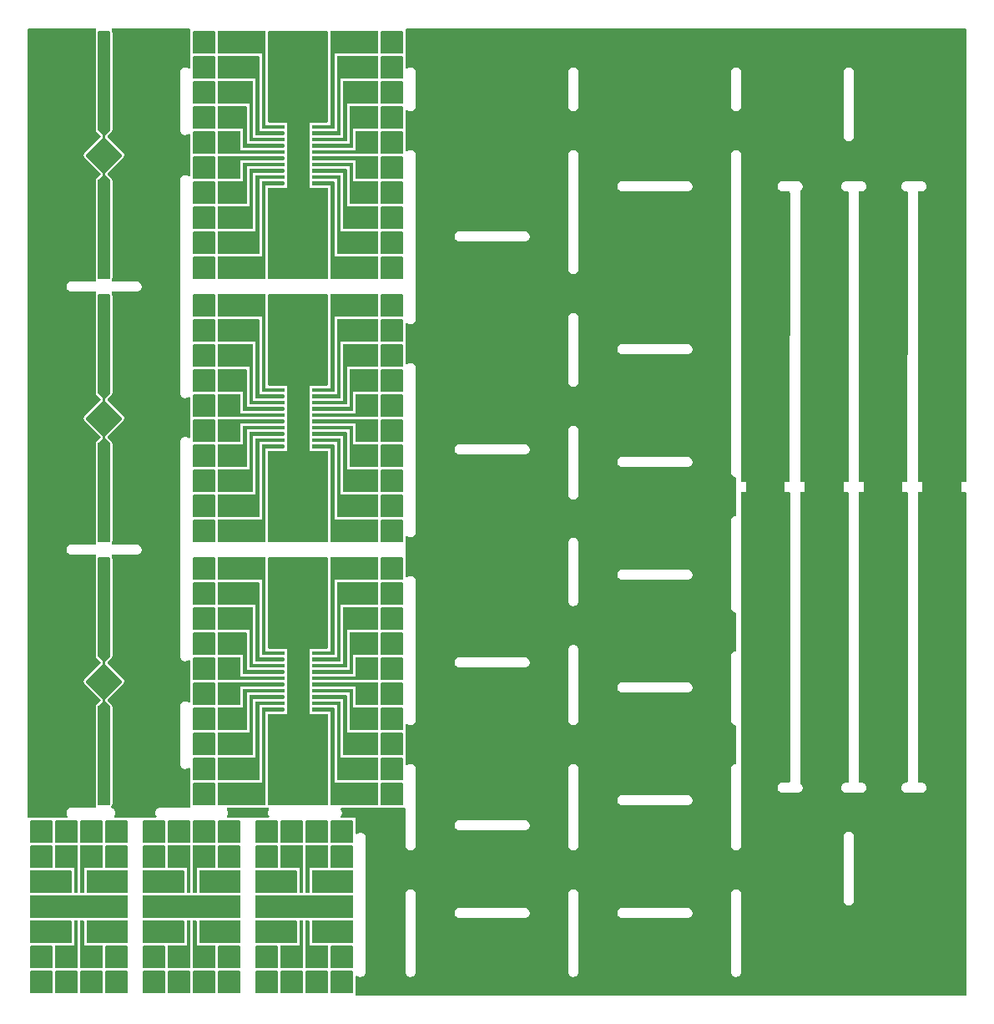
<source format=gbl>
G04 #@! TF.GenerationSoftware,KiCad,Pcbnew,7.0.7-7.0.7~ubuntu22.04.1*
G04 #@! TF.CreationDate,2023-09-17T14:22:27+02:00*
G04 #@! TF.ProjectId,100x100mm_all,31303078-3130-4306-9d6d-5f616c6c2e6b,rev?*
G04 #@! TF.SameCoordinates,Original*
G04 #@! TF.FileFunction,Copper,L2,Bot*
G04 #@! TF.FilePolarity,Positive*
%FSLAX46Y46*%
G04 Gerber Fmt 4.6, Leading zero omitted, Abs format (unit mm)*
G04 Created by KiCad (PCBNEW 7.0.7-7.0.7~ubuntu22.04.1) date 2023-09-17 14:22:27*
%MOMM*%
%LPD*%
G01*
G04 APERTURE LIST*
G04 #@! TA.AperFunction,ViaPad*
%ADD10C,0.800000*%
G04 #@! TD*
G04 #@! TA.AperFunction,ViaPad*
%ADD11C,1.200000*%
G04 #@! TD*
G04 APERTURE END LIST*
D10*
X98425000Y-64389000D03*
D11*
X98425000Y-63246000D03*
D10*
X98425000Y-91059000D03*
X97282000Y-116586000D03*
D11*
X98425000Y-89916000D03*
D10*
X99568000Y-89916000D03*
X99568000Y-116586000D03*
D11*
X98425000Y-116586000D03*
D10*
X98425000Y-62103000D03*
X98425000Y-115443000D03*
X98425000Y-117729000D03*
X99568000Y-63246000D03*
X97282000Y-89916000D03*
X98425000Y-88773000D03*
X97282000Y-63246000D03*
G04 #@! TA.AperFunction,NonConductor*
G36*
X173669055Y-66929500D02*
G01*
X173669057Y-66929500D01*
X173730615Y-66929500D01*
X173748262Y-66930762D01*
X173771061Y-66934040D01*
X173801977Y-66929500D01*
X173865937Y-66929500D01*
X173932976Y-66949185D01*
X173978731Y-67001989D01*
X173989936Y-67053560D01*
X173987746Y-71354548D01*
X173975063Y-96255063D01*
X173955344Y-96322093D01*
X173902517Y-96367821D01*
X173851063Y-96379000D01*
X173467000Y-96379000D01*
X173467000Y-97395000D01*
X173866000Y-97395000D01*
X173933039Y-97414685D01*
X173978794Y-97467489D01*
X173990000Y-97519000D01*
X173990000Y-99239189D01*
X173989500Y-99246827D01*
X173989500Y-122368179D01*
X173990000Y-122375809D01*
X173990000Y-126748500D01*
X173970315Y-126815539D01*
X173917511Y-126861294D01*
X173866000Y-126872500D01*
X173801977Y-126872500D01*
X173781433Y-126866467D01*
X173748254Y-126871238D01*
X173730607Y-126872500D01*
X173669053Y-126872500D01*
X173667187Y-126873000D01*
X169037000Y-126873000D01*
X169037000Y-122369811D01*
X169037500Y-122367945D01*
X169037500Y-122301000D01*
X169037500Y-122300500D01*
X169037500Y-99313901D01*
X169037500Y-99247055D01*
X169037000Y-99245188D01*
X169037000Y-97395000D01*
X169530000Y-97395000D01*
X169530000Y-96379000D01*
X169037000Y-96379000D01*
X169037000Y-94429811D01*
X169037500Y-94427945D01*
X169037500Y-94361000D01*
X169037500Y-94360500D01*
X169037500Y-71373901D01*
X169037500Y-71307055D01*
X169037000Y-71305188D01*
X169037000Y-66929000D01*
X173667189Y-66929000D01*
X173669055Y-66929500D01*
G37*
G04 #@! TD.AperFunction*
G04 #@! TA.AperFunction,NonConductor*
G36*
X185913063Y-96255063D02*
G01*
X185893344Y-96322093D01*
X185840517Y-96367821D01*
X185789063Y-96379000D01*
X185405000Y-96379000D01*
X185405000Y-97395000D01*
X185804000Y-97395000D01*
X185871039Y-97414685D01*
X185916794Y-97467489D01*
X185928000Y-97518999D01*
X185928000Y-126873000D01*
X181424815Y-126873000D01*
X181422949Y-126872500D01*
X181422945Y-126872500D01*
X181361392Y-126872500D01*
X181343745Y-126871238D01*
X181320946Y-126867960D01*
X181290022Y-126872500D01*
X181099000Y-126872500D01*
X181031961Y-126852815D01*
X180986206Y-126800011D01*
X180975000Y-126748500D01*
X180975000Y-122375809D01*
X180975500Y-122368179D01*
X180975500Y-99246827D01*
X180975000Y-99239189D01*
X180975000Y-97519000D01*
X180994685Y-97451961D01*
X181047489Y-97406206D01*
X181099000Y-97395000D01*
X181468000Y-97395000D01*
X181468000Y-96379000D01*
X181099000Y-96379000D01*
X181031961Y-96359315D01*
X180986206Y-96306511D01*
X180975000Y-96255000D01*
X180975000Y-94435809D01*
X180975500Y-94428179D01*
X180975500Y-71306827D01*
X180975000Y-71299189D01*
X180975000Y-67053500D01*
X180994685Y-66986461D01*
X181047489Y-66940706D01*
X181099000Y-66929500D01*
X181290022Y-66929500D01*
X181310563Y-66935531D01*
X181343737Y-66930762D01*
X181361384Y-66929500D01*
X181422941Y-66929500D01*
X181422945Y-66929500D01*
X181424811Y-66929000D01*
X185928000Y-66929000D01*
X185913063Y-96255063D01*
G37*
G04 #@! TD.AperFunction*
G04 #@! TA.AperFunction,Conductor*
G36*
X99003039Y-50692685D02*
G01*
X99048794Y-50745489D01*
X99060000Y-50797000D01*
X99060000Y-60654638D01*
X99040315Y-60721677D01*
X99023681Y-60742319D01*
X98552000Y-61213999D01*
X98552000Y-61468000D01*
X100242319Y-63158319D01*
X100275804Y-63219642D01*
X100270820Y-63289334D01*
X100242319Y-63333681D01*
X98552000Y-65023999D01*
X98552000Y-65278000D01*
X99023681Y-65749681D01*
X99057166Y-65811004D01*
X99060000Y-65837362D01*
X99060000Y-75695000D01*
X99040315Y-75762039D01*
X98987511Y-75807794D01*
X98936000Y-75819000D01*
X97914000Y-75819000D01*
X97846961Y-75799315D01*
X97801206Y-75746511D01*
X97790000Y-75695000D01*
X97790000Y-65837362D01*
X97809685Y-65770323D01*
X97826319Y-65749681D01*
X97826318Y-65749680D01*
X98298000Y-65278000D01*
X98298000Y-65024000D01*
X96607681Y-63333681D01*
X96574196Y-63272358D01*
X96579180Y-63202666D01*
X96607681Y-63158319D01*
X96607681Y-63158318D01*
X98298000Y-61468000D01*
X98298000Y-61214000D01*
X98297998Y-61213998D01*
X97826319Y-60742318D01*
X97792834Y-60680995D01*
X97790000Y-60654637D01*
X97790000Y-50797000D01*
X97809685Y-50729961D01*
X97862489Y-50684206D01*
X97914000Y-50673000D01*
X98936000Y-50673000D01*
X99003039Y-50692685D01*
G37*
G04 #@! TD.AperFunction*
G04 #@! TA.AperFunction,Conductor*
G36*
X99003039Y-77362685D02*
G01*
X99048794Y-77415489D01*
X99060000Y-77467000D01*
X99060000Y-87324638D01*
X99040315Y-87391677D01*
X99023681Y-87412319D01*
X98552000Y-87883999D01*
X98552000Y-88138000D01*
X100242319Y-89828319D01*
X100275804Y-89889642D01*
X100270820Y-89959334D01*
X100242319Y-90003681D01*
X98552000Y-91693999D01*
X98552000Y-91948000D01*
X99023681Y-92419681D01*
X99057166Y-92481004D01*
X99060000Y-92507362D01*
X99060000Y-102365000D01*
X99040315Y-102432039D01*
X98987511Y-102477794D01*
X98936000Y-102489000D01*
X97914000Y-102489000D01*
X97846961Y-102469315D01*
X97801206Y-102416511D01*
X97790000Y-102365000D01*
X97790000Y-92507361D01*
X97809685Y-92440322D01*
X97826314Y-92419685D01*
X98298000Y-91948000D01*
X98298000Y-91694000D01*
X96607678Y-90003678D01*
X96574195Y-89942358D01*
X96579179Y-89872666D01*
X96607678Y-89828321D01*
X98298000Y-88138000D01*
X98298000Y-87884000D01*
X97826319Y-87412319D01*
X97792834Y-87350996D01*
X97790000Y-87324638D01*
X97790000Y-77467000D01*
X97809685Y-77399961D01*
X97862489Y-77354206D01*
X97914000Y-77343000D01*
X98936000Y-77343000D01*
X99003039Y-77362685D01*
G37*
G04 #@! TD.AperFunction*
G04 #@! TA.AperFunction,NonConductor*
G36*
X179765055Y-66929500D02*
G01*
X179765057Y-66929500D01*
X179826615Y-66929500D01*
X179844257Y-66930761D01*
X179852578Y-66931957D01*
X179916135Y-66960979D01*
X179953912Y-67019756D01*
X179958935Y-67054758D01*
X179956943Y-70967101D01*
X179944063Y-96255063D01*
X179924344Y-96322093D01*
X179871517Y-96367821D01*
X179820063Y-96379000D01*
X179436000Y-96379000D01*
X179436000Y-97395000D01*
X179835000Y-97395000D01*
X179902039Y-97414685D01*
X179947794Y-97467489D01*
X179959000Y-97519000D01*
X179959000Y-99239189D01*
X179958500Y-99246827D01*
X179958500Y-122368179D01*
X179959000Y-122375809D01*
X179959000Y-126747293D01*
X179939315Y-126814332D01*
X179886511Y-126860087D01*
X179852651Y-126870030D01*
X179844258Y-126871237D01*
X179826607Y-126872500D01*
X179765053Y-126872500D01*
X179763187Y-126873000D01*
X175328811Y-126873000D01*
X175326945Y-126872500D01*
X175260099Y-126872500D01*
X175006000Y-126872500D01*
X175006000Y-122369811D01*
X175006500Y-122367945D01*
X175006500Y-122301000D01*
X175006500Y-122300500D01*
X175006500Y-99313901D01*
X175006500Y-99247055D01*
X175006000Y-99245188D01*
X175006000Y-97395000D01*
X175499000Y-97395000D01*
X175499000Y-96379000D01*
X175006000Y-96379000D01*
X175006000Y-94429811D01*
X175006500Y-94427945D01*
X175006500Y-94361000D01*
X175006500Y-94360500D01*
X175006500Y-71373901D01*
X175006500Y-71307055D01*
X175006000Y-71305188D01*
X175006000Y-66929500D01*
X175326943Y-66929500D01*
X175326945Y-66929500D01*
X175328811Y-66929000D01*
X179763189Y-66929000D01*
X179765055Y-66929500D01*
G37*
G04 #@! TD.AperFunction*
G04 #@! TA.AperFunction,Conductor*
G36*
X99003039Y-104032685D02*
G01*
X99048794Y-104085489D01*
X99060000Y-104137000D01*
X99060000Y-113994638D01*
X99040315Y-114061677D01*
X99023681Y-114082319D01*
X98552000Y-114553999D01*
X98552000Y-114808000D01*
X100242319Y-116498319D01*
X100275804Y-116559642D01*
X100270820Y-116629334D01*
X100242319Y-116673681D01*
X98552000Y-118363999D01*
X98552000Y-118364000D01*
X98552000Y-118618000D01*
X99023682Y-119089682D01*
X99057166Y-119151003D01*
X99060000Y-119177361D01*
X99060000Y-129035000D01*
X99040315Y-129102039D01*
X98987511Y-129147794D01*
X98936000Y-129159000D01*
X97914000Y-129159000D01*
X97846961Y-129139315D01*
X97801206Y-129086511D01*
X97790000Y-129035000D01*
X97790000Y-119177361D01*
X97809685Y-119110322D01*
X97826314Y-119089685D01*
X98298000Y-118618000D01*
X98298000Y-118364000D01*
X96607678Y-116673678D01*
X96574195Y-116612358D01*
X96579179Y-116542666D01*
X96607678Y-116498321D01*
X98298000Y-114808000D01*
X98298000Y-114554000D01*
X97826319Y-114082319D01*
X97792834Y-114020996D01*
X97790000Y-113994638D01*
X97790000Y-104137000D01*
X97809685Y-104069961D01*
X97862489Y-104024206D01*
X97914000Y-104013000D01*
X98936000Y-104013000D01*
X99003039Y-104032685D01*
G37*
G04 #@! TD.AperFunction*
G04 #@! TA.AperFunction,NonConductor*
G36*
X167192055Y-66929500D02*
G01*
X167192057Y-66929500D01*
X167253615Y-66929500D01*
X167271262Y-66930762D01*
X167294061Y-66934040D01*
X167324977Y-66929500D01*
X167896937Y-66929500D01*
X167963976Y-66949185D01*
X168009731Y-67001989D01*
X168020937Y-67053563D01*
X168006063Y-96255063D01*
X167986344Y-96322093D01*
X167933517Y-96367821D01*
X167882063Y-96379000D01*
X167498000Y-96379000D01*
X167498000Y-97395000D01*
X167897000Y-97395000D01*
X167964039Y-97414685D01*
X168009794Y-97467489D01*
X168021000Y-97519000D01*
X168021000Y-99239189D01*
X168020500Y-99246827D01*
X168020500Y-122368179D01*
X168021000Y-122375809D01*
X168021000Y-126748500D01*
X168001315Y-126815539D01*
X167948511Y-126861294D01*
X167897000Y-126872500D01*
X167324977Y-126872500D01*
X167304433Y-126866467D01*
X167271254Y-126871238D01*
X167253607Y-126872500D01*
X167192053Y-126872500D01*
X167190187Y-126873000D01*
X163068500Y-126873000D01*
X163068500Y-125409057D01*
X163068500Y-125409055D01*
X163068000Y-125407188D01*
X163068000Y-120591811D01*
X163068500Y-120589945D01*
X163068500Y-120523000D01*
X163068500Y-120522500D01*
X163068500Y-114045901D01*
X163068500Y-113979055D01*
X163068000Y-113977188D01*
X163068000Y-109161811D01*
X163068500Y-109159945D01*
X163068500Y-109093000D01*
X163068500Y-109092500D01*
X163068500Y-100329901D01*
X163068500Y-100263055D01*
X163068000Y-100261188D01*
X163068000Y-97395000D01*
X163561000Y-97395000D01*
X163561000Y-96379000D01*
X163068000Y-96379000D01*
X163068000Y-95445811D01*
X163068500Y-95443945D01*
X163068500Y-95377000D01*
X163068500Y-95376500D01*
X163068500Y-66929000D01*
X167190189Y-66929000D01*
X167192055Y-66929500D01*
G37*
G04 #@! TD.AperFunction*
G04 #@! TA.AperFunction,NonConductor*
G36*
X100780121Y-130703002D02*
G01*
X100826614Y-130756658D01*
X100838000Y-130809000D01*
X100838000Y-132843000D01*
X100817998Y-132911121D01*
X100764342Y-132957614D01*
X100712000Y-132969000D01*
X98678000Y-132969000D01*
X98609879Y-132948998D01*
X98563386Y-132895342D01*
X98552000Y-132843000D01*
X98552000Y-130809000D01*
X98572002Y-130740879D01*
X98625658Y-130694386D01*
X98678000Y-130683000D01*
X100712000Y-130683000D01*
X100780121Y-130703002D01*
G37*
G04 #@! TD.AperFunction*
G04 #@! TA.AperFunction,NonConductor*
G36*
X116694694Y-65931306D02*
G01*
X116713000Y-65975500D01*
X116713000Y-66231500D01*
X116694694Y-66275694D01*
X116650500Y-66294000D01*
X114808000Y-66294000D01*
X114808000Y-75756500D01*
X114789694Y-75800694D01*
X114745500Y-75819000D01*
X110044500Y-75819000D01*
X110000306Y-75800694D01*
X109982000Y-75756500D01*
X109982000Y-73595500D01*
X110000306Y-73551306D01*
X110044500Y-73533000D01*
X114427000Y-73533000D01*
X114427000Y-65975500D01*
X114445306Y-65931306D01*
X114489500Y-65913000D01*
X116650500Y-65913000D01*
X116694694Y-65931306D01*
G37*
G04 #@! TD.AperFunction*
G04 #@! TA.AperFunction,NonConductor*
G36*
X128720121Y-119273002D02*
G01*
X128766614Y-119326658D01*
X128778000Y-119379000D01*
X128778000Y-121413000D01*
X128757998Y-121481121D01*
X128704342Y-121527614D01*
X128652000Y-121539000D01*
X126618000Y-121539000D01*
X126549879Y-121518998D01*
X126503386Y-121465342D01*
X126492000Y-121413000D01*
X126492000Y-119379000D01*
X126512002Y-119310879D01*
X126565658Y-119264386D01*
X126618000Y-119253000D01*
X128652000Y-119253000D01*
X128720121Y-119273002D01*
G37*
G04 #@! TD.AperFunction*
G04 #@! TA.AperFunction,NonConductor*
G36*
X121100121Y-77363002D02*
G01*
X121146614Y-77416658D01*
X121158000Y-77469000D01*
X121158000Y-86488000D01*
X121137998Y-86556121D01*
X121084342Y-86602614D01*
X121032000Y-86614000D01*
X119253000Y-86614000D01*
X119253000Y-93218000D01*
X121032000Y-93218000D01*
X121100121Y-93238002D01*
X121146614Y-93291658D01*
X121158000Y-93344000D01*
X121158000Y-102363000D01*
X121137998Y-102431121D01*
X121084342Y-102477614D01*
X121032000Y-102489000D01*
X115188000Y-102489000D01*
X115119879Y-102468998D01*
X115073386Y-102415342D01*
X115062000Y-102363000D01*
X115062000Y-93344000D01*
X115082002Y-93275879D01*
X115135658Y-93229386D01*
X115188000Y-93218000D01*
X116967000Y-93218000D01*
X116967000Y-86614000D01*
X115188000Y-86614000D01*
X115119879Y-86593998D01*
X115073386Y-86540342D01*
X115062000Y-86488000D01*
X115062000Y-77469000D01*
X115082002Y-77400879D01*
X115135658Y-77354386D01*
X115188000Y-77343000D01*
X121032000Y-77343000D01*
X121100121Y-77363002D01*
G37*
G04 #@! TD.AperFunction*
G04 #@! TA.AperFunction,NonConductor*
G36*
X112210121Y-145943002D02*
G01*
X112256614Y-145996658D01*
X112268000Y-146049000D01*
X112268000Y-148083000D01*
X112247998Y-148151121D01*
X112194342Y-148197614D01*
X112142000Y-148209000D01*
X110108000Y-148209000D01*
X110039879Y-148188998D01*
X109993386Y-148135342D01*
X109982000Y-148083000D01*
X109982000Y-146049000D01*
X110002002Y-145980879D01*
X110055658Y-145934386D01*
X110108000Y-145923000D01*
X112142000Y-145923000D01*
X112210121Y-145943002D01*
G37*
G04 #@! TD.AperFunction*
G04 #@! TA.AperFunction,NonConductor*
G36*
X123679694Y-135781306D02*
G01*
X123698000Y-135825500D01*
X123698000Y-137986500D01*
X123679694Y-138030694D01*
X123635500Y-138049000D01*
X119569500Y-138049000D01*
X119525306Y-138030694D01*
X119507000Y-137986500D01*
X119507000Y-135825500D01*
X119525306Y-135781306D01*
X119569500Y-135763000D01*
X123635500Y-135763000D01*
X123679694Y-135781306D01*
G37*
G04 #@! TD.AperFunction*
G04 #@! TA.AperFunction,NonConductor*
G36*
X104590121Y-143403002D02*
G01*
X104636614Y-143456658D01*
X104648000Y-143509000D01*
X104648000Y-145543000D01*
X104627998Y-145611121D01*
X104574342Y-145657614D01*
X104522000Y-145669000D01*
X102488000Y-145669000D01*
X102419879Y-145648998D01*
X102373386Y-145595342D01*
X102362000Y-145543000D01*
X102362000Y-143509000D01*
X102382002Y-143440879D01*
X102435658Y-143394386D01*
X102488000Y-143383000D01*
X104522000Y-143383000D01*
X104590121Y-143403002D01*
G37*
G04 #@! TD.AperFunction*
G04 #@! TA.AperFunction,NonConductor*
G36*
X107130121Y-130703002D02*
G01*
X107176614Y-130756658D01*
X107188000Y-130809000D01*
X107188000Y-132843000D01*
X107167998Y-132911121D01*
X107114342Y-132957614D01*
X107062000Y-132969000D01*
X105028000Y-132969000D01*
X104959879Y-132948998D01*
X104913386Y-132895342D01*
X104902000Y-132843000D01*
X104902000Y-130809000D01*
X104922002Y-130740879D01*
X104975658Y-130694386D01*
X105028000Y-130683000D01*
X107062000Y-130683000D01*
X107130121Y-130703002D01*
G37*
G04 #@! TD.AperFunction*
G04 #@! TA.AperFunction,NonConductor*
G36*
X128720121Y-84983002D02*
G01*
X128766614Y-85036658D01*
X128778000Y-85089000D01*
X128778000Y-87123000D01*
X128757998Y-87191121D01*
X128704342Y-87237614D01*
X128652000Y-87249000D01*
X126618000Y-87249000D01*
X126549879Y-87228998D01*
X126503386Y-87175342D01*
X126492000Y-87123000D01*
X126492000Y-85089000D01*
X126512002Y-85020879D01*
X126565658Y-84974386D01*
X126618000Y-84963000D01*
X128652000Y-84963000D01*
X128720121Y-84983002D01*
G37*
G04 #@! TD.AperFunction*
G04 #@! TA.AperFunction,NonConductor*
G36*
X98240121Y-130703002D02*
G01*
X98286614Y-130756658D01*
X98298000Y-130809000D01*
X98298000Y-132843000D01*
X98277998Y-132911121D01*
X98224342Y-132957614D01*
X98172000Y-132969000D01*
X96138000Y-132969000D01*
X96069879Y-132948998D01*
X96023386Y-132895342D01*
X96012000Y-132843000D01*
X96012000Y-130809000D01*
X96032002Y-130740879D01*
X96085658Y-130694386D01*
X96138000Y-130683000D01*
X98172000Y-130683000D01*
X98240121Y-130703002D01*
G37*
G04 #@! TD.AperFunction*
G04 #@! TA.AperFunction,NonConductor*
G36*
X128720121Y-73553002D02*
G01*
X128766614Y-73606658D01*
X128778000Y-73659000D01*
X128778000Y-75693000D01*
X128757998Y-75761121D01*
X128704342Y-75807614D01*
X128652000Y-75819000D01*
X126618000Y-75819000D01*
X126549879Y-75798998D01*
X126503386Y-75745342D01*
X126492000Y-75693000D01*
X126492000Y-73659000D01*
X126512002Y-73590879D01*
X126565658Y-73544386D01*
X126618000Y-73533000D01*
X128652000Y-73533000D01*
X128720121Y-73553002D01*
G37*
G04 #@! TD.AperFunction*
G04 #@! TA.AperFunction,NonConductor*
G36*
X112884694Y-111651306D02*
G01*
X112903000Y-111695500D01*
X112903000Y-115443000D01*
X116650500Y-115443000D01*
X116694694Y-115461306D01*
X116713000Y-115505500D01*
X116713000Y-115761500D01*
X116694694Y-115805694D01*
X116650500Y-115824000D01*
X112584500Y-115824000D01*
X112540306Y-115805694D01*
X112522000Y-115761500D01*
X112522000Y-113919000D01*
X110044500Y-113919000D01*
X110000306Y-113900694D01*
X109982000Y-113856500D01*
X109982000Y-111695500D01*
X110000306Y-111651306D01*
X110044500Y-111633000D01*
X112840500Y-111633000D01*
X112884694Y-111651306D01*
G37*
G04 #@! TD.AperFunction*
G04 #@! TA.AperFunction,NonConductor*
G36*
X128720121Y-87523002D02*
G01*
X128766614Y-87576658D01*
X128778000Y-87629000D01*
X128778000Y-89663000D01*
X128757998Y-89731121D01*
X128704342Y-89777614D01*
X128652000Y-89789000D01*
X126618000Y-89789000D01*
X126549879Y-89768998D01*
X126503386Y-89715342D01*
X126492000Y-89663000D01*
X126492000Y-87629000D01*
X126512002Y-87560879D01*
X126565658Y-87514386D01*
X126618000Y-87503000D01*
X128652000Y-87503000D01*
X128720121Y-87523002D01*
G37*
G04 #@! TD.AperFunction*
G04 #@! TA.AperFunction,NonConductor*
G36*
X128720121Y-58313002D02*
G01*
X128766614Y-58366658D01*
X128778000Y-58419000D01*
X128778000Y-60453000D01*
X128757998Y-60521121D01*
X128704342Y-60567614D01*
X128652000Y-60579000D01*
X126618000Y-60579000D01*
X126549879Y-60558998D01*
X126503386Y-60505342D01*
X126492000Y-60453000D01*
X126492000Y-58419000D01*
X126512002Y-58350879D01*
X126565658Y-58304386D01*
X126618000Y-58293000D01*
X128652000Y-58293000D01*
X128720121Y-58313002D01*
G37*
G04 #@! TD.AperFunction*
G04 #@! TA.AperFunction,NonConductor*
G36*
X109670121Y-82443002D02*
G01*
X109716614Y-82496658D01*
X109728000Y-82549000D01*
X109728000Y-84583000D01*
X109707998Y-84651121D01*
X109654342Y-84697614D01*
X109602000Y-84709000D01*
X107568000Y-84709000D01*
X107499879Y-84688998D01*
X107453386Y-84635342D01*
X107442000Y-84583000D01*
X107442000Y-82549000D01*
X107462002Y-82480879D01*
X107515658Y-82434386D01*
X107568000Y-82423000D01*
X109602000Y-82423000D01*
X109670121Y-82443002D01*
G37*
G04 #@! TD.AperFunction*
G04 #@! TA.AperFunction,NonConductor*
G36*
X96374694Y-140861306D02*
G01*
X96393000Y-140905500D01*
X96393000Y-143383000D01*
X98235500Y-143383000D01*
X98279694Y-143401306D01*
X98298000Y-143445500D01*
X98298000Y-145606500D01*
X98279694Y-145650694D01*
X98235500Y-145669000D01*
X96074500Y-145669000D01*
X96030306Y-145650694D01*
X96012000Y-145606500D01*
X96012000Y-140905500D01*
X96030306Y-140861306D01*
X96074500Y-140843000D01*
X96330500Y-140843000D01*
X96374694Y-140861306D01*
G37*
G04 #@! TD.AperFunction*
G04 #@! TA.AperFunction,NonConductor*
G36*
X126219694Y-63391306D02*
G01*
X126238000Y-63435500D01*
X126238000Y-65596500D01*
X126219694Y-65640694D01*
X126175500Y-65659000D01*
X124014500Y-65659000D01*
X123970306Y-65640694D01*
X123952000Y-65596500D01*
X123952000Y-63754000D01*
X119569500Y-63754000D01*
X119525306Y-63735694D01*
X119507000Y-63691500D01*
X119507000Y-63435500D01*
X119525306Y-63391306D01*
X119569500Y-63373000D01*
X126175500Y-63373000D01*
X126219694Y-63391306D01*
G37*
G04 #@! TD.AperFunction*
G04 #@! TA.AperFunction,NonConductor*
G36*
X104590121Y-133243002D02*
G01*
X104636614Y-133296658D01*
X104648000Y-133349000D01*
X104648000Y-135383000D01*
X104627998Y-135451121D01*
X104574342Y-135497614D01*
X104522000Y-135509000D01*
X102488000Y-135509000D01*
X102419879Y-135488998D01*
X102373386Y-135435342D01*
X102362000Y-135383000D01*
X102362000Y-133349000D01*
X102382002Y-133280879D01*
X102435658Y-133234386D01*
X102488000Y-133223000D01*
X104522000Y-133223000D01*
X104590121Y-133243002D01*
G37*
G04 #@! TD.AperFunction*
G04 #@! TA.AperFunction,NonConductor*
G36*
X128720121Y-106573002D02*
G01*
X128766614Y-106626658D01*
X128778000Y-106679000D01*
X128778000Y-108713000D01*
X128757998Y-108781121D01*
X128704342Y-108827614D01*
X128652000Y-108839000D01*
X126618000Y-108839000D01*
X126549879Y-108818998D01*
X126503386Y-108765342D01*
X126492000Y-108713000D01*
X126492000Y-106679000D01*
X126512002Y-106610879D01*
X126565658Y-106564386D01*
X126618000Y-106553000D01*
X128652000Y-106553000D01*
X128720121Y-106573002D01*
G37*
G04 #@! TD.AperFunction*
G04 #@! TA.AperFunction,NonConductor*
G36*
X109670121Y-73553002D02*
G01*
X109716614Y-73606658D01*
X109728000Y-73659000D01*
X109728000Y-75693000D01*
X109707998Y-75761121D01*
X109654342Y-75807614D01*
X109602000Y-75819000D01*
X107568000Y-75819000D01*
X107499879Y-75798998D01*
X107453386Y-75745342D01*
X107442000Y-75693000D01*
X107442000Y-73659000D01*
X107462002Y-73590879D01*
X107515658Y-73544386D01*
X107568000Y-73533000D01*
X109602000Y-73533000D01*
X109670121Y-73553002D01*
G37*
G04 #@! TD.AperFunction*
G04 #@! TA.AperFunction,NonConductor*
G36*
X128720121Y-100223002D02*
G01*
X128766614Y-100276658D01*
X128778000Y-100329000D01*
X128778000Y-102363000D01*
X128757998Y-102431121D01*
X128704342Y-102477614D01*
X128652000Y-102489000D01*
X126618000Y-102489000D01*
X126549879Y-102468998D01*
X126503386Y-102415342D01*
X126492000Y-102363000D01*
X126492000Y-100329000D01*
X126512002Y-100260879D01*
X126565658Y-100214386D01*
X126618000Y-100203000D01*
X128652000Y-100203000D01*
X128720121Y-100223002D01*
G37*
G04 #@! TD.AperFunction*
G04 #@! TA.AperFunction,NonConductor*
G36*
X109670121Y-55773002D02*
G01*
X109716614Y-55826658D01*
X109728000Y-55879000D01*
X109728000Y-57913000D01*
X109707998Y-57981121D01*
X109654342Y-58027614D01*
X109602000Y-58039000D01*
X107568000Y-58039000D01*
X107499879Y-58018998D01*
X107453386Y-57965342D01*
X107442000Y-57913000D01*
X107442000Y-55879000D01*
X107462002Y-55810879D01*
X107515658Y-55764386D01*
X107568000Y-55753000D01*
X109602000Y-55753000D01*
X109670121Y-55773002D01*
G37*
G04 #@! TD.AperFunction*
G04 #@! TA.AperFunction,NonConductor*
G36*
X121774694Y-92601306D02*
G01*
X121793000Y-92645500D01*
X121793000Y-100203000D01*
X126175500Y-100203000D01*
X126219694Y-100221306D01*
X126238000Y-100265500D01*
X126238000Y-102426500D01*
X126219694Y-102470694D01*
X126175500Y-102489000D01*
X121474500Y-102489000D01*
X121430306Y-102470694D01*
X121412000Y-102426500D01*
X121412000Y-92964000D01*
X119569500Y-92964000D01*
X119525306Y-92945694D01*
X119507000Y-92901500D01*
X119507000Y-92645500D01*
X119525306Y-92601306D01*
X119569500Y-92583000D01*
X121730500Y-92583000D01*
X121774694Y-92601306D01*
G37*
G04 #@! TD.AperFunction*
G04 #@! TA.AperFunction,NonConductor*
G36*
X128720121Y-92603002D02*
G01*
X128766614Y-92656658D01*
X128778000Y-92709000D01*
X128778000Y-94743000D01*
X128757998Y-94811121D01*
X128704342Y-94857614D01*
X128652000Y-94869000D01*
X126618000Y-94869000D01*
X126549879Y-94848998D01*
X126503386Y-94795342D01*
X126492000Y-94743000D01*
X126492000Y-92709000D01*
X126512002Y-92640879D01*
X126565658Y-92594386D01*
X126618000Y-92583000D01*
X128652000Y-92583000D01*
X128720121Y-92603002D01*
G37*
G04 #@! TD.AperFunction*
G04 #@! TA.AperFunction,NonConductor*
G36*
X128720121Y-121813002D02*
G01*
X128766614Y-121866658D01*
X128778000Y-121919000D01*
X128778000Y-123953000D01*
X128757998Y-124021121D01*
X128704342Y-124067614D01*
X128652000Y-124079000D01*
X126618000Y-124079000D01*
X126549879Y-124058998D01*
X126503386Y-124005342D01*
X126492000Y-123953000D01*
X126492000Y-121919000D01*
X126512002Y-121850879D01*
X126565658Y-121804386D01*
X126618000Y-121793000D01*
X128652000Y-121793000D01*
X128720121Y-121813002D01*
G37*
G04 #@! TD.AperFunction*
G04 #@! TA.AperFunction,NonConductor*
G36*
X93160121Y-145943002D02*
G01*
X93206614Y-145996658D01*
X93218000Y-146049000D01*
X93218000Y-148083000D01*
X93197998Y-148151121D01*
X93144342Y-148197614D01*
X93092000Y-148209000D01*
X91058000Y-148209000D01*
X90989879Y-148188998D01*
X90943386Y-148135342D01*
X90932000Y-148083000D01*
X90932000Y-146049000D01*
X90952002Y-145980879D01*
X91005658Y-145934386D01*
X91058000Y-145923000D01*
X93092000Y-145923000D01*
X93160121Y-145943002D01*
G37*
G04 #@! TD.AperFunction*
G04 #@! TA.AperFunction,NonConductor*
G36*
X112249694Y-60851306D02*
G01*
X112268000Y-60895500D01*
X112268000Y-62738000D01*
X116650500Y-62738000D01*
X116694694Y-62756306D01*
X116713000Y-62800500D01*
X116713000Y-63056500D01*
X116694694Y-63100694D01*
X116650500Y-63119000D01*
X110044500Y-63119000D01*
X110000306Y-63100694D01*
X109982000Y-63056500D01*
X109982000Y-60895500D01*
X110000306Y-60851306D01*
X110044500Y-60833000D01*
X112205500Y-60833000D01*
X112249694Y-60851306D01*
G37*
G04 #@! TD.AperFunction*
G04 #@! TA.AperFunction,NonConductor*
G36*
X112249694Y-135781306D02*
G01*
X112268000Y-135825500D01*
X112268000Y-137986500D01*
X112249694Y-138030694D01*
X112205500Y-138049000D01*
X108139500Y-138049000D01*
X108095306Y-138030694D01*
X108077000Y-137986500D01*
X108077000Y-135825500D01*
X108095306Y-135781306D01*
X108139500Y-135763000D01*
X112205500Y-135763000D01*
X112249694Y-135781306D01*
G37*
G04 #@! TD.AperFunction*
G04 #@! TA.AperFunction,NonConductor*
G36*
X128720121Y-68473002D02*
G01*
X128766614Y-68526658D01*
X128778000Y-68579000D01*
X128778000Y-70613000D01*
X128757998Y-70681121D01*
X128704342Y-70727614D01*
X128652000Y-70739000D01*
X126618000Y-70739000D01*
X126549879Y-70718998D01*
X126503386Y-70665342D01*
X126492000Y-70613000D01*
X126492000Y-68579000D01*
X126512002Y-68510879D01*
X126565658Y-68464386D01*
X126618000Y-68453000D01*
X128652000Y-68453000D01*
X128720121Y-68473002D01*
G37*
G04 #@! TD.AperFunction*
G04 #@! TA.AperFunction,NonConductor*
G36*
X126219694Y-106571306D02*
G01*
X126238000Y-106615500D01*
X126238000Y-108776500D01*
X126219694Y-108820694D01*
X126175500Y-108839000D01*
X122428000Y-108839000D01*
X122428000Y-114491500D01*
X122409694Y-114535694D01*
X122365500Y-114554000D01*
X119569500Y-114554000D01*
X119525306Y-114535694D01*
X119507000Y-114491500D01*
X119507000Y-114235500D01*
X119525306Y-114191306D01*
X119569500Y-114173000D01*
X122047000Y-114173000D01*
X122047000Y-106615500D01*
X122065306Y-106571306D01*
X122109500Y-106553000D01*
X126175500Y-106553000D01*
X126219694Y-106571306D01*
G37*
G04 #@! TD.AperFunction*
G04 #@! TA.AperFunction,NonConductor*
G36*
X123640121Y-143403002D02*
G01*
X123686614Y-143456658D01*
X123698000Y-143509000D01*
X123698000Y-145543000D01*
X123677998Y-145611121D01*
X123624342Y-145657614D01*
X123572000Y-145669000D01*
X121538000Y-145669000D01*
X121469879Y-145648998D01*
X121423386Y-145595342D01*
X121412000Y-145543000D01*
X121412000Y-143509000D01*
X121432002Y-143440879D01*
X121485658Y-143394386D01*
X121538000Y-143383000D01*
X123572000Y-143383000D01*
X123640121Y-143403002D01*
G37*
G04 #@! TD.AperFunction*
G04 #@! TA.AperFunction,NonConductor*
G36*
X107169694Y-140861306D02*
G01*
X107188000Y-140905500D01*
X107188000Y-145606500D01*
X107169694Y-145650694D01*
X107125500Y-145669000D01*
X104964500Y-145669000D01*
X104920306Y-145650694D01*
X104902000Y-145606500D01*
X104902000Y-143445500D01*
X104920306Y-143401306D01*
X104964500Y-143383000D01*
X106807000Y-143383000D01*
X106807000Y-140905500D01*
X106825306Y-140861306D01*
X106869500Y-140843000D01*
X107125500Y-140843000D01*
X107169694Y-140861306D01*
G37*
G04 #@! TD.AperFunction*
G04 #@! TA.AperFunction,NonConductor*
G36*
X121774694Y-119271306D02*
G01*
X121793000Y-119315500D01*
X121793000Y-126873000D01*
X126175500Y-126873000D01*
X126219694Y-126891306D01*
X126238000Y-126935500D01*
X126238000Y-129096500D01*
X126219694Y-129140694D01*
X126175500Y-129159000D01*
X121474500Y-129159000D01*
X121430306Y-129140694D01*
X121412000Y-129096500D01*
X121412000Y-119634000D01*
X119569500Y-119634000D01*
X119525306Y-119615694D01*
X119507000Y-119571500D01*
X119507000Y-119315500D01*
X119525306Y-119271306D01*
X119569500Y-119253000D01*
X121730500Y-119253000D01*
X121774694Y-119271306D01*
G37*
G04 #@! TD.AperFunction*
G04 #@! TA.AperFunction,NonConductor*
G36*
X107169694Y-133241306D02*
G01*
X107188000Y-133285500D01*
X107188000Y-137986500D01*
X107169694Y-138030694D01*
X107125500Y-138049000D01*
X106869500Y-138049000D01*
X106825306Y-138030694D01*
X106807000Y-137986500D01*
X106807000Y-135509000D01*
X104964500Y-135509000D01*
X104920306Y-135490694D01*
X104902000Y-135446500D01*
X104902000Y-133285500D01*
X104920306Y-133241306D01*
X104964500Y-133223000D01*
X107125500Y-133223000D01*
X107169694Y-133241306D01*
G37*
G04 #@! TD.AperFunction*
G04 #@! TA.AperFunction,NonConductor*
G36*
X112884694Y-58311306D02*
G01*
X112903000Y-58355500D01*
X112903000Y-62103000D01*
X116650500Y-62103000D01*
X116694694Y-62121306D01*
X116713000Y-62165500D01*
X116713000Y-62421500D01*
X116694694Y-62465694D01*
X116650500Y-62484000D01*
X112584500Y-62484000D01*
X112540306Y-62465694D01*
X112522000Y-62421500D01*
X112522000Y-60579000D01*
X110044500Y-60579000D01*
X110000306Y-60560694D01*
X109982000Y-60516500D01*
X109982000Y-58355500D01*
X110000306Y-58311306D01*
X110044500Y-58293000D01*
X112840500Y-58293000D01*
X112884694Y-58311306D01*
G37*
G04 #@! TD.AperFunction*
G04 #@! TA.AperFunction,NonConductor*
G36*
X95104694Y-140861306D02*
G01*
X95123000Y-140905500D01*
X95123000Y-143066500D01*
X95104694Y-143110694D01*
X95060500Y-143129000D01*
X90994500Y-143129000D01*
X90950306Y-143110694D01*
X90932000Y-143066500D01*
X90932000Y-140905500D01*
X90950306Y-140861306D01*
X90994500Y-140843000D01*
X95060500Y-140843000D01*
X95104694Y-140861306D01*
G37*
G04 #@! TD.AperFunction*
G04 #@! TA.AperFunction,NonConductor*
G36*
X121100121Y-104033002D02*
G01*
X121146614Y-104086658D01*
X121158000Y-104139000D01*
X121158000Y-113158000D01*
X121137998Y-113226121D01*
X121084342Y-113272614D01*
X121032000Y-113284000D01*
X119253000Y-113284000D01*
X119253000Y-119888000D01*
X121032000Y-119888000D01*
X121100121Y-119908002D01*
X121146614Y-119961658D01*
X121158000Y-120014000D01*
X121158000Y-129033000D01*
X121137998Y-129101121D01*
X121084342Y-129147614D01*
X121032000Y-129159000D01*
X115188000Y-129159000D01*
X115119879Y-129138998D01*
X115073386Y-129085342D01*
X115062000Y-129033000D01*
X115062000Y-120014000D01*
X115082002Y-119945879D01*
X115135658Y-119899386D01*
X115188000Y-119888000D01*
X116967000Y-119888000D01*
X116967000Y-113284000D01*
X115188000Y-113284000D01*
X115119879Y-113263998D01*
X115073386Y-113210342D01*
X115062000Y-113158000D01*
X115062000Y-104139000D01*
X115082002Y-104070879D01*
X115135658Y-104024386D01*
X115188000Y-104013000D01*
X121032000Y-104013000D01*
X121100121Y-104033002D01*
G37*
G04 #@! TD.AperFunction*
G04 #@! TA.AperFunction,NonConductor*
G36*
X114154694Y-106571306D02*
G01*
X114173000Y-106615499D01*
X114173000Y-114173000D01*
X116650500Y-114173000D01*
X116694694Y-114191306D01*
X116713000Y-114235500D01*
X116713000Y-114491500D01*
X116694694Y-114535694D01*
X116650500Y-114554000D01*
X113854500Y-114554000D01*
X113810306Y-114535694D01*
X113792000Y-114491500D01*
X113792000Y-108839000D01*
X110044500Y-108839000D01*
X110000306Y-108820694D01*
X109982000Y-108776500D01*
X109982000Y-106615500D01*
X110000306Y-106571306D01*
X110044500Y-106553000D01*
X114110500Y-106553000D01*
X114154694Y-106571306D01*
G37*
G04 #@! TD.AperFunction*
G04 #@! TA.AperFunction,NonConductor*
G36*
X128720121Y-60853002D02*
G01*
X128766614Y-60906658D01*
X128778000Y-60959000D01*
X128778000Y-62993000D01*
X128757998Y-63061121D01*
X128704342Y-63107614D01*
X128652000Y-63119000D01*
X126618000Y-63119000D01*
X126549879Y-63098998D01*
X126503386Y-63045342D01*
X126492000Y-62993000D01*
X126492000Y-60959000D01*
X126512002Y-60890879D01*
X126565658Y-60844386D01*
X126618000Y-60833000D01*
X128652000Y-60833000D01*
X128720121Y-60853002D01*
G37*
G04 #@! TD.AperFunction*
G04 #@! TA.AperFunction,NonConductor*
G36*
X113519694Y-82441306D02*
G01*
X113538000Y-82485500D01*
X113538000Y-88138000D01*
X116650500Y-88138000D01*
X116694694Y-88156306D01*
X116713000Y-88200500D01*
X116713000Y-88456500D01*
X116694694Y-88500694D01*
X116650500Y-88519000D01*
X113219500Y-88519000D01*
X113175306Y-88500694D01*
X113157000Y-88456500D01*
X113157000Y-84709000D01*
X110044500Y-84709000D01*
X110000306Y-84690694D01*
X109982000Y-84646500D01*
X109982000Y-82485500D01*
X110000306Y-82441306D01*
X110044500Y-82423000D01*
X113475500Y-82423000D01*
X113519694Y-82441306D01*
G37*
G04 #@! TD.AperFunction*
G04 #@! TA.AperFunction,NonConductor*
G36*
X114154694Y-53231306D02*
G01*
X114173000Y-53275499D01*
X114173000Y-60833000D01*
X116650500Y-60833000D01*
X116694694Y-60851306D01*
X116713000Y-60895500D01*
X116713000Y-61151500D01*
X116694694Y-61195694D01*
X116650500Y-61214000D01*
X113854500Y-61214000D01*
X113810306Y-61195694D01*
X113792000Y-61151500D01*
X113792000Y-55499000D01*
X110044500Y-55499000D01*
X110000306Y-55480694D01*
X109982000Y-55436500D01*
X109982000Y-53275500D01*
X110000306Y-53231306D01*
X110044500Y-53213000D01*
X114110500Y-53213000D01*
X114154694Y-53231306D01*
G37*
G04 #@! TD.AperFunction*
G04 #@! TA.AperFunction,NonConductor*
G36*
X116694694Y-116731306D02*
G01*
X116713000Y-116775500D01*
X116713000Y-117031500D01*
X116694694Y-117075694D01*
X116650500Y-117094000D01*
X112268000Y-117094000D01*
X112268000Y-118936500D01*
X112249694Y-118980694D01*
X112205500Y-118999000D01*
X110044500Y-118999000D01*
X110000306Y-118980694D01*
X109982000Y-118936500D01*
X109982000Y-116775500D01*
X110000306Y-116731306D01*
X110044500Y-116713000D01*
X116650500Y-116713000D01*
X116694694Y-116731306D01*
G37*
G04 #@! TD.AperFunction*
G04 #@! TA.AperFunction,NonConductor*
G36*
X109670121Y-65933002D02*
G01*
X109716614Y-65986658D01*
X109728000Y-66039000D01*
X109728000Y-68073000D01*
X109707998Y-68141121D01*
X109654342Y-68187614D01*
X109602000Y-68199000D01*
X107568000Y-68199000D01*
X107499879Y-68178998D01*
X107453386Y-68125342D01*
X107442000Y-68073000D01*
X107442000Y-66039000D01*
X107462002Y-65970879D01*
X107515658Y-65924386D01*
X107568000Y-65913000D01*
X109602000Y-65913000D01*
X109670121Y-65933002D01*
G37*
G04 #@! TD.AperFunction*
G04 #@! TA.AperFunction,NonConductor*
G36*
X118560121Y-130703002D02*
G01*
X118606614Y-130756658D01*
X118618000Y-130809000D01*
X118618000Y-132843000D01*
X118597998Y-132911121D01*
X118544342Y-132957614D01*
X118492000Y-132969000D01*
X116458000Y-132969000D01*
X116389879Y-132948998D01*
X116343386Y-132895342D01*
X116332000Y-132843000D01*
X116332000Y-130809000D01*
X116352002Y-130740879D01*
X116405658Y-130694386D01*
X116458000Y-130683000D01*
X118492000Y-130683000D01*
X118560121Y-130703002D01*
G37*
G04 #@! TD.AperFunction*
G04 #@! TA.AperFunction,NonConductor*
G36*
X123044694Y-64661306D02*
G01*
X123063000Y-64705500D01*
X123063000Y-68453000D01*
X126175500Y-68453000D01*
X126219694Y-68471306D01*
X126238000Y-68515500D01*
X126238000Y-70676500D01*
X126219694Y-70720694D01*
X126175500Y-70739000D01*
X122744500Y-70739000D01*
X122700306Y-70720694D01*
X122682000Y-70676500D01*
X122682000Y-65024000D01*
X119569500Y-65024000D01*
X119525306Y-65005694D01*
X119507000Y-64961500D01*
X119507000Y-64705500D01*
X119525306Y-64661306D01*
X119569500Y-64643000D01*
X123000500Y-64643000D01*
X123044694Y-64661306D01*
G37*
G04 #@! TD.AperFunction*
G04 #@! TA.AperFunction,NonConductor*
G36*
X116694694Y-64026306D02*
G01*
X116713000Y-64070500D01*
X116713000Y-64326500D01*
X116694694Y-64370694D01*
X116650500Y-64389000D01*
X112903000Y-64389000D01*
X112903000Y-68136500D01*
X112884694Y-68180694D01*
X112840500Y-68199000D01*
X110044500Y-68199000D01*
X110000306Y-68180694D01*
X109982000Y-68136500D01*
X109982000Y-65975500D01*
X110000306Y-65931306D01*
X110044500Y-65913000D01*
X112522000Y-65913000D01*
X112522000Y-64070500D01*
X112540306Y-64026306D01*
X112584500Y-64008000D01*
X116650500Y-64008000D01*
X116694694Y-64026306D01*
G37*
G04 #@! TD.AperFunction*
G04 #@! TA.AperFunction,NonConductor*
G36*
X109670121Y-126893002D02*
G01*
X109716614Y-126946658D01*
X109728000Y-126999000D01*
X109728000Y-129033000D01*
X109707998Y-129101121D01*
X109654342Y-129147614D01*
X109602000Y-129159000D01*
X107568000Y-129159000D01*
X107499879Y-129138998D01*
X107453386Y-129085342D01*
X107442000Y-129033000D01*
X107442000Y-126999000D01*
X107462002Y-126930879D01*
X107515658Y-126884386D01*
X107568000Y-126873000D01*
X109602000Y-126873000D01*
X109670121Y-126893002D01*
G37*
G04 #@! TD.AperFunction*
G04 #@! TA.AperFunction,NonConductor*
G36*
X109670121Y-124353002D02*
G01*
X109716614Y-124406658D01*
X109728000Y-124459000D01*
X109728000Y-126493000D01*
X109707998Y-126561121D01*
X109654342Y-126607614D01*
X109602000Y-126619000D01*
X107568000Y-126619000D01*
X107499879Y-126598998D01*
X107453386Y-126545342D01*
X107442000Y-126493000D01*
X107442000Y-124459000D01*
X107462002Y-124390879D01*
X107515658Y-124344386D01*
X107568000Y-124333000D01*
X109602000Y-124333000D01*
X109670121Y-124353002D01*
G37*
G04 #@! TD.AperFunction*
G04 #@! TA.AperFunction,NonConductor*
G36*
X109709694Y-133241306D02*
G01*
X109728000Y-133285500D01*
X109728000Y-135446500D01*
X109709694Y-135490694D01*
X109665500Y-135509000D01*
X107823000Y-135509000D01*
X107823000Y-137986500D01*
X107804694Y-138030694D01*
X107760500Y-138049000D01*
X107504500Y-138049000D01*
X107460306Y-138030694D01*
X107442000Y-137986500D01*
X107442000Y-133285500D01*
X107460306Y-133241306D01*
X107504500Y-133223000D01*
X109665500Y-133223000D01*
X109709694Y-133241306D01*
G37*
G04 #@! TD.AperFunction*
G04 #@! TA.AperFunction,NonConductor*
G36*
X126219694Y-60851306D02*
G01*
X126238000Y-60895500D01*
X126238000Y-63056500D01*
X126219694Y-63100694D01*
X126175500Y-63119000D01*
X119569500Y-63119000D01*
X119525306Y-63100694D01*
X119507000Y-63056500D01*
X119507000Y-62800500D01*
X119525306Y-62756306D01*
X119569500Y-62738000D01*
X123952000Y-62738000D01*
X123952000Y-60895500D01*
X123970306Y-60851306D01*
X124014500Y-60833000D01*
X126175500Y-60833000D01*
X126219694Y-60851306D01*
G37*
G04 #@! TD.AperFunction*
G04 #@! TA.AperFunction,NonConductor*
G36*
X128720121Y-55773002D02*
G01*
X128766614Y-55826658D01*
X128778000Y-55879000D01*
X128778000Y-57913000D01*
X128757998Y-57981121D01*
X128704342Y-58027614D01*
X128652000Y-58039000D01*
X126618000Y-58039000D01*
X126549879Y-58018998D01*
X126503386Y-57965342D01*
X126492000Y-57913000D01*
X126492000Y-55879000D01*
X126512002Y-55810879D01*
X126565658Y-55764386D01*
X126618000Y-55753000D01*
X128652000Y-55753000D01*
X128720121Y-55773002D01*
G37*
G04 #@! TD.AperFunction*
G04 #@! TA.AperFunction,NonConductor*
G36*
X100780121Y-143403002D02*
G01*
X100826614Y-143456658D01*
X100838000Y-143509000D01*
X100838000Y-145543000D01*
X100817998Y-145611121D01*
X100764342Y-145657614D01*
X100712000Y-145669000D01*
X98678000Y-145669000D01*
X98609879Y-145648998D01*
X98563386Y-145595342D01*
X98552000Y-145543000D01*
X98552000Y-143509000D01*
X98572002Y-143440879D01*
X98625658Y-143394386D01*
X98678000Y-143383000D01*
X100712000Y-143383000D01*
X100780121Y-143403002D01*
G37*
G04 #@! TD.AperFunction*
G04 #@! TA.AperFunction,NonConductor*
G36*
X109670121Y-111653002D02*
G01*
X109716614Y-111706658D01*
X109728000Y-111759000D01*
X109728000Y-113793000D01*
X109707998Y-113861121D01*
X109654342Y-113907614D01*
X109602000Y-113919000D01*
X107568000Y-113919000D01*
X107499879Y-113898998D01*
X107453386Y-113845342D01*
X107442000Y-113793000D01*
X107442000Y-111759000D01*
X107462002Y-111690879D01*
X107515658Y-111644386D01*
X107568000Y-111633000D01*
X109602000Y-111633000D01*
X109670121Y-111653002D01*
G37*
G04 #@! TD.AperFunction*
G04 #@! TA.AperFunction,NonConductor*
G36*
X95104694Y-135781306D02*
G01*
X95123000Y-135825500D01*
X95123000Y-137986500D01*
X95104694Y-138030694D01*
X95060500Y-138049000D01*
X90994500Y-138049000D01*
X90950306Y-138030694D01*
X90932000Y-137986500D01*
X90932000Y-135825500D01*
X90950306Y-135781306D01*
X90994500Y-135763000D01*
X95060500Y-135763000D01*
X95104694Y-135781306D01*
G37*
G04 #@! TD.AperFunction*
G04 #@! TA.AperFunction,NonConductor*
G36*
X126219694Y-58311306D02*
G01*
X126238000Y-58355500D01*
X126238000Y-60516500D01*
X126219694Y-60560694D01*
X126175500Y-60579000D01*
X123698000Y-60579000D01*
X123698000Y-62421500D01*
X123679694Y-62465694D01*
X123635500Y-62484000D01*
X119569500Y-62484000D01*
X119525306Y-62465694D01*
X119507000Y-62421500D01*
X119507000Y-62165500D01*
X119525306Y-62121306D01*
X119569500Y-62103000D01*
X123317000Y-62103000D01*
X123317000Y-58355500D01*
X123335306Y-58311306D01*
X123379500Y-58293000D01*
X126175500Y-58293000D01*
X126219694Y-58311306D01*
G37*
G04 #@! TD.AperFunction*
G04 #@! TA.AperFunction,NonConductor*
G36*
X126219694Y-50691306D02*
G01*
X126238000Y-50735500D01*
X126238000Y-52896500D01*
X126219694Y-52940694D01*
X126175500Y-52959000D01*
X121793000Y-52959000D01*
X121793000Y-60516500D01*
X121774694Y-60560694D01*
X121730500Y-60579000D01*
X119569500Y-60579000D01*
X119525306Y-60560694D01*
X119507000Y-60516500D01*
X119507000Y-60260500D01*
X119525306Y-60216306D01*
X119569500Y-60198000D01*
X121412000Y-60198000D01*
X121412000Y-50735500D01*
X121430306Y-50691306D01*
X121474500Y-50673000D01*
X126175500Y-50673000D01*
X126219694Y-50691306D01*
G37*
G04 #@! TD.AperFunction*
G04 #@! TA.AperFunction,NonConductor*
G36*
X128720121Y-77363002D02*
G01*
X128766614Y-77416658D01*
X128778000Y-77469000D01*
X128778000Y-79503000D01*
X128757998Y-79571121D01*
X128704342Y-79617614D01*
X128652000Y-79629000D01*
X126618000Y-79629000D01*
X126549879Y-79608998D01*
X126503386Y-79555342D01*
X126492000Y-79503000D01*
X126492000Y-77469000D01*
X126512002Y-77400879D01*
X126565658Y-77354386D01*
X126618000Y-77343000D01*
X128652000Y-77343000D01*
X128720121Y-77363002D01*
G37*
G04 #@! TD.AperFunction*
G04 #@! TA.AperFunction,NonConductor*
G36*
X123679694Y-90696306D02*
G01*
X123698000Y-90740500D01*
X123698000Y-92583000D01*
X126175500Y-92583000D01*
X126219694Y-92601306D01*
X126238000Y-92645500D01*
X126238000Y-94806500D01*
X126219694Y-94850694D01*
X126175500Y-94869000D01*
X123379500Y-94869000D01*
X123335306Y-94850694D01*
X123317000Y-94806500D01*
X123317000Y-91059000D01*
X119569500Y-91059000D01*
X119525306Y-91040694D01*
X119507000Y-90996500D01*
X119507000Y-90740500D01*
X119525306Y-90696306D01*
X119569500Y-90678000D01*
X123635500Y-90678000D01*
X123679694Y-90696306D01*
G37*
G04 #@! TD.AperFunction*
G04 #@! TA.AperFunction,NonConductor*
G36*
X93160121Y-143403002D02*
G01*
X93206614Y-143456658D01*
X93218000Y-143509000D01*
X93218000Y-145543000D01*
X93197998Y-145611121D01*
X93144342Y-145657614D01*
X93092000Y-145669000D01*
X91058000Y-145669000D01*
X90989879Y-145648998D01*
X90943386Y-145595342D01*
X90932000Y-145543000D01*
X90932000Y-143509000D01*
X90952002Y-143440879D01*
X91005658Y-143394386D01*
X91058000Y-143383000D01*
X93092000Y-143383000D01*
X93160121Y-143403002D01*
G37*
G04 #@! TD.AperFunction*
G04 #@! TA.AperFunction,NonConductor*
G36*
X128720121Y-126893002D02*
G01*
X128766614Y-126946658D01*
X128778000Y-126999000D01*
X128778000Y-129033000D01*
X128757998Y-129101121D01*
X128704342Y-129147614D01*
X128652000Y-129159000D01*
X126618000Y-129159000D01*
X126549879Y-129138998D01*
X126503386Y-129085342D01*
X126492000Y-129033000D01*
X126492000Y-126999000D01*
X126512002Y-126930879D01*
X126565658Y-126884386D01*
X126618000Y-126873000D01*
X128652000Y-126873000D01*
X128720121Y-126893002D01*
G37*
G04 #@! TD.AperFunction*
G04 #@! TA.AperFunction,NonConductor*
G36*
X104590121Y-145943002D02*
G01*
X104636614Y-145996658D01*
X104648000Y-146049000D01*
X104648000Y-148083000D01*
X104627998Y-148151121D01*
X104574342Y-148197614D01*
X104522000Y-148209000D01*
X102488000Y-148209000D01*
X102419879Y-148188998D01*
X102373386Y-148135342D01*
X102362000Y-148083000D01*
X102362000Y-146049000D01*
X102382002Y-145980879D01*
X102435658Y-145934386D01*
X102488000Y-145923000D01*
X104522000Y-145923000D01*
X104590121Y-145943002D01*
G37*
G04 #@! TD.AperFunction*
G04 #@! TA.AperFunction,NonConductor*
G36*
X122409694Y-65296306D02*
G01*
X122428000Y-65340500D01*
X122428000Y-70993000D01*
X126175500Y-70993000D01*
X126219694Y-71011306D01*
X126238000Y-71055500D01*
X126238000Y-73216500D01*
X126219694Y-73260694D01*
X126175500Y-73279000D01*
X122109500Y-73279000D01*
X122065306Y-73260694D01*
X122047000Y-73216500D01*
X122047000Y-65659000D01*
X119569500Y-65659000D01*
X119525306Y-65640694D01*
X119507000Y-65596500D01*
X119507000Y-65340500D01*
X119525306Y-65296306D01*
X119569500Y-65278000D01*
X122365500Y-65278000D01*
X122409694Y-65296306D01*
G37*
G04 #@! TD.AperFunction*
G04 #@! TA.AperFunction,NonConductor*
G36*
X122409694Y-91966306D02*
G01*
X122428000Y-92010500D01*
X122428000Y-97663000D01*
X126175500Y-97663000D01*
X126219694Y-97681306D01*
X126238000Y-97725500D01*
X126238000Y-99886500D01*
X126219694Y-99930694D01*
X126175500Y-99949000D01*
X122109500Y-99949000D01*
X122065306Y-99930694D01*
X122047000Y-99886500D01*
X122047000Y-92329000D01*
X119569500Y-92329000D01*
X119525306Y-92310694D01*
X119507000Y-92266500D01*
X119507000Y-92010500D01*
X119525306Y-91966306D01*
X119569500Y-91948000D01*
X122365500Y-91948000D01*
X122409694Y-91966306D01*
G37*
G04 #@! TD.AperFunction*
G04 #@! TA.AperFunction,NonConductor*
G36*
X115128914Y-129432685D02*
G01*
X115174669Y-129485489D01*
X115184613Y-129554647D01*
X115165243Y-129600629D01*
X115167162Y-129601737D01*
X115135254Y-129657001D01*
X115118873Y-129672619D01*
X115115430Y-129684346D01*
X115103841Y-129711408D01*
X115096155Y-129724720D01*
X115096152Y-129724727D01*
X115079649Y-129786316D01*
X115067171Y-129806787D01*
X115067171Y-129816566D01*
X115062946Y-129848657D01*
X115061500Y-129854050D01*
X115061500Y-129854055D01*
X115061500Y-129987945D01*
X115062946Y-129993344D01*
X115067171Y-130025433D01*
X115067171Y-130027089D01*
X115069058Y-130028999D01*
X115079650Y-130055683D01*
X115096154Y-130117276D01*
X115103840Y-130130588D01*
X115115430Y-130157654D01*
X115116237Y-130160403D01*
X115117095Y-130160892D01*
X115135253Y-130184997D01*
X115163099Y-130233226D01*
X115163100Y-130233227D01*
X115167163Y-130240264D01*
X115164908Y-130241565D01*
X115185444Y-130294673D01*
X115171411Y-130363119D01*
X115122602Y-130413112D01*
X115061875Y-130429000D01*
X110998125Y-130429000D01*
X110931086Y-130409315D01*
X110885331Y-130356511D01*
X110875387Y-130287353D01*
X110894755Y-130241374D01*
X110892836Y-130240266D01*
X110896899Y-130233227D01*
X110896901Y-130233226D01*
X110924745Y-130184998D01*
X110941124Y-130169381D01*
X110944566Y-130157659D01*
X110956156Y-130130593D01*
X110963847Y-130117274D01*
X110980349Y-130055683D01*
X110992829Y-130035210D01*
X110992829Y-130025433D01*
X110997053Y-129993344D01*
X110998500Y-129987945D01*
X110998500Y-129854055D01*
X110997054Y-129848657D01*
X110992829Y-129816566D01*
X110992829Y-129814907D01*
X110990937Y-129812993D01*
X110980349Y-129786314D01*
X110963846Y-129724723D01*
X110956159Y-129711410D01*
X110944568Y-129684342D01*
X110943759Y-129681588D01*
X110942896Y-129681097D01*
X110924745Y-129657001D01*
X110896901Y-129608774D01*
X110896899Y-129608772D01*
X110892837Y-129601736D01*
X110895091Y-129600434D01*
X110874556Y-129547327D01*
X110888589Y-129478881D01*
X110937398Y-129428888D01*
X110998125Y-129413000D01*
X115061875Y-129413000D01*
X115128914Y-129432685D01*
G37*
G04 #@! TD.AperFunction*
G04 #@! TA.AperFunction,NonConductor*
G36*
X185871039Y-50439185D02*
G01*
X185916794Y-50491989D01*
X185928000Y-50543500D01*
X185928000Y-66929000D01*
X181424811Y-66929000D01*
X181449050Y-66922505D01*
X181467326Y-66922940D01*
X181486165Y-66914337D01*
X181505577Y-66907359D01*
X181552274Y-66894847D01*
X181585369Y-66875738D01*
X181604362Y-66871130D01*
X181617401Y-66859832D01*
X181636600Y-66846160D01*
X181668226Y-66827901D01*
X181701672Y-66794454D01*
X181720217Y-66784327D01*
X181728150Y-66771984D01*
X181744783Y-66751343D01*
X181762901Y-66733226D01*
X181790745Y-66684998D01*
X181807124Y-66669381D01*
X181810566Y-66657659D01*
X181822156Y-66630593D01*
X181829847Y-66617274D01*
X181846349Y-66555683D01*
X181858829Y-66535210D01*
X181858829Y-66525433D01*
X181863053Y-66493344D01*
X181864500Y-66487945D01*
X181864500Y-66354055D01*
X181863054Y-66348657D01*
X181858829Y-66316566D01*
X181858829Y-66314907D01*
X181856937Y-66312993D01*
X181846349Y-66286314D01*
X181829846Y-66224723D01*
X181822159Y-66211410D01*
X181810568Y-66184342D01*
X181809759Y-66181588D01*
X181808896Y-66181097D01*
X181790745Y-66157001D01*
X181762901Y-66108774D01*
X181744788Y-66090661D01*
X181728152Y-66070018D01*
X181725566Y-66065994D01*
X181701671Y-66047544D01*
X181668228Y-66014101D01*
X181668226Y-66014099D01*
X181668223Y-66014097D01*
X181668219Y-66014094D01*
X181636611Y-65995845D01*
X181617408Y-65982171D01*
X181611372Y-65976941D01*
X181585373Y-65966262D01*
X181552277Y-65947154D01*
X181552278Y-65947154D01*
X181542146Y-65944439D01*
X181505585Y-65934642D01*
X181486172Y-65927664D01*
X181475339Y-65922717D01*
X181449050Y-65919494D01*
X181422949Y-65912500D01*
X181422945Y-65912500D01*
X181361392Y-65912500D01*
X181343745Y-65911238D01*
X181320946Y-65907960D01*
X181290022Y-65912500D01*
X179897977Y-65912500D01*
X179877433Y-65906467D01*
X179844254Y-65911238D01*
X179826607Y-65912500D01*
X179765053Y-65912500D01*
X179738948Y-65919495D01*
X179720665Y-65919059D01*
X179701822Y-65927665D01*
X179682410Y-65934644D01*
X179635726Y-65947153D01*
X179635724Y-65947153D01*
X179635720Y-65947155D01*
X179635718Y-65947155D01*
X179602624Y-65966263D01*
X179583631Y-65970870D01*
X179570587Y-65982174D01*
X179551386Y-65995847D01*
X179519777Y-66014097D01*
X179519770Y-66014102D01*
X179486327Y-66047545D01*
X179467779Y-66057672D01*
X179459843Y-66070022D01*
X179443210Y-66090662D01*
X179425102Y-66108770D01*
X179425097Y-66108777D01*
X179397254Y-66157001D01*
X179380873Y-66172619D01*
X179377430Y-66184346D01*
X179365841Y-66211408D01*
X179358155Y-66224720D01*
X179358152Y-66224727D01*
X179341649Y-66286316D01*
X179329171Y-66306787D01*
X179329171Y-66316566D01*
X179324946Y-66348657D01*
X179323500Y-66354050D01*
X179323500Y-66354055D01*
X179323500Y-66487945D01*
X179324946Y-66493344D01*
X179329171Y-66525433D01*
X179329171Y-66527089D01*
X179331058Y-66528999D01*
X179341650Y-66555683D01*
X179358154Y-66617276D01*
X179365840Y-66630588D01*
X179377430Y-66657654D01*
X179378237Y-66660403D01*
X179379095Y-66660892D01*
X179397253Y-66684997D01*
X179425099Y-66733226D01*
X179425100Y-66733227D01*
X179425101Y-66733228D01*
X179443210Y-66751337D01*
X179459845Y-66771980D01*
X179462433Y-66776007D01*
X179486327Y-66794454D01*
X179519774Y-66827901D01*
X179551392Y-66846156D01*
X179570591Y-66859828D01*
X179576629Y-66865060D01*
X179602626Y-66875737D01*
X179635720Y-66894844D01*
X179635722Y-66894845D01*
X179635723Y-66894845D01*
X179635726Y-66894847D01*
X179682418Y-66907358D01*
X179701831Y-66914336D01*
X179712665Y-66919283D01*
X179738947Y-66922504D01*
X179763189Y-66929000D01*
X175328811Y-66929000D01*
X175353050Y-66922505D01*
X175371326Y-66922940D01*
X175390165Y-66914337D01*
X175409577Y-66907359D01*
X175456274Y-66894847D01*
X175489369Y-66875738D01*
X175508362Y-66871130D01*
X175521401Y-66859832D01*
X175540600Y-66846160D01*
X175572226Y-66827901D01*
X175605672Y-66794454D01*
X175624217Y-66784327D01*
X175632150Y-66771984D01*
X175648783Y-66751343D01*
X175666901Y-66733226D01*
X175694745Y-66684998D01*
X175711124Y-66669381D01*
X175714566Y-66657659D01*
X175726156Y-66630593D01*
X175733847Y-66617274D01*
X175750349Y-66555683D01*
X175762829Y-66535210D01*
X175762829Y-66525433D01*
X175767053Y-66493344D01*
X175768500Y-66487945D01*
X175768500Y-66354055D01*
X175767054Y-66348657D01*
X175762829Y-66316566D01*
X175762829Y-66314907D01*
X175760937Y-66312993D01*
X175750349Y-66286314D01*
X175733846Y-66224723D01*
X175726159Y-66211410D01*
X175714568Y-66184342D01*
X175713759Y-66181588D01*
X175712896Y-66181097D01*
X175694745Y-66157001D01*
X175666901Y-66108774D01*
X175648788Y-66090661D01*
X175632152Y-66070018D01*
X175629566Y-66065994D01*
X175605671Y-66047544D01*
X175572228Y-66014101D01*
X175572226Y-66014099D01*
X175572223Y-66014097D01*
X175572219Y-66014094D01*
X175540611Y-65995845D01*
X175521408Y-65982171D01*
X175515372Y-65976941D01*
X175489373Y-65966262D01*
X175456277Y-65947154D01*
X175456278Y-65947154D01*
X175446146Y-65944439D01*
X175409585Y-65934642D01*
X175390172Y-65927664D01*
X175379339Y-65922717D01*
X175353050Y-65919494D01*
X175326949Y-65912500D01*
X175326945Y-65912500D01*
X175265392Y-65912500D01*
X175247745Y-65911238D01*
X175224946Y-65907960D01*
X175194022Y-65912500D01*
X173801977Y-65912500D01*
X173781433Y-65906467D01*
X173748254Y-65911238D01*
X173730607Y-65912500D01*
X173669053Y-65912500D01*
X173642948Y-65919495D01*
X173624665Y-65919059D01*
X173605822Y-65927665D01*
X173586410Y-65934644D01*
X173539726Y-65947153D01*
X173539724Y-65947153D01*
X173539720Y-65947155D01*
X173539718Y-65947155D01*
X173506624Y-65966263D01*
X173487631Y-65970870D01*
X173474587Y-65982174D01*
X173455386Y-65995847D01*
X173423777Y-66014097D01*
X173423770Y-66014102D01*
X173390327Y-66047545D01*
X173371779Y-66057672D01*
X173363843Y-66070022D01*
X173347210Y-66090662D01*
X173329102Y-66108770D01*
X173329097Y-66108777D01*
X173301254Y-66157001D01*
X173284873Y-66172619D01*
X173281430Y-66184346D01*
X173269841Y-66211408D01*
X173262155Y-66224720D01*
X173262152Y-66224727D01*
X173245649Y-66286316D01*
X173233171Y-66306787D01*
X173233171Y-66316566D01*
X173228946Y-66348657D01*
X173227500Y-66354050D01*
X173227500Y-66354055D01*
X173227500Y-66487945D01*
X173228946Y-66493344D01*
X173233171Y-66525433D01*
X173233171Y-66527089D01*
X173235058Y-66528999D01*
X173245650Y-66555683D01*
X173262154Y-66617276D01*
X173269840Y-66630588D01*
X173281430Y-66657654D01*
X173282237Y-66660403D01*
X173283095Y-66660892D01*
X173301253Y-66684997D01*
X173329099Y-66733226D01*
X173329100Y-66733227D01*
X173329101Y-66733228D01*
X173347210Y-66751337D01*
X173363845Y-66771980D01*
X173366433Y-66776007D01*
X173390327Y-66794454D01*
X173423774Y-66827901D01*
X173455392Y-66846156D01*
X173474591Y-66859828D01*
X173480629Y-66865060D01*
X173506626Y-66875737D01*
X173539720Y-66894844D01*
X173539722Y-66894845D01*
X173539723Y-66894845D01*
X173539726Y-66894847D01*
X173586418Y-66907358D01*
X173605831Y-66914336D01*
X173616665Y-66919283D01*
X173642947Y-66922504D01*
X173667189Y-66929000D01*
X169038207Y-66929000D01*
X169056685Y-66866070D01*
X169089938Y-66834362D01*
X169088777Y-66832849D01*
X169095218Y-66827905D01*
X169095226Y-66827901D01*
X169128672Y-66794454D01*
X169147217Y-66784327D01*
X169155150Y-66771984D01*
X169171783Y-66751343D01*
X169189901Y-66733226D01*
X169217745Y-66684998D01*
X169234124Y-66669381D01*
X169237566Y-66657659D01*
X169249156Y-66630593D01*
X169256847Y-66617274D01*
X169273349Y-66555683D01*
X169285829Y-66535210D01*
X169285829Y-66525433D01*
X169290053Y-66493344D01*
X169291500Y-66487945D01*
X169291500Y-66354055D01*
X169290054Y-66348657D01*
X169285829Y-66316566D01*
X169285829Y-66314907D01*
X169283937Y-66312993D01*
X169273349Y-66286314D01*
X169256846Y-66224723D01*
X169249159Y-66211410D01*
X169237568Y-66184342D01*
X169236759Y-66181588D01*
X169235896Y-66181097D01*
X169217745Y-66157001D01*
X169189901Y-66108774D01*
X169171788Y-66090661D01*
X169155152Y-66070018D01*
X169152566Y-66065994D01*
X169128671Y-66047544D01*
X169095228Y-66014101D01*
X169095226Y-66014099D01*
X169095223Y-66014097D01*
X169095219Y-66014094D01*
X169063611Y-65995845D01*
X169044408Y-65982171D01*
X169038372Y-65976941D01*
X169012373Y-65966262D01*
X168979277Y-65947154D01*
X168979278Y-65947154D01*
X168969146Y-65944439D01*
X168932585Y-65934642D01*
X168913172Y-65927664D01*
X168902339Y-65922717D01*
X168876050Y-65919494D01*
X168849949Y-65912500D01*
X168849945Y-65912500D01*
X168788392Y-65912500D01*
X168770745Y-65911238D01*
X168747946Y-65907960D01*
X168717022Y-65912500D01*
X167324977Y-65912500D01*
X167304433Y-65906467D01*
X167271254Y-65911238D01*
X167253607Y-65912500D01*
X167192053Y-65912500D01*
X167165948Y-65919495D01*
X167147665Y-65919059D01*
X167128822Y-65927665D01*
X167109410Y-65934644D01*
X167062726Y-65947153D01*
X167062724Y-65947153D01*
X167062720Y-65947155D01*
X167062718Y-65947155D01*
X167029624Y-65966263D01*
X167010631Y-65970870D01*
X166997587Y-65982174D01*
X166978386Y-65995847D01*
X166946777Y-66014097D01*
X166946770Y-66014102D01*
X166913327Y-66047545D01*
X166894779Y-66057672D01*
X166886843Y-66070022D01*
X166870210Y-66090662D01*
X166852102Y-66108770D01*
X166852097Y-66108777D01*
X166824254Y-66157001D01*
X166807873Y-66172619D01*
X166804430Y-66184346D01*
X166792841Y-66211408D01*
X166785155Y-66224720D01*
X166785152Y-66224727D01*
X166768649Y-66286316D01*
X166756171Y-66306787D01*
X166756171Y-66316566D01*
X166751946Y-66348657D01*
X166750500Y-66354050D01*
X166750500Y-66354054D01*
X166750500Y-66354055D01*
X166750500Y-66487945D01*
X166751946Y-66493344D01*
X166756171Y-66525433D01*
X166756171Y-66527089D01*
X166758058Y-66528999D01*
X166768650Y-66555683D01*
X166785154Y-66617276D01*
X166792840Y-66630588D01*
X166804430Y-66657654D01*
X166805237Y-66660403D01*
X166806095Y-66660892D01*
X166824253Y-66684997D01*
X166852099Y-66733226D01*
X166852100Y-66733227D01*
X166852101Y-66733228D01*
X166870210Y-66751337D01*
X166886845Y-66771980D01*
X166889433Y-66776007D01*
X166913327Y-66794454D01*
X166946774Y-66827901D01*
X166978392Y-66846156D01*
X166997591Y-66859828D01*
X167003629Y-66865060D01*
X167029626Y-66875737D01*
X167062720Y-66894844D01*
X167062722Y-66894845D01*
X167062723Y-66894845D01*
X167062726Y-66894847D01*
X167109418Y-66907358D01*
X167128831Y-66914336D01*
X167139665Y-66919283D01*
X167165947Y-66922504D01*
X167190189Y-66929000D01*
X163068500Y-66929000D01*
X163068500Y-63311977D01*
X163074531Y-63291435D01*
X163069762Y-63258260D01*
X163068500Y-63240614D01*
X163068500Y-63179057D01*
X163068500Y-63179055D01*
X163061505Y-63152948D01*
X163061940Y-63134671D01*
X163053336Y-63115831D01*
X163046358Y-63096418D01*
X163033847Y-63049726D01*
X163033844Y-63049720D01*
X163014737Y-63016626D01*
X163010128Y-62997632D01*
X162998828Y-62984591D01*
X162985156Y-62965392D01*
X162966901Y-62933774D01*
X162933454Y-62900327D01*
X162923326Y-62881779D01*
X162910980Y-62873845D01*
X162890337Y-62857210D01*
X162872228Y-62839101D01*
X162872226Y-62839099D01*
X162823998Y-62811254D01*
X162808379Y-62794872D01*
X162796654Y-62791430D01*
X162769588Y-62779840D01*
X162756276Y-62772154D01*
X162756275Y-62772153D01*
X162756274Y-62772153D01*
X162694683Y-62755650D01*
X162674211Y-62743171D01*
X162664433Y-62743171D01*
X162632344Y-62738946D01*
X162626945Y-62737500D01*
X162493055Y-62737500D01*
X162487655Y-62738946D01*
X162455567Y-62743171D01*
X162453908Y-62743171D01*
X162451994Y-62745062D01*
X162425316Y-62755649D01*
X162363727Y-62772152D01*
X162363720Y-62772155D01*
X162350408Y-62779841D01*
X162323346Y-62791430D01*
X162320592Y-62792238D01*
X162320101Y-62793101D01*
X162296001Y-62811254D01*
X162247777Y-62839097D01*
X162247770Y-62839102D01*
X162229662Y-62857210D01*
X162209022Y-62873843D01*
X162204996Y-62876429D01*
X162186545Y-62900327D01*
X162153102Y-62933770D01*
X162153097Y-62933777D01*
X162134847Y-62965386D01*
X162121174Y-62984587D01*
X162115942Y-62990624D01*
X162105263Y-63016624D01*
X162086155Y-63049718D01*
X162086155Y-63049720D01*
X162073645Y-63096408D01*
X162066665Y-63115822D01*
X162061716Y-63126658D01*
X162058495Y-63152948D01*
X162051500Y-63179053D01*
X162051500Y-63240606D01*
X162050238Y-63258252D01*
X162046958Y-63281061D01*
X162051500Y-63311983D01*
X162051500Y-95311022D01*
X162045467Y-95331565D01*
X162050238Y-95364745D01*
X162051500Y-95382392D01*
X162051500Y-95443949D01*
X162058494Y-95470050D01*
X162058058Y-95488328D01*
X162066664Y-95507172D01*
X162073644Y-95526588D01*
X162086154Y-95573277D01*
X162105262Y-95606373D01*
X162109869Y-95625366D01*
X162121171Y-95638408D01*
X162134845Y-95657611D01*
X162153094Y-95689219D01*
X162153101Y-95689228D01*
X162186544Y-95722671D01*
X162196671Y-95741217D01*
X162209018Y-95749152D01*
X162229661Y-95765787D01*
X162247774Y-95783901D01*
X162295999Y-95811744D01*
X162311618Y-95828125D01*
X162323342Y-95831568D01*
X162350410Y-95843159D01*
X162363723Y-95850846D01*
X162363725Y-95850846D01*
X162363726Y-95850847D01*
X162425314Y-95867349D01*
X162454888Y-95885375D01*
X162503039Y-95899514D01*
X162548794Y-95952318D01*
X162560000Y-96003829D01*
X162560000Y-99703171D01*
X162540315Y-99770210D01*
X162487511Y-99815965D01*
X162458963Y-99822175D01*
X162451994Y-99829062D01*
X162425316Y-99839649D01*
X162363727Y-99856152D01*
X162363720Y-99856155D01*
X162350408Y-99863841D01*
X162323346Y-99875430D01*
X162320592Y-99876238D01*
X162320101Y-99877101D01*
X162296001Y-99895254D01*
X162247777Y-99923097D01*
X162247770Y-99923102D01*
X162229662Y-99941210D01*
X162209022Y-99957843D01*
X162204996Y-99960429D01*
X162186545Y-99984327D01*
X162153102Y-100017770D01*
X162153097Y-100017777D01*
X162134847Y-100049386D01*
X162121174Y-100068587D01*
X162115942Y-100074624D01*
X162105263Y-100100624D01*
X162086155Y-100133718D01*
X162086155Y-100133720D01*
X162073645Y-100180408D01*
X162066665Y-100199822D01*
X162061716Y-100210658D01*
X162058495Y-100236948D01*
X162051500Y-100263053D01*
X162051500Y-100324606D01*
X162050238Y-100342252D01*
X162046958Y-100365061D01*
X162051500Y-100395983D01*
X162051500Y-109027022D01*
X162045467Y-109047565D01*
X162050238Y-109080745D01*
X162051500Y-109098392D01*
X162051500Y-109159949D01*
X162058494Y-109186050D01*
X162058058Y-109204328D01*
X162066664Y-109223172D01*
X162073644Y-109242588D01*
X162086154Y-109289277D01*
X162105262Y-109322373D01*
X162109869Y-109341366D01*
X162121171Y-109354408D01*
X162134845Y-109373611D01*
X162153094Y-109405219D01*
X162153101Y-109405228D01*
X162186544Y-109438671D01*
X162196671Y-109457217D01*
X162209018Y-109465152D01*
X162229661Y-109481787D01*
X162247774Y-109499901D01*
X162295999Y-109527744D01*
X162311618Y-109544125D01*
X162323342Y-109547568D01*
X162350410Y-109559159D01*
X162363723Y-109566846D01*
X162363725Y-109566846D01*
X162363726Y-109566847D01*
X162425314Y-109583349D01*
X162454888Y-109601375D01*
X162503039Y-109615514D01*
X162548794Y-109668318D01*
X162560000Y-109719829D01*
X162560000Y-113419171D01*
X162540315Y-113486210D01*
X162487511Y-113531965D01*
X162458963Y-113538175D01*
X162451994Y-113545062D01*
X162425316Y-113555649D01*
X162363727Y-113572152D01*
X162363720Y-113572155D01*
X162350408Y-113579841D01*
X162323346Y-113591430D01*
X162320592Y-113592238D01*
X162320101Y-113593101D01*
X162296001Y-113611254D01*
X162247777Y-113639097D01*
X162247770Y-113639102D01*
X162229662Y-113657210D01*
X162209022Y-113673843D01*
X162204996Y-113676429D01*
X162186545Y-113700327D01*
X162153102Y-113733770D01*
X162153097Y-113733777D01*
X162134847Y-113765386D01*
X162121174Y-113784587D01*
X162115942Y-113790624D01*
X162105263Y-113816624D01*
X162086155Y-113849718D01*
X162086155Y-113849720D01*
X162073645Y-113896408D01*
X162066665Y-113915822D01*
X162061716Y-113926658D01*
X162058495Y-113952948D01*
X162051500Y-113979053D01*
X162051500Y-114040606D01*
X162050238Y-114058252D01*
X162046958Y-114081061D01*
X162051500Y-114111983D01*
X162051500Y-120457022D01*
X162045467Y-120477565D01*
X162050238Y-120510745D01*
X162051500Y-120528392D01*
X162051500Y-120589949D01*
X162058494Y-120616050D01*
X162058058Y-120634328D01*
X162066664Y-120653172D01*
X162073644Y-120672588D01*
X162086154Y-120719277D01*
X162105262Y-120752373D01*
X162109869Y-120771366D01*
X162121171Y-120784408D01*
X162134845Y-120803611D01*
X162153094Y-120835219D01*
X162153101Y-120835228D01*
X162186544Y-120868671D01*
X162196671Y-120887217D01*
X162209018Y-120895152D01*
X162229661Y-120911787D01*
X162247774Y-120929901D01*
X162295999Y-120957744D01*
X162311618Y-120974125D01*
X162323342Y-120977568D01*
X162350410Y-120989159D01*
X162363723Y-120996846D01*
X162363725Y-120996846D01*
X162363726Y-120996847D01*
X162425314Y-121013349D01*
X162454888Y-121031375D01*
X162503039Y-121045514D01*
X162548794Y-121098318D01*
X162560000Y-121149829D01*
X162560000Y-124849171D01*
X162540315Y-124916210D01*
X162487511Y-124961965D01*
X162458963Y-124968175D01*
X162451994Y-124975062D01*
X162425316Y-124985649D01*
X162363727Y-125002152D01*
X162363720Y-125002155D01*
X162350408Y-125009841D01*
X162323346Y-125021430D01*
X162320592Y-125022238D01*
X162320101Y-125023101D01*
X162296001Y-125041254D01*
X162247777Y-125069097D01*
X162247770Y-125069102D01*
X162229662Y-125087210D01*
X162209022Y-125103843D01*
X162204996Y-125106429D01*
X162186545Y-125130327D01*
X162153102Y-125163770D01*
X162153097Y-125163777D01*
X162134847Y-125195386D01*
X162121174Y-125214587D01*
X162115942Y-125220624D01*
X162105263Y-125246624D01*
X162086155Y-125279718D01*
X162086155Y-125279720D01*
X162073645Y-125326408D01*
X162066665Y-125345822D01*
X162061716Y-125356658D01*
X162058495Y-125382948D01*
X162051500Y-125409053D01*
X162051500Y-125470606D01*
X162050238Y-125488252D01*
X162046958Y-125511061D01*
X162051500Y-125541983D01*
X162051500Y-133157022D01*
X162045467Y-133177565D01*
X162050238Y-133210745D01*
X162051500Y-133228392D01*
X162051500Y-133289949D01*
X162058494Y-133316050D01*
X162058058Y-133334328D01*
X162066664Y-133353172D01*
X162073644Y-133372588D01*
X162086154Y-133419277D01*
X162105262Y-133452373D01*
X162109869Y-133471366D01*
X162121171Y-133484408D01*
X162134845Y-133503611D01*
X162153094Y-133535219D01*
X162153101Y-133535228D01*
X162186544Y-133568671D01*
X162196671Y-133587217D01*
X162209018Y-133595152D01*
X162229661Y-133611787D01*
X162247774Y-133629901D01*
X162295999Y-133657744D01*
X162311618Y-133674125D01*
X162323342Y-133677568D01*
X162350410Y-133689159D01*
X162363723Y-133696846D01*
X162363725Y-133696846D01*
X162363726Y-133696847D01*
X162425314Y-133713349D01*
X162445789Y-133725829D01*
X162455567Y-133725829D01*
X162487655Y-133730053D01*
X162493055Y-133731500D01*
X162493058Y-133731500D01*
X162626942Y-133731500D01*
X162626945Y-133731500D01*
X162632344Y-133730053D01*
X162664433Y-133725829D01*
X162666087Y-133725829D01*
X162667999Y-133723940D01*
X162694681Y-133713350D01*
X162756274Y-133696847D01*
X162769593Y-133689156D01*
X162796659Y-133677566D01*
X162799406Y-133676759D01*
X162799895Y-133675901D01*
X162823992Y-133657748D01*
X162872226Y-133629901D01*
X162890343Y-133611783D01*
X162910984Y-133595150D01*
X162915010Y-133592562D01*
X162933452Y-133568674D01*
X162966901Y-133535226D01*
X162985160Y-133503600D01*
X162998832Y-133484401D01*
X163004058Y-133478369D01*
X163014739Y-133452369D01*
X163033845Y-133419277D01*
X163033847Y-133419274D01*
X163046359Y-133372577D01*
X163053337Y-133353165D01*
X163058282Y-133342337D01*
X163061505Y-133316050D01*
X163068500Y-133289945D01*
X163068500Y-133228384D01*
X163069762Y-133210737D01*
X163073039Y-133187943D01*
X163068500Y-133157021D01*
X163068500Y-126873000D01*
X167190187Y-126873000D01*
X167165948Y-126879495D01*
X167147665Y-126879059D01*
X167128822Y-126887665D01*
X167109410Y-126894644D01*
X167062726Y-126907153D01*
X167062724Y-126907153D01*
X167062720Y-126907155D01*
X167062718Y-126907155D01*
X167029624Y-126926263D01*
X167010631Y-126930870D01*
X166997587Y-126942174D01*
X166978386Y-126955847D01*
X166946777Y-126974097D01*
X166946770Y-126974102D01*
X166913327Y-127007545D01*
X166894779Y-127017672D01*
X166886843Y-127030022D01*
X166870210Y-127050662D01*
X166852102Y-127068770D01*
X166852097Y-127068777D01*
X166824254Y-127117001D01*
X166807873Y-127132619D01*
X166804430Y-127144346D01*
X166792841Y-127171408D01*
X166785155Y-127184720D01*
X166785152Y-127184727D01*
X166768649Y-127246316D01*
X166756171Y-127266787D01*
X166756171Y-127276566D01*
X166751946Y-127308657D01*
X166750500Y-127314050D01*
X166750500Y-127314054D01*
X166750500Y-127314055D01*
X166750500Y-127447945D01*
X166751946Y-127453344D01*
X166756171Y-127485433D01*
X166756171Y-127487089D01*
X166758058Y-127488999D01*
X166768650Y-127515683D01*
X166785154Y-127577276D01*
X166792840Y-127590588D01*
X166804430Y-127617654D01*
X166805237Y-127620403D01*
X166806095Y-127620892D01*
X166824253Y-127644997D01*
X166852099Y-127693226D01*
X166852100Y-127693227D01*
X166852101Y-127693228D01*
X166870210Y-127711337D01*
X166886845Y-127731980D01*
X166889433Y-127736007D01*
X166913327Y-127754454D01*
X166946774Y-127787901D01*
X166978392Y-127806156D01*
X166997591Y-127819828D01*
X167003629Y-127825060D01*
X167029626Y-127835737D01*
X167062720Y-127854844D01*
X167062722Y-127854845D01*
X167062723Y-127854845D01*
X167062726Y-127854847D01*
X167109418Y-127867358D01*
X167128831Y-127874336D01*
X167139665Y-127879283D01*
X167165947Y-127882504D01*
X167192055Y-127889500D01*
X167192057Y-127889500D01*
X167253615Y-127889500D01*
X167271262Y-127890762D01*
X167294061Y-127894040D01*
X167324977Y-127889500D01*
X168717022Y-127889500D01*
X168737563Y-127895531D01*
X168770737Y-127890762D01*
X168788384Y-127889500D01*
X168849941Y-127889500D01*
X168849945Y-127889500D01*
X168876050Y-127882505D01*
X168894326Y-127882940D01*
X168913165Y-127874337D01*
X168932577Y-127867359D01*
X168979274Y-127854847D01*
X169012369Y-127835738D01*
X169031362Y-127831130D01*
X169044401Y-127819832D01*
X169063600Y-127806160D01*
X169095226Y-127787901D01*
X169128672Y-127754454D01*
X169147217Y-127744327D01*
X169155150Y-127731984D01*
X169171783Y-127711343D01*
X169189901Y-127693226D01*
X169217745Y-127644998D01*
X169234124Y-127629381D01*
X169237566Y-127617659D01*
X169249156Y-127590593D01*
X169256847Y-127577274D01*
X169273349Y-127515683D01*
X169285829Y-127495210D01*
X169285829Y-127485433D01*
X169290053Y-127453344D01*
X169291500Y-127447945D01*
X169291500Y-127314055D01*
X169290054Y-127308657D01*
X169285829Y-127276566D01*
X169285829Y-127274907D01*
X169283937Y-127272993D01*
X169273349Y-127246314D01*
X169256846Y-127184723D01*
X169249159Y-127171410D01*
X169237568Y-127144342D01*
X169236759Y-127141588D01*
X169235896Y-127141097D01*
X169217745Y-127117001D01*
X169189901Y-127068774D01*
X169171787Y-127050660D01*
X169155152Y-127030018D01*
X169152566Y-127025994D01*
X169128671Y-127007544D01*
X169095228Y-126974101D01*
X169095226Y-126974099D01*
X169095223Y-126974097D01*
X169088777Y-126969151D01*
X169090302Y-126967162D01*
X169050772Y-126925686D01*
X169037997Y-126873000D01*
X173667187Y-126873000D01*
X173642948Y-126879495D01*
X173624665Y-126879059D01*
X173605822Y-126887665D01*
X173586410Y-126894644D01*
X173539726Y-126907153D01*
X173539724Y-126907153D01*
X173539720Y-126907155D01*
X173539718Y-126907155D01*
X173506624Y-126926263D01*
X173487631Y-126930870D01*
X173474587Y-126942174D01*
X173455386Y-126955847D01*
X173423777Y-126974097D01*
X173423770Y-126974102D01*
X173390327Y-127007545D01*
X173371779Y-127017672D01*
X173363843Y-127030022D01*
X173347210Y-127050662D01*
X173329102Y-127068770D01*
X173329097Y-127068777D01*
X173301254Y-127117001D01*
X173284873Y-127132619D01*
X173281430Y-127144346D01*
X173269841Y-127171408D01*
X173262155Y-127184720D01*
X173262152Y-127184727D01*
X173245649Y-127246316D01*
X173233171Y-127266787D01*
X173233171Y-127276566D01*
X173228946Y-127308657D01*
X173227500Y-127314050D01*
X173227500Y-127314055D01*
X173227500Y-127447945D01*
X173228946Y-127453344D01*
X173233171Y-127485433D01*
X173233171Y-127487089D01*
X173235058Y-127488999D01*
X173245650Y-127515683D01*
X173262154Y-127577276D01*
X173269840Y-127590588D01*
X173281430Y-127617654D01*
X173282237Y-127620403D01*
X173283095Y-127620892D01*
X173301253Y-127644997D01*
X173329099Y-127693226D01*
X173329100Y-127693227D01*
X173329101Y-127693228D01*
X173347210Y-127711337D01*
X173363845Y-127731980D01*
X173366433Y-127736007D01*
X173390327Y-127754454D01*
X173423774Y-127787901D01*
X173455392Y-127806156D01*
X173474591Y-127819828D01*
X173480629Y-127825060D01*
X173506626Y-127835737D01*
X173539720Y-127854844D01*
X173539722Y-127854845D01*
X173539723Y-127854845D01*
X173539726Y-127854847D01*
X173586418Y-127867358D01*
X173605831Y-127874336D01*
X173616665Y-127879283D01*
X173642947Y-127882504D01*
X173669055Y-127889500D01*
X173669057Y-127889500D01*
X173730615Y-127889500D01*
X173748262Y-127890762D01*
X173771061Y-127894040D01*
X173801977Y-127889500D01*
X175194022Y-127889500D01*
X175214563Y-127895531D01*
X175247737Y-127890762D01*
X175265384Y-127889500D01*
X175326941Y-127889500D01*
X175326945Y-127889500D01*
X175353050Y-127882505D01*
X175371326Y-127882940D01*
X175390165Y-127874337D01*
X175409577Y-127867359D01*
X175456274Y-127854847D01*
X175489369Y-127835738D01*
X175508362Y-127831130D01*
X175521401Y-127819832D01*
X175540600Y-127806160D01*
X175572226Y-127787901D01*
X175605672Y-127754454D01*
X175624217Y-127744327D01*
X175632150Y-127731984D01*
X175648783Y-127711343D01*
X175666901Y-127693226D01*
X175694745Y-127644998D01*
X175711124Y-127629381D01*
X175714566Y-127617659D01*
X175726156Y-127590593D01*
X175733847Y-127577274D01*
X175750349Y-127515683D01*
X175762829Y-127495210D01*
X175762829Y-127485433D01*
X175767053Y-127453344D01*
X175768500Y-127447945D01*
X175768500Y-127314055D01*
X175767054Y-127308657D01*
X175762829Y-127276566D01*
X175762829Y-127274907D01*
X175760937Y-127272993D01*
X175750349Y-127246314D01*
X175733846Y-127184723D01*
X175726159Y-127171410D01*
X175714568Y-127144342D01*
X175713759Y-127141588D01*
X175712896Y-127141097D01*
X175694745Y-127117001D01*
X175666901Y-127068774D01*
X175648788Y-127050661D01*
X175632152Y-127030018D01*
X175629566Y-127025994D01*
X175605671Y-127007544D01*
X175572228Y-126974101D01*
X175572226Y-126974099D01*
X175572223Y-126974097D01*
X175572219Y-126974094D01*
X175540611Y-126955845D01*
X175521408Y-126942171D01*
X175515372Y-126936941D01*
X175489373Y-126926262D01*
X175456277Y-126907154D01*
X175456278Y-126907154D01*
X175446146Y-126904439D01*
X175409585Y-126894642D01*
X175390172Y-126887664D01*
X175379339Y-126882717D01*
X175353050Y-126879494D01*
X175328815Y-126873000D01*
X179763187Y-126873000D01*
X179738948Y-126879495D01*
X179720665Y-126879059D01*
X179701822Y-126887665D01*
X179682410Y-126894644D01*
X179635726Y-126907153D01*
X179635724Y-126907153D01*
X179635720Y-126907155D01*
X179635718Y-126907155D01*
X179602624Y-126926263D01*
X179583631Y-126930870D01*
X179570587Y-126942174D01*
X179551386Y-126955847D01*
X179519777Y-126974097D01*
X179519770Y-126974102D01*
X179486327Y-127007545D01*
X179467779Y-127017672D01*
X179459843Y-127030022D01*
X179443210Y-127050662D01*
X179425102Y-127068770D01*
X179425097Y-127068777D01*
X179397254Y-127117001D01*
X179380873Y-127132619D01*
X179377430Y-127144346D01*
X179365841Y-127171408D01*
X179358155Y-127184720D01*
X179358152Y-127184727D01*
X179341649Y-127246316D01*
X179329171Y-127266787D01*
X179329171Y-127276566D01*
X179324946Y-127308657D01*
X179323500Y-127314050D01*
X179323500Y-127314055D01*
X179323500Y-127447945D01*
X179324946Y-127453344D01*
X179329171Y-127485433D01*
X179329171Y-127487089D01*
X179331058Y-127488999D01*
X179341650Y-127515683D01*
X179358154Y-127577276D01*
X179365840Y-127590588D01*
X179377430Y-127617654D01*
X179378237Y-127620403D01*
X179379095Y-127620892D01*
X179397253Y-127644997D01*
X179425099Y-127693226D01*
X179425100Y-127693227D01*
X179425101Y-127693228D01*
X179443210Y-127711337D01*
X179459845Y-127731980D01*
X179462433Y-127736007D01*
X179486327Y-127754454D01*
X179519774Y-127787901D01*
X179551392Y-127806156D01*
X179570591Y-127819828D01*
X179576629Y-127825060D01*
X179602626Y-127835737D01*
X179635720Y-127854844D01*
X179635722Y-127854845D01*
X179635723Y-127854845D01*
X179635726Y-127854847D01*
X179682418Y-127867358D01*
X179701831Y-127874336D01*
X179712665Y-127879283D01*
X179738947Y-127882504D01*
X179765055Y-127889500D01*
X179765057Y-127889500D01*
X179826615Y-127889500D01*
X179844262Y-127890762D01*
X179867061Y-127894040D01*
X179897977Y-127889500D01*
X181290022Y-127889500D01*
X181310563Y-127895531D01*
X181343737Y-127890762D01*
X181361384Y-127889500D01*
X181422941Y-127889500D01*
X181422945Y-127889500D01*
X181449050Y-127882505D01*
X181467326Y-127882940D01*
X181486165Y-127874337D01*
X181505577Y-127867359D01*
X181552274Y-127854847D01*
X181585369Y-127835738D01*
X181604362Y-127831130D01*
X181617401Y-127819832D01*
X181636600Y-127806160D01*
X181668226Y-127787901D01*
X181701672Y-127754454D01*
X181720217Y-127744327D01*
X181728150Y-127731984D01*
X181744783Y-127711343D01*
X181762901Y-127693226D01*
X181790745Y-127644998D01*
X181807124Y-127629381D01*
X181810566Y-127617659D01*
X181822156Y-127590593D01*
X181829847Y-127577274D01*
X181846349Y-127515683D01*
X181858829Y-127495210D01*
X181858829Y-127485433D01*
X181863053Y-127453344D01*
X181864500Y-127447945D01*
X181864500Y-127314055D01*
X181863054Y-127308657D01*
X181858829Y-127276566D01*
X181858829Y-127274907D01*
X181856937Y-127272993D01*
X181846349Y-127246314D01*
X181829846Y-127184723D01*
X181822159Y-127171410D01*
X181810568Y-127144342D01*
X181809759Y-127141588D01*
X181808896Y-127141097D01*
X181790745Y-127117001D01*
X181762901Y-127068774D01*
X181744788Y-127050661D01*
X181728152Y-127030018D01*
X181725566Y-127025994D01*
X181701671Y-127007544D01*
X181668228Y-126974101D01*
X181668226Y-126974099D01*
X181668223Y-126974097D01*
X181668219Y-126974094D01*
X181636611Y-126955845D01*
X181617408Y-126942171D01*
X181611372Y-126936941D01*
X181585373Y-126926262D01*
X181552277Y-126907154D01*
X181552278Y-126907154D01*
X181542146Y-126904439D01*
X181505585Y-126894642D01*
X181486172Y-126887664D01*
X181475339Y-126882717D01*
X181449050Y-126879494D01*
X181424815Y-126873000D01*
X185928000Y-126873000D01*
X185928000Y-148339000D01*
X185908315Y-148406039D01*
X185855511Y-148451794D01*
X185804000Y-148463000D01*
X124076000Y-148463000D01*
X124008961Y-148443315D01*
X123963206Y-148390511D01*
X123952000Y-148339000D01*
X123952000Y-146558125D01*
X123971685Y-146491086D01*
X124024489Y-146445331D01*
X124093647Y-146435387D01*
X124139627Y-146454756D01*
X124140736Y-146452837D01*
X124147772Y-146456899D01*
X124147774Y-146456901D01*
X124195999Y-146484744D01*
X124211618Y-146501125D01*
X124223342Y-146504568D01*
X124250410Y-146516159D01*
X124263723Y-146523846D01*
X124263725Y-146523846D01*
X124263726Y-146523847D01*
X124325314Y-146540349D01*
X124345789Y-146552829D01*
X124355567Y-146552829D01*
X124387655Y-146557053D01*
X124393055Y-146558500D01*
X124393058Y-146558500D01*
X124526942Y-146558500D01*
X124526945Y-146558500D01*
X124532344Y-146557053D01*
X124564433Y-146552829D01*
X124566087Y-146552829D01*
X124567999Y-146550940D01*
X124594681Y-146540350D01*
X124656274Y-146523847D01*
X124669593Y-146516156D01*
X124696659Y-146504566D01*
X124699406Y-146503759D01*
X124699895Y-146502901D01*
X124723992Y-146484748D01*
X124772226Y-146456901D01*
X124790343Y-146438783D01*
X124810984Y-146422150D01*
X124815010Y-146419562D01*
X124833452Y-146395674D01*
X124866901Y-146362226D01*
X124885160Y-146330600D01*
X124898832Y-146311401D01*
X124904058Y-146305369D01*
X124914739Y-146279369D01*
X124933845Y-146246277D01*
X124933847Y-146246274D01*
X124946359Y-146199577D01*
X124953337Y-146180165D01*
X124958282Y-146169337D01*
X124961505Y-146143050D01*
X124968500Y-146116945D01*
X124968500Y-146055384D01*
X124969762Y-146037737D01*
X124973039Y-146014943D01*
X124971516Y-146004565D01*
X129025467Y-146004565D01*
X129030238Y-146037745D01*
X129031500Y-146055392D01*
X129031500Y-146116949D01*
X129038494Y-146143050D01*
X129038058Y-146161328D01*
X129046664Y-146180172D01*
X129053644Y-146199588D01*
X129066154Y-146246277D01*
X129085262Y-146279373D01*
X129089869Y-146298366D01*
X129101171Y-146311408D01*
X129114845Y-146330611D01*
X129133094Y-146362219D01*
X129133101Y-146362228D01*
X129166544Y-146395671D01*
X129176671Y-146414217D01*
X129189018Y-146422152D01*
X129209661Y-146438788D01*
X129227774Y-146456901D01*
X129275999Y-146484744D01*
X129291618Y-146501125D01*
X129303342Y-146504568D01*
X129330410Y-146516159D01*
X129343723Y-146523846D01*
X129343725Y-146523846D01*
X129343726Y-146523847D01*
X129405314Y-146540349D01*
X129425789Y-146552829D01*
X129435567Y-146552829D01*
X129467655Y-146557053D01*
X129473055Y-146558500D01*
X129473058Y-146558500D01*
X129606942Y-146558500D01*
X129606945Y-146558500D01*
X129612344Y-146557053D01*
X129644433Y-146552829D01*
X129646087Y-146552829D01*
X129647999Y-146550940D01*
X129674681Y-146540350D01*
X129736274Y-146523847D01*
X129749593Y-146516156D01*
X129776659Y-146504566D01*
X129779406Y-146503759D01*
X129779895Y-146502901D01*
X129803992Y-146484748D01*
X129852226Y-146456901D01*
X129870343Y-146438783D01*
X129890984Y-146422150D01*
X129895010Y-146419562D01*
X129913452Y-146395674D01*
X129946901Y-146362226D01*
X129965160Y-146330600D01*
X129978832Y-146311401D01*
X129984058Y-146305369D01*
X129994739Y-146279369D01*
X130013845Y-146246277D01*
X130013847Y-146246274D01*
X130026359Y-146199577D01*
X130033337Y-146180165D01*
X130038282Y-146169337D01*
X130041505Y-146143050D01*
X130048500Y-146116945D01*
X130048500Y-146055384D01*
X130049762Y-146037737D01*
X130053039Y-146014943D01*
X130051516Y-146004565D01*
X145535467Y-146004565D01*
X145540238Y-146037745D01*
X145541500Y-146055392D01*
X145541500Y-146116949D01*
X145548494Y-146143050D01*
X145548058Y-146161328D01*
X145556664Y-146180172D01*
X145563644Y-146199588D01*
X145576154Y-146246277D01*
X145595262Y-146279373D01*
X145599869Y-146298366D01*
X145611171Y-146311408D01*
X145624845Y-146330611D01*
X145643094Y-146362219D01*
X145643101Y-146362228D01*
X145676544Y-146395671D01*
X145686671Y-146414217D01*
X145699018Y-146422152D01*
X145719661Y-146438788D01*
X145737774Y-146456901D01*
X145785999Y-146484744D01*
X145801618Y-146501125D01*
X145813342Y-146504568D01*
X145840410Y-146516159D01*
X145853723Y-146523846D01*
X145853725Y-146523846D01*
X145853726Y-146523847D01*
X145915314Y-146540349D01*
X145935789Y-146552829D01*
X145945567Y-146552829D01*
X145977655Y-146557053D01*
X145983055Y-146558500D01*
X145983058Y-146558500D01*
X146116942Y-146558500D01*
X146116945Y-146558500D01*
X146122344Y-146557053D01*
X146154433Y-146552829D01*
X146156087Y-146552829D01*
X146157999Y-146550940D01*
X146184681Y-146540350D01*
X146246274Y-146523847D01*
X146259593Y-146516156D01*
X146286659Y-146504566D01*
X146289406Y-146503759D01*
X146289895Y-146502901D01*
X146313992Y-146484748D01*
X146362226Y-146456901D01*
X146380343Y-146438783D01*
X146400984Y-146422150D01*
X146405010Y-146419562D01*
X146423452Y-146395674D01*
X146456901Y-146362226D01*
X146475160Y-146330600D01*
X146488832Y-146311401D01*
X146494058Y-146305369D01*
X146504739Y-146279369D01*
X146523845Y-146246277D01*
X146523847Y-146246274D01*
X146536359Y-146199577D01*
X146543337Y-146180165D01*
X146548282Y-146169337D01*
X146551505Y-146143050D01*
X146558500Y-146116945D01*
X146558500Y-146055383D01*
X146559762Y-146037737D01*
X146563039Y-146014943D01*
X146561516Y-146004565D01*
X162045467Y-146004565D01*
X162050238Y-146037745D01*
X162051500Y-146055392D01*
X162051500Y-146116949D01*
X162058494Y-146143050D01*
X162058058Y-146161328D01*
X162066664Y-146180172D01*
X162073644Y-146199588D01*
X162086154Y-146246277D01*
X162105262Y-146279373D01*
X162109869Y-146298366D01*
X162121171Y-146311408D01*
X162134845Y-146330611D01*
X162153094Y-146362219D01*
X162153101Y-146362228D01*
X162186544Y-146395671D01*
X162196671Y-146414217D01*
X162209018Y-146422152D01*
X162229661Y-146438788D01*
X162247774Y-146456901D01*
X162295999Y-146484744D01*
X162311618Y-146501125D01*
X162323342Y-146504568D01*
X162350410Y-146516159D01*
X162363723Y-146523846D01*
X162363725Y-146523846D01*
X162363726Y-146523847D01*
X162425314Y-146540349D01*
X162445789Y-146552829D01*
X162455567Y-146552829D01*
X162487655Y-146557053D01*
X162493055Y-146558500D01*
X162493058Y-146558500D01*
X162626942Y-146558500D01*
X162626945Y-146558500D01*
X162632344Y-146557053D01*
X162664433Y-146552829D01*
X162666087Y-146552829D01*
X162667999Y-146550940D01*
X162694681Y-146540350D01*
X162756274Y-146523847D01*
X162769593Y-146516156D01*
X162796659Y-146504566D01*
X162799406Y-146503759D01*
X162799895Y-146502901D01*
X162823992Y-146484748D01*
X162872226Y-146456901D01*
X162890343Y-146438783D01*
X162910984Y-146422150D01*
X162915010Y-146419562D01*
X162933452Y-146395674D01*
X162966901Y-146362226D01*
X162985160Y-146330600D01*
X162998832Y-146311401D01*
X163004058Y-146305369D01*
X163014739Y-146279369D01*
X163033845Y-146246277D01*
X163033847Y-146246274D01*
X163046359Y-146199577D01*
X163053337Y-146180165D01*
X163058282Y-146169337D01*
X163061505Y-146143050D01*
X163068500Y-146116945D01*
X163068500Y-146055384D01*
X163069762Y-146037737D01*
X163073039Y-146014943D01*
X163068500Y-145984021D01*
X163068500Y-138765565D01*
X173475467Y-138765565D01*
X173480238Y-138798745D01*
X173481500Y-138816392D01*
X173481500Y-138877949D01*
X173488494Y-138904050D01*
X173488058Y-138922328D01*
X173496664Y-138941172D01*
X173503644Y-138960588D01*
X173516154Y-139007277D01*
X173535262Y-139040373D01*
X173539869Y-139059366D01*
X173551171Y-139072408D01*
X173564845Y-139091611D01*
X173583094Y-139123219D01*
X173583101Y-139123228D01*
X173616544Y-139156671D01*
X173626671Y-139175217D01*
X173639018Y-139183152D01*
X173659661Y-139199788D01*
X173677774Y-139217901D01*
X173725999Y-139245744D01*
X173741618Y-139262125D01*
X173753342Y-139265568D01*
X173780410Y-139277159D01*
X173793723Y-139284846D01*
X173793725Y-139284846D01*
X173793726Y-139284847D01*
X173855314Y-139301349D01*
X173875789Y-139313829D01*
X173885567Y-139313829D01*
X173917655Y-139318053D01*
X173923055Y-139319500D01*
X173923058Y-139319500D01*
X174056942Y-139319500D01*
X174056945Y-139319500D01*
X174062344Y-139318053D01*
X174094433Y-139313829D01*
X174096087Y-139313829D01*
X174097999Y-139311940D01*
X174124681Y-139301350D01*
X174186274Y-139284847D01*
X174199593Y-139277156D01*
X174226659Y-139265566D01*
X174229406Y-139264759D01*
X174229895Y-139263901D01*
X174253992Y-139245748D01*
X174302226Y-139217901D01*
X174320343Y-139199783D01*
X174340984Y-139183150D01*
X174345010Y-139180562D01*
X174363452Y-139156674D01*
X174396901Y-139123226D01*
X174415160Y-139091600D01*
X174428832Y-139072401D01*
X174434058Y-139066369D01*
X174444739Y-139040369D01*
X174463845Y-139007277D01*
X174463847Y-139007274D01*
X174476359Y-138960577D01*
X174483337Y-138941165D01*
X174488282Y-138930337D01*
X174491505Y-138904050D01*
X174498500Y-138877945D01*
X174498500Y-138816384D01*
X174499762Y-138798737D01*
X174503039Y-138775943D01*
X174498500Y-138745021D01*
X174498500Y-132399977D01*
X174504531Y-132379435D01*
X174499762Y-132346260D01*
X174498500Y-132328614D01*
X174498500Y-132267057D01*
X174498500Y-132267055D01*
X174491505Y-132240948D01*
X174491940Y-132222671D01*
X174483336Y-132203831D01*
X174476358Y-132184418D01*
X174463847Y-132137726D01*
X174463844Y-132137720D01*
X174444737Y-132104626D01*
X174440128Y-132085632D01*
X174428828Y-132072591D01*
X174415156Y-132053392D01*
X174396901Y-132021774D01*
X174363454Y-131988327D01*
X174353326Y-131969779D01*
X174340980Y-131961845D01*
X174320337Y-131945210D01*
X174302228Y-131927101D01*
X174302226Y-131927099D01*
X174253998Y-131899254D01*
X174238379Y-131882872D01*
X174226654Y-131879430D01*
X174199588Y-131867840D01*
X174186276Y-131860154D01*
X174186275Y-131860153D01*
X174186274Y-131860153D01*
X174124683Y-131843650D01*
X174104211Y-131831171D01*
X174094433Y-131831171D01*
X174062344Y-131826946D01*
X174056945Y-131825500D01*
X173923055Y-131825500D01*
X173917655Y-131826946D01*
X173885567Y-131831171D01*
X173883908Y-131831171D01*
X173881994Y-131833062D01*
X173855316Y-131843649D01*
X173793727Y-131860152D01*
X173793720Y-131860155D01*
X173780408Y-131867841D01*
X173753346Y-131879430D01*
X173750592Y-131880238D01*
X173750101Y-131881101D01*
X173726001Y-131899254D01*
X173677777Y-131927097D01*
X173677770Y-131927102D01*
X173659662Y-131945210D01*
X173639022Y-131961843D01*
X173634996Y-131964429D01*
X173616545Y-131988327D01*
X173583102Y-132021770D01*
X173583097Y-132021777D01*
X173564847Y-132053386D01*
X173551174Y-132072587D01*
X173545942Y-132078624D01*
X173535263Y-132104624D01*
X173516155Y-132137718D01*
X173516155Y-132137720D01*
X173503645Y-132184408D01*
X173496665Y-132203822D01*
X173491716Y-132214658D01*
X173488495Y-132240948D01*
X173481500Y-132267053D01*
X173481500Y-132328606D01*
X173480238Y-132346252D01*
X173476959Y-132369055D01*
X173481500Y-132399976D01*
X173481500Y-138745022D01*
X173475467Y-138765565D01*
X163068500Y-138765565D01*
X163068500Y-138241977D01*
X163074531Y-138221435D01*
X163069762Y-138188260D01*
X163068500Y-138170614D01*
X163068500Y-138109057D01*
X163068500Y-138109055D01*
X163061505Y-138082948D01*
X163061940Y-138064671D01*
X163053336Y-138045831D01*
X163046358Y-138026418D01*
X163033847Y-137979726D01*
X163033844Y-137979720D01*
X163014737Y-137946626D01*
X163010128Y-137927632D01*
X162998828Y-137914591D01*
X162985156Y-137895392D01*
X162966901Y-137863774D01*
X162933454Y-137830327D01*
X162923326Y-137811779D01*
X162910980Y-137803845D01*
X162890337Y-137787210D01*
X162872228Y-137769101D01*
X162872226Y-137769099D01*
X162823998Y-137741254D01*
X162808379Y-137724872D01*
X162796654Y-137721430D01*
X162769588Y-137709840D01*
X162756276Y-137702154D01*
X162756275Y-137702153D01*
X162756274Y-137702153D01*
X162694683Y-137685650D01*
X162674211Y-137673171D01*
X162664433Y-137673171D01*
X162632344Y-137668946D01*
X162626945Y-137667500D01*
X162493055Y-137667500D01*
X162487655Y-137668946D01*
X162455567Y-137673171D01*
X162453908Y-137673171D01*
X162451994Y-137675062D01*
X162425316Y-137685649D01*
X162363727Y-137702152D01*
X162363720Y-137702155D01*
X162350408Y-137709841D01*
X162323346Y-137721430D01*
X162320592Y-137722238D01*
X162320101Y-137723101D01*
X162296001Y-137741254D01*
X162247777Y-137769097D01*
X162247770Y-137769102D01*
X162229662Y-137787210D01*
X162209022Y-137803843D01*
X162204996Y-137806429D01*
X162186545Y-137830327D01*
X162153102Y-137863770D01*
X162153097Y-137863777D01*
X162134847Y-137895386D01*
X162121174Y-137914587D01*
X162115942Y-137920624D01*
X162105263Y-137946624D01*
X162086155Y-137979718D01*
X162086155Y-137979720D01*
X162073645Y-138026408D01*
X162066665Y-138045822D01*
X162061716Y-138056658D01*
X162058495Y-138082948D01*
X162051500Y-138109053D01*
X162051500Y-138170606D01*
X162050238Y-138188252D01*
X162046959Y-138211055D01*
X162051500Y-138241976D01*
X162051500Y-145984022D01*
X162045467Y-146004565D01*
X146561516Y-146004565D01*
X146558500Y-145984021D01*
X146558500Y-140147945D01*
X150494500Y-140147945D01*
X150495946Y-140153344D01*
X150500171Y-140185433D01*
X150500171Y-140187089D01*
X150502058Y-140188999D01*
X150512650Y-140215683D01*
X150529154Y-140277276D01*
X150536840Y-140290588D01*
X150548430Y-140317654D01*
X150549237Y-140320403D01*
X150550095Y-140320892D01*
X150568253Y-140344997D01*
X150596099Y-140393226D01*
X150596100Y-140393227D01*
X150596101Y-140393228D01*
X150614210Y-140411337D01*
X150630845Y-140431980D01*
X150633433Y-140436007D01*
X150657326Y-140454454D01*
X150690774Y-140487901D01*
X150722392Y-140506156D01*
X150741591Y-140519828D01*
X150747629Y-140525060D01*
X150773626Y-140535737D01*
X150806720Y-140554844D01*
X150806722Y-140554845D01*
X150806723Y-140554845D01*
X150806726Y-140554847D01*
X150853418Y-140567358D01*
X150872831Y-140574336D01*
X150883665Y-140579283D01*
X150909947Y-140582504D01*
X150936055Y-140589500D01*
X150936057Y-140589500D01*
X150997615Y-140589500D01*
X151015262Y-140590762D01*
X151038061Y-140594040D01*
X151068977Y-140589500D01*
X157541022Y-140589500D01*
X157561563Y-140595531D01*
X157594737Y-140590762D01*
X157612384Y-140589500D01*
X157673941Y-140589500D01*
X157673945Y-140589500D01*
X157700050Y-140582505D01*
X157718326Y-140582940D01*
X157737165Y-140574337D01*
X157756577Y-140567359D01*
X157803274Y-140554847D01*
X157836369Y-140535738D01*
X157855362Y-140531130D01*
X157868401Y-140519832D01*
X157887600Y-140506160D01*
X157919226Y-140487901D01*
X157952672Y-140454454D01*
X157971217Y-140444327D01*
X157979150Y-140431984D01*
X157995783Y-140411343D01*
X158013901Y-140393226D01*
X158041745Y-140344998D01*
X158058124Y-140329381D01*
X158061566Y-140317659D01*
X158073156Y-140290593D01*
X158080847Y-140277274D01*
X158097349Y-140215683D01*
X158109829Y-140195210D01*
X158109829Y-140185433D01*
X158114053Y-140153344D01*
X158115500Y-140147945D01*
X158115500Y-140014055D01*
X158114054Y-140008657D01*
X158109829Y-139976566D01*
X158109829Y-139974907D01*
X158107937Y-139972993D01*
X158097349Y-139946314D01*
X158080846Y-139884723D01*
X158073159Y-139871410D01*
X158061568Y-139844342D01*
X158060759Y-139841588D01*
X158059896Y-139841097D01*
X158041745Y-139817001D01*
X158013901Y-139768774D01*
X157995787Y-139750660D01*
X157979152Y-139730018D01*
X157976566Y-139725994D01*
X157952671Y-139707544D01*
X157919228Y-139674101D01*
X157919226Y-139674099D01*
X157919223Y-139674097D01*
X157919219Y-139674094D01*
X157887611Y-139655845D01*
X157868408Y-139642171D01*
X157862372Y-139636941D01*
X157836373Y-139626262D01*
X157803277Y-139607154D01*
X157803278Y-139607154D01*
X157793146Y-139604439D01*
X157756585Y-139594642D01*
X157737172Y-139587664D01*
X157726339Y-139582717D01*
X157700050Y-139579494D01*
X157673949Y-139572500D01*
X157673945Y-139572500D01*
X157612392Y-139572500D01*
X157594745Y-139571238D01*
X157571946Y-139567960D01*
X157541022Y-139572500D01*
X151068977Y-139572500D01*
X151048433Y-139566467D01*
X151015254Y-139571238D01*
X150997607Y-139572500D01*
X150936053Y-139572500D01*
X150909948Y-139579495D01*
X150891665Y-139579059D01*
X150872822Y-139587665D01*
X150853410Y-139594644D01*
X150806726Y-139607153D01*
X150806724Y-139607153D01*
X150806720Y-139607155D01*
X150806718Y-139607155D01*
X150773624Y-139626263D01*
X150754631Y-139630870D01*
X150741587Y-139642174D01*
X150722386Y-139655847D01*
X150690777Y-139674097D01*
X150690770Y-139674102D01*
X150657327Y-139707545D01*
X150638779Y-139717672D01*
X150630843Y-139730022D01*
X150614210Y-139750662D01*
X150596102Y-139768770D01*
X150596097Y-139768777D01*
X150568254Y-139817001D01*
X150551873Y-139832619D01*
X150548430Y-139844346D01*
X150536841Y-139871408D01*
X150529155Y-139884720D01*
X150529152Y-139884727D01*
X150512649Y-139946316D01*
X150500171Y-139966787D01*
X150500171Y-139976566D01*
X150495946Y-140008657D01*
X150494500Y-140014050D01*
X150494500Y-140014054D01*
X150494500Y-140014055D01*
X150494500Y-140147945D01*
X146558500Y-140147945D01*
X146558500Y-138241977D01*
X146564531Y-138221435D01*
X146559762Y-138188260D01*
X146558500Y-138170614D01*
X146558500Y-138109057D01*
X146558500Y-138109055D01*
X146551505Y-138082948D01*
X146551940Y-138064671D01*
X146543336Y-138045831D01*
X146536358Y-138026418D01*
X146523847Y-137979726D01*
X146523844Y-137979720D01*
X146504737Y-137946626D01*
X146500128Y-137927632D01*
X146488828Y-137914591D01*
X146475156Y-137895392D01*
X146456901Y-137863774D01*
X146423454Y-137830327D01*
X146413326Y-137811779D01*
X146400980Y-137803845D01*
X146380337Y-137787210D01*
X146362228Y-137769101D01*
X146362226Y-137769099D01*
X146313998Y-137741254D01*
X146298379Y-137724872D01*
X146286654Y-137721430D01*
X146259588Y-137709840D01*
X146246276Y-137702154D01*
X146246275Y-137702153D01*
X146246274Y-137702153D01*
X146184683Y-137685650D01*
X146164211Y-137673171D01*
X146154433Y-137673171D01*
X146122344Y-137668946D01*
X146116945Y-137667500D01*
X145983055Y-137667500D01*
X145977655Y-137668946D01*
X145945567Y-137673171D01*
X145943908Y-137673171D01*
X145941994Y-137675062D01*
X145915316Y-137685649D01*
X145853727Y-137702152D01*
X145853720Y-137702155D01*
X145840408Y-137709841D01*
X145813346Y-137721430D01*
X145810592Y-137722238D01*
X145810101Y-137723101D01*
X145786001Y-137741254D01*
X145737777Y-137769097D01*
X145737770Y-137769102D01*
X145719662Y-137787210D01*
X145699022Y-137803843D01*
X145694996Y-137806429D01*
X145676545Y-137830327D01*
X145643102Y-137863770D01*
X145643097Y-137863777D01*
X145624847Y-137895386D01*
X145611174Y-137914587D01*
X145605942Y-137920624D01*
X145595263Y-137946624D01*
X145576155Y-137979718D01*
X145576155Y-137979720D01*
X145563645Y-138026408D01*
X145556665Y-138045822D01*
X145551716Y-138056658D01*
X145548495Y-138082948D01*
X145541500Y-138109053D01*
X145541500Y-138170606D01*
X145540238Y-138188252D01*
X145536959Y-138211055D01*
X145541500Y-138241976D01*
X145541500Y-145984022D01*
X145535467Y-146004565D01*
X130051516Y-146004565D01*
X130048500Y-145984021D01*
X130048500Y-140147945D01*
X133984500Y-140147945D01*
X133985946Y-140153344D01*
X133990171Y-140185433D01*
X133990171Y-140187089D01*
X133992058Y-140188999D01*
X134002650Y-140215683D01*
X134019154Y-140277276D01*
X134026840Y-140290588D01*
X134038430Y-140317654D01*
X134039237Y-140320403D01*
X134040095Y-140320892D01*
X134058253Y-140344997D01*
X134086099Y-140393226D01*
X134086100Y-140393227D01*
X134086101Y-140393228D01*
X134104210Y-140411337D01*
X134120845Y-140431980D01*
X134123433Y-140436007D01*
X134147327Y-140454454D01*
X134180774Y-140487901D01*
X134212392Y-140506156D01*
X134231591Y-140519828D01*
X134237629Y-140525060D01*
X134263626Y-140535737D01*
X134296720Y-140554844D01*
X134296722Y-140554845D01*
X134296723Y-140554845D01*
X134296726Y-140554847D01*
X134343418Y-140567358D01*
X134362831Y-140574336D01*
X134373665Y-140579283D01*
X134399947Y-140582504D01*
X134426055Y-140589500D01*
X134426057Y-140589500D01*
X134487615Y-140589500D01*
X134505262Y-140590762D01*
X134528061Y-140594040D01*
X134558977Y-140589500D01*
X141031022Y-140589500D01*
X141051563Y-140595531D01*
X141084737Y-140590762D01*
X141102384Y-140589500D01*
X141163941Y-140589500D01*
X141163945Y-140589500D01*
X141190050Y-140582505D01*
X141208326Y-140582940D01*
X141227165Y-140574337D01*
X141246577Y-140567359D01*
X141293274Y-140554847D01*
X141326369Y-140535738D01*
X141345362Y-140531130D01*
X141358401Y-140519832D01*
X141377600Y-140506160D01*
X141409226Y-140487901D01*
X141442672Y-140454454D01*
X141461217Y-140444327D01*
X141469150Y-140431984D01*
X141485783Y-140411343D01*
X141503901Y-140393226D01*
X141531745Y-140344998D01*
X141548124Y-140329381D01*
X141551566Y-140317659D01*
X141563156Y-140290593D01*
X141570847Y-140277274D01*
X141587349Y-140215683D01*
X141599829Y-140195210D01*
X141599829Y-140185433D01*
X141604053Y-140153344D01*
X141605500Y-140147945D01*
X141605500Y-140014055D01*
X141604054Y-140008657D01*
X141599829Y-139976566D01*
X141599829Y-139974907D01*
X141597937Y-139972993D01*
X141587349Y-139946314D01*
X141570846Y-139884723D01*
X141563159Y-139871410D01*
X141551568Y-139844342D01*
X141550759Y-139841588D01*
X141549896Y-139841097D01*
X141531745Y-139817001D01*
X141503901Y-139768774D01*
X141485788Y-139750661D01*
X141469152Y-139730018D01*
X141466566Y-139725994D01*
X141442671Y-139707544D01*
X141409228Y-139674101D01*
X141409226Y-139674099D01*
X141409223Y-139674097D01*
X141409219Y-139674094D01*
X141377611Y-139655845D01*
X141358408Y-139642171D01*
X141352372Y-139636941D01*
X141326373Y-139626262D01*
X141293277Y-139607154D01*
X141293278Y-139607154D01*
X141283146Y-139604439D01*
X141246585Y-139594642D01*
X141227172Y-139587664D01*
X141216339Y-139582717D01*
X141190050Y-139579494D01*
X141163949Y-139572500D01*
X141163945Y-139572500D01*
X141102392Y-139572500D01*
X141084745Y-139571238D01*
X141061946Y-139567960D01*
X141031022Y-139572500D01*
X134558977Y-139572500D01*
X134538433Y-139566467D01*
X134505254Y-139571238D01*
X134487607Y-139572500D01*
X134426053Y-139572500D01*
X134399948Y-139579495D01*
X134381665Y-139579059D01*
X134362822Y-139587665D01*
X134343410Y-139594644D01*
X134296726Y-139607153D01*
X134296724Y-139607153D01*
X134296720Y-139607155D01*
X134296718Y-139607155D01*
X134263624Y-139626263D01*
X134244631Y-139630870D01*
X134231587Y-139642174D01*
X134212386Y-139655847D01*
X134180777Y-139674097D01*
X134180770Y-139674102D01*
X134147327Y-139707545D01*
X134128779Y-139717672D01*
X134120843Y-139730022D01*
X134104210Y-139750662D01*
X134086102Y-139768770D01*
X134086097Y-139768777D01*
X134058254Y-139817001D01*
X134041873Y-139832619D01*
X134038430Y-139844346D01*
X134026841Y-139871408D01*
X134019155Y-139884720D01*
X134019152Y-139884727D01*
X134002649Y-139946316D01*
X133990171Y-139966787D01*
X133990171Y-139976566D01*
X133985946Y-140008657D01*
X133984500Y-140014050D01*
X133984500Y-140014055D01*
X133984500Y-140147945D01*
X130048500Y-140147945D01*
X130048500Y-138241977D01*
X130054531Y-138221435D01*
X130049762Y-138188260D01*
X130048500Y-138170614D01*
X130048500Y-138109057D01*
X130048500Y-138109055D01*
X130041505Y-138082948D01*
X130041940Y-138064671D01*
X130033336Y-138045831D01*
X130026358Y-138026418D01*
X130013847Y-137979726D01*
X130013844Y-137979720D01*
X129994737Y-137946626D01*
X129990128Y-137927632D01*
X129978828Y-137914591D01*
X129965156Y-137895392D01*
X129946901Y-137863774D01*
X129913454Y-137830327D01*
X129903326Y-137811779D01*
X129890980Y-137803845D01*
X129870337Y-137787210D01*
X129852228Y-137769101D01*
X129852226Y-137769099D01*
X129803998Y-137741254D01*
X129788379Y-137724872D01*
X129776654Y-137721430D01*
X129749588Y-137709840D01*
X129736276Y-137702154D01*
X129736275Y-137702153D01*
X129736274Y-137702153D01*
X129674683Y-137685650D01*
X129654211Y-137673171D01*
X129644433Y-137673171D01*
X129612344Y-137668946D01*
X129606945Y-137667500D01*
X129473055Y-137667500D01*
X129467655Y-137668946D01*
X129435567Y-137673171D01*
X129433908Y-137673171D01*
X129431994Y-137675062D01*
X129405316Y-137685649D01*
X129343727Y-137702152D01*
X129343720Y-137702155D01*
X129330408Y-137709841D01*
X129303346Y-137721430D01*
X129300592Y-137722238D01*
X129300101Y-137723101D01*
X129276001Y-137741254D01*
X129227777Y-137769097D01*
X129227770Y-137769102D01*
X129209662Y-137787210D01*
X129189022Y-137803843D01*
X129184996Y-137806429D01*
X129166545Y-137830327D01*
X129133102Y-137863770D01*
X129133097Y-137863777D01*
X129114847Y-137895386D01*
X129101174Y-137914587D01*
X129095942Y-137920624D01*
X129085263Y-137946624D01*
X129066155Y-137979718D01*
X129066155Y-137979720D01*
X129053645Y-138026408D01*
X129046665Y-138045822D01*
X129041716Y-138056658D01*
X129038495Y-138082948D01*
X129031500Y-138109053D01*
X129031499Y-138109057D01*
X129031499Y-138170608D01*
X129030237Y-138188251D01*
X129026959Y-138211052D01*
X129031500Y-138241976D01*
X129031500Y-145984022D01*
X129025467Y-146004565D01*
X124971516Y-146004565D01*
X124968500Y-145984021D01*
X124968500Y-132526977D01*
X124974531Y-132506435D01*
X124969762Y-132473260D01*
X124968500Y-132455614D01*
X124968500Y-132394057D01*
X124968500Y-132394055D01*
X124961505Y-132367948D01*
X124961940Y-132349671D01*
X124953336Y-132330831D01*
X124946358Y-132311418D01*
X124933847Y-132264726D01*
X124920119Y-132240948D01*
X124914737Y-132231626D01*
X124910128Y-132212632D01*
X124898828Y-132199591D01*
X124885156Y-132180392D01*
X124866901Y-132148774D01*
X124833454Y-132115327D01*
X124823326Y-132096779D01*
X124810980Y-132088845D01*
X124790337Y-132072210D01*
X124772228Y-132054101D01*
X124772226Y-132054099D01*
X124723998Y-132026254D01*
X124708379Y-132009872D01*
X124696654Y-132006430D01*
X124669588Y-131994840D01*
X124656276Y-131987154D01*
X124656275Y-131987153D01*
X124656274Y-131987153D01*
X124594683Y-131970650D01*
X124574211Y-131958171D01*
X124564433Y-131958171D01*
X124532344Y-131953946D01*
X124526945Y-131952500D01*
X124393055Y-131952500D01*
X124387655Y-131953946D01*
X124355567Y-131958171D01*
X124353908Y-131958171D01*
X124351994Y-131960062D01*
X124325316Y-131970649D01*
X124263727Y-131987152D01*
X124263720Y-131987155D01*
X124250408Y-131994841D01*
X124223346Y-132006430D01*
X124220592Y-132007238D01*
X124220101Y-132008101D01*
X124196001Y-132026254D01*
X124140737Y-132058162D01*
X124139437Y-132055911D01*
X124086299Y-132076446D01*
X124017856Y-132062397D01*
X123967874Y-132013576D01*
X123952000Y-131952874D01*
X123952000Y-130429000D01*
X122555125Y-130429000D01*
X122488086Y-130409315D01*
X122442331Y-130356511D01*
X122432387Y-130287353D01*
X122451755Y-130241374D01*
X122449836Y-130240266D01*
X122453899Y-130233227D01*
X122453901Y-130233226D01*
X122481745Y-130184998D01*
X122498124Y-130169381D01*
X122501566Y-130157659D01*
X122513156Y-130130593D01*
X122520847Y-130117274D01*
X122537349Y-130055683D01*
X122549829Y-130035210D01*
X122549829Y-130025433D01*
X122554053Y-129993344D01*
X122555500Y-129987945D01*
X122555500Y-129854055D01*
X122554054Y-129848657D01*
X122549829Y-129816566D01*
X122549828Y-129814907D01*
X122547937Y-129812993D01*
X122537349Y-129786314D01*
X122520846Y-129724723D01*
X122513159Y-129711410D01*
X122501568Y-129684342D01*
X122500759Y-129681588D01*
X122499896Y-129681097D01*
X122481745Y-129657001D01*
X122453901Y-129608774D01*
X122453899Y-129608772D01*
X122449837Y-129601736D01*
X122452091Y-129600434D01*
X122431556Y-129547327D01*
X122445589Y-129478881D01*
X122494398Y-129428888D01*
X122555125Y-129413000D01*
X128907500Y-129413000D01*
X128974539Y-129432685D01*
X129020294Y-129485489D01*
X129031500Y-129537000D01*
X129031500Y-133157022D01*
X129025467Y-133177565D01*
X129030238Y-133210745D01*
X129031500Y-133228392D01*
X129031500Y-133289949D01*
X129038494Y-133316050D01*
X129038058Y-133334328D01*
X129046664Y-133353172D01*
X129053644Y-133372588D01*
X129066154Y-133419277D01*
X129085262Y-133452373D01*
X129089869Y-133471366D01*
X129101171Y-133484408D01*
X129114845Y-133503611D01*
X129133094Y-133535219D01*
X129133101Y-133535228D01*
X129166544Y-133568671D01*
X129176671Y-133587217D01*
X129189018Y-133595152D01*
X129209661Y-133611788D01*
X129227774Y-133629901D01*
X129275999Y-133657744D01*
X129291618Y-133674125D01*
X129303342Y-133677568D01*
X129330410Y-133689159D01*
X129343723Y-133696846D01*
X129343725Y-133696846D01*
X129343726Y-133696847D01*
X129405314Y-133713349D01*
X129425789Y-133725829D01*
X129435567Y-133725829D01*
X129467655Y-133730053D01*
X129473055Y-133731500D01*
X129473058Y-133731500D01*
X129606942Y-133731500D01*
X129606945Y-133731500D01*
X129612344Y-133730053D01*
X129644433Y-133725829D01*
X129646087Y-133725829D01*
X129647999Y-133723940D01*
X129674681Y-133713350D01*
X129736274Y-133696847D01*
X129749593Y-133689156D01*
X129776659Y-133677566D01*
X129779406Y-133676759D01*
X129779895Y-133675901D01*
X129803992Y-133657748D01*
X129852226Y-133629901D01*
X129870343Y-133611783D01*
X129890984Y-133595150D01*
X129895010Y-133592562D01*
X129913452Y-133568674D01*
X129946901Y-133535226D01*
X129965160Y-133503600D01*
X129978832Y-133484401D01*
X129984058Y-133478369D01*
X129994739Y-133452369D01*
X130013845Y-133419277D01*
X130013847Y-133419274D01*
X130026359Y-133372577D01*
X130033337Y-133353165D01*
X130038282Y-133342337D01*
X130041505Y-133316050D01*
X130048500Y-133289945D01*
X130048500Y-133228384D01*
X130049762Y-133210737D01*
X130053039Y-133187943D01*
X130051516Y-133177565D01*
X145535467Y-133177565D01*
X145540238Y-133210745D01*
X145541500Y-133228392D01*
X145541500Y-133289949D01*
X145548494Y-133316050D01*
X145548058Y-133334328D01*
X145556664Y-133353172D01*
X145563644Y-133372588D01*
X145576154Y-133419277D01*
X145595262Y-133452373D01*
X145599869Y-133471366D01*
X145611171Y-133484408D01*
X145624845Y-133503611D01*
X145643094Y-133535219D01*
X145643101Y-133535228D01*
X145676544Y-133568671D01*
X145686671Y-133587217D01*
X145699018Y-133595152D01*
X145719661Y-133611788D01*
X145737774Y-133629901D01*
X145785999Y-133657744D01*
X145801618Y-133674125D01*
X145813342Y-133677568D01*
X145840410Y-133689159D01*
X145853723Y-133696846D01*
X145853725Y-133696846D01*
X145853726Y-133696847D01*
X145915314Y-133713349D01*
X145935789Y-133725829D01*
X145945567Y-133725829D01*
X145977655Y-133730053D01*
X145983055Y-133731500D01*
X145983058Y-133731500D01*
X146116942Y-133731500D01*
X146116945Y-133731500D01*
X146122344Y-133730053D01*
X146154433Y-133725829D01*
X146156087Y-133725829D01*
X146157999Y-133723940D01*
X146184681Y-133713350D01*
X146246274Y-133696847D01*
X146259593Y-133689156D01*
X146286659Y-133677566D01*
X146289406Y-133676759D01*
X146289895Y-133675901D01*
X146313992Y-133657748D01*
X146362226Y-133629901D01*
X146380343Y-133611783D01*
X146400984Y-133595150D01*
X146405010Y-133592562D01*
X146423452Y-133568674D01*
X146456901Y-133535226D01*
X146475160Y-133503600D01*
X146488832Y-133484401D01*
X146494058Y-133478369D01*
X146504739Y-133452369D01*
X146523845Y-133419277D01*
X146523847Y-133419274D01*
X146536359Y-133372577D01*
X146543337Y-133353165D01*
X146548282Y-133342337D01*
X146551505Y-133316050D01*
X146558500Y-133289945D01*
X146558500Y-133228384D01*
X146559762Y-133210737D01*
X146563039Y-133187943D01*
X146558500Y-133157021D01*
X146558500Y-128717945D01*
X150494500Y-128717945D01*
X150495946Y-128723344D01*
X150500171Y-128755433D01*
X150500171Y-128757089D01*
X150502058Y-128758999D01*
X150512650Y-128785683D01*
X150529154Y-128847276D01*
X150536840Y-128860588D01*
X150548430Y-128887654D01*
X150549237Y-128890403D01*
X150550095Y-128890892D01*
X150568253Y-128914997D01*
X150596099Y-128963226D01*
X150596100Y-128963227D01*
X150596101Y-128963228D01*
X150614210Y-128981337D01*
X150630845Y-129001980D01*
X150633433Y-129006007D01*
X150657326Y-129024454D01*
X150690774Y-129057901D01*
X150722392Y-129076156D01*
X150741591Y-129089828D01*
X150747629Y-129095060D01*
X150773626Y-129105737D01*
X150806720Y-129124844D01*
X150806722Y-129124845D01*
X150806723Y-129124845D01*
X150806726Y-129124847D01*
X150853418Y-129137358D01*
X150872831Y-129144336D01*
X150883665Y-129149283D01*
X150909947Y-129152504D01*
X150936055Y-129159500D01*
X150936057Y-129159500D01*
X150997615Y-129159500D01*
X151015262Y-129160762D01*
X151038061Y-129164040D01*
X151068977Y-129159500D01*
X157541022Y-129159500D01*
X157561563Y-129165531D01*
X157594737Y-129160762D01*
X157612384Y-129159500D01*
X157673941Y-129159500D01*
X157673945Y-129159500D01*
X157700050Y-129152505D01*
X157718326Y-129152940D01*
X157737165Y-129144337D01*
X157756577Y-129137359D01*
X157803274Y-129124847D01*
X157836369Y-129105738D01*
X157855362Y-129101130D01*
X157868401Y-129089832D01*
X157887600Y-129076160D01*
X157919226Y-129057901D01*
X157952672Y-129024454D01*
X157971217Y-129014327D01*
X157979150Y-129001984D01*
X157995783Y-128981343D01*
X158013901Y-128963226D01*
X158041745Y-128914998D01*
X158058124Y-128899381D01*
X158061566Y-128887659D01*
X158073156Y-128860593D01*
X158080847Y-128847274D01*
X158097349Y-128785683D01*
X158109829Y-128765210D01*
X158109829Y-128755433D01*
X158114053Y-128723344D01*
X158115500Y-128717945D01*
X158115500Y-128584055D01*
X158114054Y-128578657D01*
X158109829Y-128546566D01*
X158109829Y-128544907D01*
X158107937Y-128542993D01*
X158097349Y-128516314D01*
X158080846Y-128454723D01*
X158073159Y-128441410D01*
X158061568Y-128414342D01*
X158060759Y-128411588D01*
X158059896Y-128411097D01*
X158041745Y-128387001D01*
X158013901Y-128338774D01*
X157995787Y-128320660D01*
X157979152Y-128300018D01*
X157976566Y-128295994D01*
X157952671Y-128277544D01*
X157919228Y-128244101D01*
X157919226Y-128244099D01*
X157919223Y-128244097D01*
X157919219Y-128244094D01*
X157887611Y-128225845D01*
X157868408Y-128212171D01*
X157862372Y-128206941D01*
X157836373Y-128196262D01*
X157803277Y-128177154D01*
X157803278Y-128177154D01*
X157793146Y-128174439D01*
X157756585Y-128164642D01*
X157737172Y-128157664D01*
X157726339Y-128152717D01*
X157700050Y-128149494D01*
X157673949Y-128142500D01*
X157673945Y-128142500D01*
X157612392Y-128142500D01*
X157594745Y-128141238D01*
X157571946Y-128137960D01*
X157541022Y-128142500D01*
X151068977Y-128142500D01*
X151048433Y-128136467D01*
X151015254Y-128141238D01*
X150997607Y-128142500D01*
X150936053Y-128142500D01*
X150909948Y-128149495D01*
X150891665Y-128149059D01*
X150872822Y-128157665D01*
X150853410Y-128164644D01*
X150806726Y-128177153D01*
X150806724Y-128177153D01*
X150806720Y-128177155D01*
X150806718Y-128177155D01*
X150773624Y-128196263D01*
X150754631Y-128200870D01*
X150741587Y-128212174D01*
X150722386Y-128225847D01*
X150690777Y-128244097D01*
X150690770Y-128244102D01*
X150657327Y-128277545D01*
X150638779Y-128287672D01*
X150630843Y-128300022D01*
X150614210Y-128320662D01*
X150596102Y-128338770D01*
X150596097Y-128338777D01*
X150568254Y-128387001D01*
X150551873Y-128402619D01*
X150548430Y-128414346D01*
X150536841Y-128441408D01*
X150529155Y-128454720D01*
X150529152Y-128454727D01*
X150512649Y-128516316D01*
X150500171Y-128536787D01*
X150500171Y-128546566D01*
X150495946Y-128578657D01*
X150494500Y-128584050D01*
X150494500Y-128584055D01*
X150494500Y-128717945D01*
X146558500Y-128717945D01*
X146558500Y-125541977D01*
X146564531Y-125521435D01*
X146559762Y-125488260D01*
X146558500Y-125470614D01*
X146558500Y-125409057D01*
X146558500Y-125409055D01*
X146551505Y-125382948D01*
X146551940Y-125364671D01*
X146543336Y-125345831D01*
X146536358Y-125326418D01*
X146523847Y-125279726D01*
X146523844Y-125279720D01*
X146504737Y-125246626D01*
X146500128Y-125227632D01*
X146488828Y-125214591D01*
X146475156Y-125195392D01*
X146456901Y-125163774D01*
X146423454Y-125130327D01*
X146413326Y-125111779D01*
X146400980Y-125103845D01*
X146380337Y-125087210D01*
X146362228Y-125069101D01*
X146362226Y-125069099D01*
X146313998Y-125041254D01*
X146298379Y-125024872D01*
X146286654Y-125021430D01*
X146259588Y-125009840D01*
X146246276Y-125002154D01*
X146246275Y-125002153D01*
X146246274Y-125002153D01*
X146184683Y-124985650D01*
X146164211Y-124973171D01*
X146154433Y-124973171D01*
X146122344Y-124968946D01*
X146116945Y-124967500D01*
X145983055Y-124967500D01*
X145977655Y-124968946D01*
X145945567Y-124973171D01*
X145943908Y-124973171D01*
X145941994Y-124975062D01*
X145915316Y-124985649D01*
X145853727Y-125002152D01*
X145853720Y-125002155D01*
X145840408Y-125009841D01*
X145813346Y-125021430D01*
X145810592Y-125022238D01*
X145810101Y-125023101D01*
X145786001Y-125041254D01*
X145737777Y-125069097D01*
X145737770Y-125069102D01*
X145719662Y-125087210D01*
X145699022Y-125103843D01*
X145694996Y-125106429D01*
X145676545Y-125130327D01*
X145643102Y-125163770D01*
X145643097Y-125163777D01*
X145624847Y-125195386D01*
X145611174Y-125214587D01*
X145605942Y-125220624D01*
X145595263Y-125246624D01*
X145576155Y-125279718D01*
X145576155Y-125279720D01*
X145563645Y-125326408D01*
X145556665Y-125345822D01*
X145551716Y-125356658D01*
X145548495Y-125382948D01*
X145541500Y-125409053D01*
X145541500Y-125470606D01*
X145540238Y-125488252D01*
X145536958Y-125511061D01*
X145541500Y-125541983D01*
X145541500Y-133157022D01*
X145535467Y-133177565D01*
X130051516Y-133177565D01*
X130048500Y-133157021D01*
X130048500Y-131257945D01*
X133984500Y-131257945D01*
X133985946Y-131263344D01*
X133990171Y-131295433D01*
X133990171Y-131297089D01*
X133992058Y-131298999D01*
X134002650Y-131325683D01*
X134019154Y-131387276D01*
X134026840Y-131400588D01*
X134038430Y-131427654D01*
X134039237Y-131430403D01*
X134040095Y-131430892D01*
X134058253Y-131454997D01*
X134086099Y-131503226D01*
X134086100Y-131503227D01*
X134086101Y-131503228D01*
X134104210Y-131521337D01*
X134120845Y-131541980D01*
X134123433Y-131546007D01*
X134147327Y-131564454D01*
X134180774Y-131597901D01*
X134212392Y-131616156D01*
X134231591Y-131629828D01*
X134237629Y-131635060D01*
X134263626Y-131645737D01*
X134296720Y-131664844D01*
X134296722Y-131664845D01*
X134296723Y-131664845D01*
X134296726Y-131664847D01*
X134343418Y-131677358D01*
X134362831Y-131684336D01*
X134373665Y-131689283D01*
X134399947Y-131692504D01*
X134426055Y-131699500D01*
X134426057Y-131699500D01*
X134487615Y-131699500D01*
X134505262Y-131700762D01*
X134528061Y-131704040D01*
X134558977Y-131699500D01*
X141031022Y-131699500D01*
X141051563Y-131705531D01*
X141084737Y-131700762D01*
X141102384Y-131699500D01*
X141163941Y-131699500D01*
X141163945Y-131699500D01*
X141190050Y-131692505D01*
X141208326Y-131692940D01*
X141227165Y-131684337D01*
X141246577Y-131677359D01*
X141293274Y-131664847D01*
X141326369Y-131645738D01*
X141345362Y-131641130D01*
X141358401Y-131629832D01*
X141377600Y-131616160D01*
X141409226Y-131597901D01*
X141442672Y-131564454D01*
X141461217Y-131554327D01*
X141469150Y-131541984D01*
X141485783Y-131521343D01*
X141503901Y-131503226D01*
X141531745Y-131454998D01*
X141548124Y-131439381D01*
X141551566Y-131427659D01*
X141563156Y-131400593D01*
X141570847Y-131387274D01*
X141587349Y-131325683D01*
X141599829Y-131305210D01*
X141599829Y-131295433D01*
X141604053Y-131263344D01*
X141605500Y-131257945D01*
X141605500Y-131124055D01*
X141604054Y-131118657D01*
X141599829Y-131086566D01*
X141599829Y-131084907D01*
X141597937Y-131082993D01*
X141587349Y-131056314D01*
X141570846Y-130994723D01*
X141563159Y-130981410D01*
X141551568Y-130954342D01*
X141550759Y-130951588D01*
X141549896Y-130951097D01*
X141531745Y-130927001D01*
X141503901Y-130878774D01*
X141485788Y-130860661D01*
X141469152Y-130840018D01*
X141466566Y-130835994D01*
X141442671Y-130817544D01*
X141409228Y-130784101D01*
X141409226Y-130784099D01*
X141409223Y-130784097D01*
X141409219Y-130784094D01*
X141377611Y-130765845D01*
X141358408Y-130752171D01*
X141352372Y-130746941D01*
X141326373Y-130736262D01*
X141293277Y-130717154D01*
X141293278Y-130717154D01*
X141283146Y-130714439D01*
X141246585Y-130704642D01*
X141227172Y-130697664D01*
X141216339Y-130692717D01*
X141190050Y-130689494D01*
X141163949Y-130682500D01*
X141163945Y-130682500D01*
X141102392Y-130682500D01*
X141084745Y-130681238D01*
X141061946Y-130677960D01*
X141031022Y-130682500D01*
X134558977Y-130682500D01*
X134538433Y-130676467D01*
X134505254Y-130681238D01*
X134487607Y-130682500D01*
X134426053Y-130682500D01*
X134399948Y-130689495D01*
X134381665Y-130689059D01*
X134362822Y-130697665D01*
X134343410Y-130704644D01*
X134296726Y-130717153D01*
X134296724Y-130717153D01*
X134296720Y-130717155D01*
X134296718Y-130717155D01*
X134263624Y-130736263D01*
X134244631Y-130740870D01*
X134231587Y-130752174D01*
X134212386Y-130765847D01*
X134180777Y-130784097D01*
X134180770Y-130784102D01*
X134147327Y-130817545D01*
X134128779Y-130827672D01*
X134120843Y-130840022D01*
X134104210Y-130860662D01*
X134086102Y-130878770D01*
X134086097Y-130878777D01*
X134058254Y-130927001D01*
X134041873Y-130942619D01*
X134038430Y-130954346D01*
X134026841Y-130981408D01*
X134019155Y-130994720D01*
X134019152Y-130994727D01*
X134002649Y-131056316D01*
X133990171Y-131076787D01*
X133990171Y-131086566D01*
X133985946Y-131118657D01*
X133984500Y-131124050D01*
X133984500Y-131124055D01*
X133984500Y-131257945D01*
X130048500Y-131257945D01*
X130048500Y-125541977D01*
X130054531Y-125521435D01*
X130049762Y-125488260D01*
X130048500Y-125470614D01*
X130048500Y-125409057D01*
X130048500Y-125409055D01*
X130041505Y-125382948D01*
X130041940Y-125364671D01*
X130033336Y-125345831D01*
X130026358Y-125326418D01*
X130013847Y-125279726D01*
X130013844Y-125279720D01*
X129994737Y-125246626D01*
X129990128Y-125227632D01*
X129978828Y-125214591D01*
X129965156Y-125195392D01*
X129946901Y-125163774D01*
X129913454Y-125130327D01*
X129903326Y-125111779D01*
X129890980Y-125103845D01*
X129870337Y-125087210D01*
X129852228Y-125069101D01*
X129852226Y-125069099D01*
X129803998Y-125041254D01*
X129788379Y-125024872D01*
X129776654Y-125021430D01*
X129749588Y-125009840D01*
X129736276Y-125002154D01*
X129736275Y-125002153D01*
X129736274Y-125002153D01*
X129674683Y-124985650D01*
X129654211Y-124973171D01*
X129644433Y-124973171D01*
X129612344Y-124968946D01*
X129606945Y-124967500D01*
X129473055Y-124967500D01*
X129467655Y-124968946D01*
X129435567Y-124973171D01*
X129433908Y-124973171D01*
X129431994Y-124975062D01*
X129405316Y-124985649D01*
X129343727Y-125002152D01*
X129343720Y-125002155D01*
X129330408Y-125009841D01*
X129303346Y-125021430D01*
X129300592Y-125022238D01*
X129300101Y-125023101D01*
X129276001Y-125041254D01*
X129220737Y-125073162D01*
X129219437Y-125070911D01*
X129166299Y-125091446D01*
X129097856Y-125077397D01*
X129047874Y-125028576D01*
X129032000Y-124967874D01*
X129032000Y-121031125D01*
X129051685Y-120964086D01*
X129104489Y-120918331D01*
X129173647Y-120908387D01*
X129219627Y-120927756D01*
X129220736Y-120925837D01*
X129227772Y-120929899D01*
X129227774Y-120929901D01*
X129275999Y-120957744D01*
X129291618Y-120974125D01*
X129303342Y-120977568D01*
X129330410Y-120989159D01*
X129343723Y-120996846D01*
X129343725Y-120996846D01*
X129343726Y-120996847D01*
X129405314Y-121013349D01*
X129425789Y-121025829D01*
X129435567Y-121025829D01*
X129467655Y-121030053D01*
X129473055Y-121031500D01*
X129473058Y-121031500D01*
X129606942Y-121031500D01*
X129606945Y-121031500D01*
X129612344Y-121030053D01*
X129644433Y-121025829D01*
X129646087Y-121025829D01*
X129647999Y-121023940D01*
X129674681Y-121013350D01*
X129736274Y-120996847D01*
X129749593Y-120989156D01*
X129776659Y-120977566D01*
X129779406Y-120976759D01*
X129779895Y-120975901D01*
X129803992Y-120957748D01*
X129852226Y-120929901D01*
X129870343Y-120911783D01*
X129890984Y-120895150D01*
X129895010Y-120892562D01*
X129913452Y-120868674D01*
X129946901Y-120835226D01*
X129965160Y-120803600D01*
X129978832Y-120784401D01*
X129984058Y-120778369D01*
X129994739Y-120752369D01*
X130013845Y-120719277D01*
X130013847Y-120719274D01*
X130026359Y-120672577D01*
X130033337Y-120653165D01*
X130038282Y-120642337D01*
X130041505Y-120616050D01*
X130048500Y-120589945D01*
X130048500Y-120528384D01*
X130049762Y-120510737D01*
X130053039Y-120487943D01*
X130051516Y-120477565D01*
X145535467Y-120477565D01*
X145540238Y-120510745D01*
X145541500Y-120528392D01*
X145541500Y-120589949D01*
X145548494Y-120616050D01*
X145548058Y-120634328D01*
X145556664Y-120653172D01*
X145563644Y-120672588D01*
X145576154Y-120719277D01*
X145595262Y-120752373D01*
X145599869Y-120771366D01*
X145611171Y-120784408D01*
X145624845Y-120803611D01*
X145643094Y-120835219D01*
X145643101Y-120835228D01*
X145676544Y-120868671D01*
X145686671Y-120887217D01*
X145699018Y-120895152D01*
X145719661Y-120911787D01*
X145737774Y-120929901D01*
X145785999Y-120957744D01*
X145801618Y-120974125D01*
X145813342Y-120977568D01*
X145840410Y-120989159D01*
X145853723Y-120996846D01*
X145853725Y-120996846D01*
X145853726Y-120996847D01*
X145915314Y-121013349D01*
X145935789Y-121025829D01*
X145945567Y-121025829D01*
X145977655Y-121030053D01*
X145983055Y-121031500D01*
X145983058Y-121031500D01*
X146116942Y-121031500D01*
X146116945Y-121031500D01*
X146122344Y-121030053D01*
X146154433Y-121025829D01*
X146156087Y-121025829D01*
X146157999Y-121023940D01*
X146184681Y-121013350D01*
X146246274Y-120996847D01*
X146259593Y-120989156D01*
X146286659Y-120977566D01*
X146289406Y-120976759D01*
X146289895Y-120975901D01*
X146313992Y-120957748D01*
X146362226Y-120929901D01*
X146380343Y-120911783D01*
X146400984Y-120895150D01*
X146405010Y-120892562D01*
X146423452Y-120868674D01*
X146456901Y-120835226D01*
X146475160Y-120803600D01*
X146488832Y-120784401D01*
X146494058Y-120778369D01*
X146504739Y-120752369D01*
X146523845Y-120719277D01*
X146523847Y-120719274D01*
X146536359Y-120672577D01*
X146543337Y-120653165D01*
X146548282Y-120642337D01*
X146551505Y-120616050D01*
X146558500Y-120589945D01*
X146558500Y-120528384D01*
X146559762Y-120510737D01*
X146563039Y-120487943D01*
X146558500Y-120457021D01*
X146558500Y-117287945D01*
X150494500Y-117287945D01*
X150495946Y-117293344D01*
X150500171Y-117325433D01*
X150500171Y-117327089D01*
X150502058Y-117328999D01*
X150512650Y-117355683D01*
X150529154Y-117417276D01*
X150536840Y-117430588D01*
X150548430Y-117457654D01*
X150549237Y-117460403D01*
X150550095Y-117460892D01*
X150568253Y-117484997D01*
X150596099Y-117533226D01*
X150596100Y-117533227D01*
X150596101Y-117533228D01*
X150614210Y-117551337D01*
X150630845Y-117571980D01*
X150633433Y-117576007D01*
X150657327Y-117594454D01*
X150690774Y-117627901D01*
X150722392Y-117646156D01*
X150741591Y-117659828D01*
X150747629Y-117665060D01*
X150773626Y-117675737D01*
X150806720Y-117694844D01*
X150806722Y-117694845D01*
X150806723Y-117694845D01*
X150806726Y-117694847D01*
X150853418Y-117707358D01*
X150872831Y-117714336D01*
X150883665Y-117719283D01*
X150909947Y-117722504D01*
X150936055Y-117729500D01*
X150936057Y-117729500D01*
X150997615Y-117729500D01*
X151015262Y-117730762D01*
X151038061Y-117734040D01*
X151068977Y-117729500D01*
X157541022Y-117729500D01*
X157561563Y-117735531D01*
X157594737Y-117730762D01*
X157612384Y-117729500D01*
X157673941Y-117729500D01*
X157673945Y-117729500D01*
X157700050Y-117722505D01*
X157718326Y-117722940D01*
X157737165Y-117714337D01*
X157756577Y-117707359D01*
X157803274Y-117694847D01*
X157836369Y-117675738D01*
X157855362Y-117671130D01*
X157868401Y-117659832D01*
X157887600Y-117646160D01*
X157919226Y-117627901D01*
X157952672Y-117594454D01*
X157971217Y-117584327D01*
X157979150Y-117571984D01*
X157995783Y-117551343D01*
X158013901Y-117533226D01*
X158041745Y-117484998D01*
X158058124Y-117469381D01*
X158061566Y-117457659D01*
X158073156Y-117430593D01*
X158080847Y-117417274D01*
X158097349Y-117355683D01*
X158109829Y-117335210D01*
X158109829Y-117325433D01*
X158114053Y-117293344D01*
X158115500Y-117287945D01*
X158115500Y-117154055D01*
X158114054Y-117148657D01*
X158109829Y-117116566D01*
X158109829Y-117114907D01*
X158107937Y-117112993D01*
X158097349Y-117086314D01*
X158080846Y-117024723D01*
X158073159Y-117011410D01*
X158061568Y-116984342D01*
X158060759Y-116981588D01*
X158059896Y-116981097D01*
X158041745Y-116957001D01*
X158013901Y-116908774D01*
X157995787Y-116890660D01*
X157979152Y-116870018D01*
X157976566Y-116865994D01*
X157952671Y-116847544D01*
X157919228Y-116814101D01*
X157919226Y-116814099D01*
X157919223Y-116814097D01*
X157919219Y-116814094D01*
X157887611Y-116795845D01*
X157868408Y-116782171D01*
X157862372Y-116776941D01*
X157836373Y-116766262D01*
X157803277Y-116747154D01*
X157803278Y-116747154D01*
X157793146Y-116744439D01*
X157756585Y-116734642D01*
X157737172Y-116727664D01*
X157726339Y-116722717D01*
X157700050Y-116719494D01*
X157673949Y-116712500D01*
X157673945Y-116712500D01*
X157612392Y-116712500D01*
X157594745Y-116711238D01*
X157571946Y-116707960D01*
X157541022Y-116712500D01*
X151068977Y-116712500D01*
X151048433Y-116706467D01*
X151015254Y-116711238D01*
X150997607Y-116712500D01*
X150936053Y-116712500D01*
X150909948Y-116719495D01*
X150891665Y-116719059D01*
X150872822Y-116727665D01*
X150853410Y-116734644D01*
X150806726Y-116747153D01*
X150806724Y-116747153D01*
X150806720Y-116747155D01*
X150806718Y-116747155D01*
X150773624Y-116766263D01*
X150754631Y-116770870D01*
X150741587Y-116782174D01*
X150722386Y-116795847D01*
X150690777Y-116814097D01*
X150690770Y-116814102D01*
X150657327Y-116847545D01*
X150638779Y-116857672D01*
X150630843Y-116870022D01*
X150614210Y-116890662D01*
X150596102Y-116908770D01*
X150596097Y-116908777D01*
X150568254Y-116957001D01*
X150551873Y-116972619D01*
X150548430Y-116984346D01*
X150536841Y-117011408D01*
X150529155Y-117024720D01*
X150529152Y-117024727D01*
X150512649Y-117086316D01*
X150500171Y-117106787D01*
X150500171Y-117116566D01*
X150495946Y-117148657D01*
X150494500Y-117154050D01*
X150494500Y-117154054D01*
X150494500Y-117154055D01*
X150494500Y-117287945D01*
X146558500Y-117287945D01*
X146558500Y-113476977D01*
X146564531Y-113456435D01*
X146559762Y-113423260D01*
X146558500Y-113405614D01*
X146558500Y-113344057D01*
X146558500Y-113344055D01*
X146551505Y-113317948D01*
X146551940Y-113299671D01*
X146543336Y-113280831D01*
X146536358Y-113261418D01*
X146523847Y-113214726D01*
X146523844Y-113214720D01*
X146504737Y-113181626D01*
X146500128Y-113162632D01*
X146488828Y-113149591D01*
X146475156Y-113130392D01*
X146456901Y-113098774D01*
X146423454Y-113065327D01*
X146413326Y-113046779D01*
X146400980Y-113038845D01*
X146380337Y-113022210D01*
X146362228Y-113004101D01*
X146362226Y-113004099D01*
X146313998Y-112976254D01*
X146298379Y-112959872D01*
X146286654Y-112956430D01*
X146259588Y-112944840D01*
X146246276Y-112937154D01*
X146246275Y-112937153D01*
X146246274Y-112937153D01*
X146184683Y-112920650D01*
X146164211Y-112908171D01*
X146154433Y-112908171D01*
X146122344Y-112903946D01*
X146116945Y-112902500D01*
X145983055Y-112902500D01*
X145977655Y-112903946D01*
X145945567Y-112908171D01*
X145943908Y-112908171D01*
X145941994Y-112910062D01*
X145915316Y-112920649D01*
X145853727Y-112937152D01*
X145853720Y-112937155D01*
X145840408Y-112944841D01*
X145813346Y-112956430D01*
X145810592Y-112957238D01*
X145810101Y-112958101D01*
X145786001Y-112976254D01*
X145737777Y-113004097D01*
X145737770Y-113004102D01*
X145719662Y-113022210D01*
X145699022Y-113038843D01*
X145694996Y-113041429D01*
X145676545Y-113065327D01*
X145643102Y-113098770D01*
X145643097Y-113098777D01*
X145624847Y-113130386D01*
X145611174Y-113149587D01*
X145605942Y-113155624D01*
X145595263Y-113181624D01*
X145576155Y-113214718D01*
X145576155Y-113214720D01*
X145563645Y-113261408D01*
X145556665Y-113280822D01*
X145551716Y-113291658D01*
X145548495Y-113317948D01*
X145541500Y-113344053D01*
X145541500Y-113405606D01*
X145540238Y-113423252D01*
X145536959Y-113446055D01*
X145541500Y-113476976D01*
X145541500Y-120457022D01*
X145535467Y-120477565D01*
X130051516Y-120477565D01*
X130048500Y-120457021D01*
X130048500Y-114747945D01*
X133984500Y-114747945D01*
X133985946Y-114753344D01*
X133990171Y-114785433D01*
X133990171Y-114787089D01*
X133992058Y-114788999D01*
X134002650Y-114815683D01*
X134019154Y-114877276D01*
X134026840Y-114890588D01*
X134038430Y-114917654D01*
X134039237Y-114920403D01*
X134040095Y-114920892D01*
X134058253Y-114944997D01*
X134086099Y-114993226D01*
X134086100Y-114993227D01*
X134086101Y-114993228D01*
X134104210Y-115011337D01*
X134120845Y-115031980D01*
X134123433Y-115036007D01*
X134147327Y-115054454D01*
X134180774Y-115087901D01*
X134212392Y-115106156D01*
X134231591Y-115119828D01*
X134237629Y-115125060D01*
X134263626Y-115135737D01*
X134296720Y-115154844D01*
X134296722Y-115154845D01*
X134296723Y-115154845D01*
X134296726Y-115154847D01*
X134343418Y-115167358D01*
X134362831Y-115174336D01*
X134373665Y-115179283D01*
X134399947Y-115182504D01*
X134426055Y-115189500D01*
X134426057Y-115189500D01*
X134487615Y-115189500D01*
X134505262Y-115190762D01*
X134528061Y-115194040D01*
X134558977Y-115189500D01*
X141031022Y-115189500D01*
X141051563Y-115195531D01*
X141084737Y-115190762D01*
X141102384Y-115189500D01*
X141163941Y-115189500D01*
X141163945Y-115189500D01*
X141190050Y-115182505D01*
X141208326Y-115182940D01*
X141227165Y-115174337D01*
X141246577Y-115167359D01*
X141293274Y-115154847D01*
X141326369Y-115135738D01*
X141345362Y-115131130D01*
X141358401Y-115119832D01*
X141377600Y-115106160D01*
X141409226Y-115087901D01*
X141442672Y-115054454D01*
X141461217Y-115044327D01*
X141469150Y-115031984D01*
X141485783Y-115011343D01*
X141503901Y-114993226D01*
X141531745Y-114944998D01*
X141548124Y-114929381D01*
X141551566Y-114917659D01*
X141563156Y-114890593D01*
X141570847Y-114877274D01*
X141587349Y-114815683D01*
X141599829Y-114795210D01*
X141599829Y-114785433D01*
X141604053Y-114753344D01*
X141605500Y-114747945D01*
X141605500Y-114614055D01*
X141604054Y-114608657D01*
X141599829Y-114576566D01*
X141599829Y-114574907D01*
X141597937Y-114572993D01*
X141587349Y-114546314D01*
X141580257Y-114519847D01*
X141570847Y-114484726D01*
X141570846Y-114484725D01*
X141570846Y-114484723D01*
X141563159Y-114471410D01*
X141551568Y-114444342D01*
X141550759Y-114441588D01*
X141549896Y-114441097D01*
X141531745Y-114417001D01*
X141503901Y-114368774D01*
X141485788Y-114350661D01*
X141469152Y-114330018D01*
X141466566Y-114325994D01*
X141442671Y-114307544D01*
X141409228Y-114274101D01*
X141409226Y-114274099D01*
X141409223Y-114274097D01*
X141409219Y-114274094D01*
X141377611Y-114255845D01*
X141358408Y-114242171D01*
X141352372Y-114236941D01*
X141326373Y-114226262D01*
X141293277Y-114207154D01*
X141293278Y-114207154D01*
X141283146Y-114204439D01*
X141246585Y-114194642D01*
X141227172Y-114187664D01*
X141216339Y-114182717D01*
X141190050Y-114179494D01*
X141163949Y-114172500D01*
X141163945Y-114172500D01*
X141102392Y-114172500D01*
X141084745Y-114171238D01*
X141061946Y-114167960D01*
X141031022Y-114172500D01*
X134558977Y-114172500D01*
X134538433Y-114166467D01*
X134505254Y-114171238D01*
X134487607Y-114172500D01*
X134426053Y-114172500D01*
X134399948Y-114179495D01*
X134381665Y-114179059D01*
X134362822Y-114187665D01*
X134343410Y-114194644D01*
X134296726Y-114207153D01*
X134296724Y-114207153D01*
X134296720Y-114207155D01*
X134296718Y-114207155D01*
X134263624Y-114226263D01*
X134244631Y-114230870D01*
X134231587Y-114242174D01*
X134212386Y-114255847D01*
X134180777Y-114274097D01*
X134180770Y-114274102D01*
X134147327Y-114307545D01*
X134128779Y-114317672D01*
X134120843Y-114330022D01*
X134104210Y-114350662D01*
X134086102Y-114368770D01*
X134086097Y-114368777D01*
X134058254Y-114417001D01*
X134041873Y-114432619D01*
X134038430Y-114444346D01*
X134026841Y-114471408D01*
X134019155Y-114484720D01*
X134019152Y-114484727D01*
X134002649Y-114546316D01*
X133990171Y-114566787D01*
X133990171Y-114576566D01*
X133985946Y-114608657D01*
X133984500Y-114614050D01*
X133984500Y-114614055D01*
X133984500Y-114747945D01*
X130048500Y-114747945D01*
X130048500Y-108412565D01*
X145535467Y-108412565D01*
X145540238Y-108445745D01*
X145541500Y-108463392D01*
X145541500Y-108524949D01*
X145548494Y-108551050D01*
X145548058Y-108569328D01*
X145556664Y-108588172D01*
X145563644Y-108607588D01*
X145576154Y-108654277D01*
X145595262Y-108687373D01*
X145599869Y-108706366D01*
X145611171Y-108719408D01*
X145624845Y-108738611D01*
X145643094Y-108770219D01*
X145643101Y-108770228D01*
X145676544Y-108803671D01*
X145686671Y-108822217D01*
X145699018Y-108830152D01*
X145719661Y-108846787D01*
X145737774Y-108864901D01*
X145785999Y-108892744D01*
X145801618Y-108909125D01*
X145813342Y-108912568D01*
X145840410Y-108924159D01*
X145853723Y-108931846D01*
X145853725Y-108931846D01*
X145853726Y-108931847D01*
X145915314Y-108948349D01*
X145935789Y-108960829D01*
X145945567Y-108960829D01*
X145977655Y-108965053D01*
X145983055Y-108966500D01*
X145983058Y-108966500D01*
X146116942Y-108966500D01*
X146116945Y-108966500D01*
X146122344Y-108965053D01*
X146154433Y-108960829D01*
X146156087Y-108960829D01*
X146157999Y-108958940D01*
X146184681Y-108948350D01*
X146246274Y-108931847D01*
X146259593Y-108924156D01*
X146286659Y-108912566D01*
X146289406Y-108911759D01*
X146289895Y-108910901D01*
X146313992Y-108892748D01*
X146362226Y-108864901D01*
X146380343Y-108846783D01*
X146400984Y-108830150D01*
X146405010Y-108827562D01*
X146423452Y-108803674D01*
X146456901Y-108770226D01*
X146475160Y-108738600D01*
X146488832Y-108719401D01*
X146494058Y-108713369D01*
X146504739Y-108687369D01*
X146523845Y-108654277D01*
X146523847Y-108654274D01*
X146536359Y-108607577D01*
X146543337Y-108588165D01*
X146548282Y-108577337D01*
X146551505Y-108551050D01*
X146558500Y-108524945D01*
X146558500Y-108463383D01*
X146559762Y-108445737D01*
X146563039Y-108422943D01*
X146558500Y-108392021D01*
X146558500Y-105857945D01*
X150494500Y-105857945D01*
X150495946Y-105863344D01*
X150500171Y-105895433D01*
X150500171Y-105897089D01*
X150502058Y-105898999D01*
X150512650Y-105925683D01*
X150528943Y-105986492D01*
X150529154Y-105987276D01*
X150536840Y-106000588D01*
X150548430Y-106027654D01*
X150549237Y-106030403D01*
X150550095Y-106030892D01*
X150568253Y-106054997D01*
X150596099Y-106103226D01*
X150596100Y-106103227D01*
X150596101Y-106103228D01*
X150614210Y-106121337D01*
X150630845Y-106141980D01*
X150633433Y-106146007D01*
X150657326Y-106164453D01*
X150690774Y-106197901D01*
X150722392Y-106216156D01*
X150741591Y-106229828D01*
X150747629Y-106235060D01*
X150773626Y-106245737D01*
X150806720Y-106264844D01*
X150806722Y-106264845D01*
X150806723Y-106264845D01*
X150806726Y-106264847D01*
X150853418Y-106277358D01*
X150872831Y-106284336D01*
X150883665Y-106289283D01*
X150909947Y-106292504D01*
X150936055Y-106299500D01*
X150936057Y-106299500D01*
X150997615Y-106299500D01*
X151015262Y-106300762D01*
X151038061Y-106304040D01*
X151068977Y-106299500D01*
X157541022Y-106299500D01*
X157561563Y-106305531D01*
X157594737Y-106300762D01*
X157612384Y-106299500D01*
X157673941Y-106299500D01*
X157673945Y-106299500D01*
X157700050Y-106292505D01*
X157718326Y-106292940D01*
X157737165Y-106284337D01*
X157756577Y-106277359D01*
X157803274Y-106264847D01*
X157836369Y-106245738D01*
X157855362Y-106241130D01*
X157868401Y-106229832D01*
X157887600Y-106216160D01*
X157919226Y-106197901D01*
X157952672Y-106164454D01*
X157971217Y-106154327D01*
X157979150Y-106141984D01*
X157995783Y-106121343D01*
X158013901Y-106103226D01*
X158041745Y-106054998D01*
X158058124Y-106039381D01*
X158061566Y-106027659D01*
X158073156Y-106000593D01*
X158080847Y-105987274D01*
X158097349Y-105925683D01*
X158109829Y-105905210D01*
X158109829Y-105895433D01*
X158114053Y-105863344D01*
X158115500Y-105857945D01*
X158115500Y-105724055D01*
X158114054Y-105718657D01*
X158109829Y-105686566D01*
X158109829Y-105684907D01*
X158107937Y-105682993D01*
X158097349Y-105656314D01*
X158080846Y-105594723D01*
X158073159Y-105581410D01*
X158061568Y-105554342D01*
X158060759Y-105551588D01*
X158059896Y-105551097D01*
X158041745Y-105527001D01*
X158013901Y-105478774D01*
X157995787Y-105460660D01*
X157979152Y-105440018D01*
X157976566Y-105435994D01*
X157952671Y-105417544D01*
X157919228Y-105384101D01*
X157919226Y-105384099D01*
X157919223Y-105384097D01*
X157919219Y-105384094D01*
X157887611Y-105365845D01*
X157868408Y-105352171D01*
X157862372Y-105346941D01*
X157836373Y-105336262D01*
X157803277Y-105317154D01*
X157803278Y-105317154D01*
X157793146Y-105314439D01*
X157756585Y-105304642D01*
X157737172Y-105297664D01*
X157726339Y-105292717D01*
X157700050Y-105289494D01*
X157673949Y-105282500D01*
X157673945Y-105282500D01*
X157612392Y-105282500D01*
X157594745Y-105281238D01*
X157571946Y-105277960D01*
X157541022Y-105282500D01*
X151068977Y-105282500D01*
X151048433Y-105276467D01*
X151015254Y-105281238D01*
X150997607Y-105282500D01*
X150936053Y-105282500D01*
X150909948Y-105289495D01*
X150891665Y-105289059D01*
X150872822Y-105297665D01*
X150853410Y-105304644D01*
X150806726Y-105317153D01*
X150806724Y-105317153D01*
X150806720Y-105317155D01*
X150806718Y-105317155D01*
X150773624Y-105336263D01*
X150754631Y-105340870D01*
X150741587Y-105352174D01*
X150722386Y-105365847D01*
X150690777Y-105384097D01*
X150690770Y-105384102D01*
X150657327Y-105417545D01*
X150638779Y-105427672D01*
X150630843Y-105440022D01*
X150614210Y-105460662D01*
X150596102Y-105478770D01*
X150596097Y-105478777D01*
X150568254Y-105527001D01*
X150551873Y-105542619D01*
X150548430Y-105554346D01*
X150536841Y-105581408D01*
X150529155Y-105594720D01*
X150529152Y-105594727D01*
X150512649Y-105656316D01*
X150500171Y-105676787D01*
X150500171Y-105686566D01*
X150495946Y-105718657D01*
X150494500Y-105724050D01*
X150494500Y-105724054D01*
X150494500Y-105724055D01*
X150494500Y-105857945D01*
X146558500Y-105857945D01*
X146558500Y-102618477D01*
X146564531Y-102597935D01*
X146559762Y-102564760D01*
X146558500Y-102547114D01*
X146558500Y-102485556D01*
X146558500Y-102485555D01*
X146551505Y-102459448D01*
X146551940Y-102441171D01*
X146543336Y-102422331D01*
X146536358Y-102402918D01*
X146523847Y-102356226D01*
X146523844Y-102356220D01*
X146504737Y-102323126D01*
X146500128Y-102304132D01*
X146488828Y-102291091D01*
X146475156Y-102271892D01*
X146456901Y-102240274D01*
X146423454Y-102206827D01*
X146413326Y-102188279D01*
X146400980Y-102180345D01*
X146380337Y-102163710D01*
X146362228Y-102145601D01*
X146362226Y-102145599D01*
X146313998Y-102117754D01*
X146298379Y-102101372D01*
X146286654Y-102097930D01*
X146259588Y-102086340D01*
X146246276Y-102078654D01*
X146246275Y-102078653D01*
X146246274Y-102078653D01*
X146184683Y-102062150D01*
X146164211Y-102049671D01*
X146154433Y-102049671D01*
X146122344Y-102045446D01*
X146116945Y-102044000D01*
X145983055Y-102044000D01*
X145977655Y-102045446D01*
X145945567Y-102049671D01*
X145943908Y-102049671D01*
X145941994Y-102051562D01*
X145915316Y-102062149D01*
X145853727Y-102078652D01*
X145853720Y-102078655D01*
X145840408Y-102086341D01*
X145813346Y-102097930D01*
X145810592Y-102098738D01*
X145810101Y-102099601D01*
X145786001Y-102117754D01*
X145737777Y-102145597D01*
X145737770Y-102145602D01*
X145719662Y-102163710D01*
X145699022Y-102180343D01*
X145694996Y-102182929D01*
X145676545Y-102206827D01*
X145643102Y-102240270D01*
X145643097Y-102240277D01*
X145624847Y-102271886D01*
X145611174Y-102291087D01*
X145605942Y-102297124D01*
X145595263Y-102323124D01*
X145576155Y-102356218D01*
X145576155Y-102356220D01*
X145563645Y-102402908D01*
X145556665Y-102422322D01*
X145551716Y-102433158D01*
X145548495Y-102459448D01*
X145541500Y-102485553D01*
X145541500Y-102547106D01*
X145540238Y-102564752D01*
X145536958Y-102587561D01*
X145541500Y-102618483D01*
X145541500Y-108392022D01*
X145535467Y-108412565D01*
X130048500Y-108412565D01*
X130048500Y-106491977D01*
X130054531Y-106471435D01*
X130049762Y-106438260D01*
X130048500Y-106420614D01*
X130048500Y-106359057D01*
X130048500Y-106359055D01*
X130041505Y-106332948D01*
X130041940Y-106314671D01*
X130033336Y-106295831D01*
X130026358Y-106276418D01*
X130013847Y-106229726D01*
X130006012Y-106216155D01*
X129994737Y-106196626D01*
X129990128Y-106177632D01*
X129978828Y-106164591D01*
X129965156Y-106145392D01*
X129946901Y-106113774D01*
X129913454Y-106080327D01*
X129903326Y-106061779D01*
X129890980Y-106053845D01*
X129870337Y-106037210D01*
X129852228Y-106019101D01*
X129852226Y-106019099D01*
X129803998Y-105991254D01*
X129788379Y-105974872D01*
X129776654Y-105971430D01*
X129749588Y-105959840D01*
X129736276Y-105952154D01*
X129736275Y-105952153D01*
X129736274Y-105952153D01*
X129674683Y-105935650D01*
X129654211Y-105923171D01*
X129644433Y-105923171D01*
X129612344Y-105918946D01*
X129606945Y-105917500D01*
X129473055Y-105917500D01*
X129467655Y-105918946D01*
X129435567Y-105923171D01*
X129433908Y-105923171D01*
X129431994Y-105925062D01*
X129405316Y-105935649D01*
X129343727Y-105952152D01*
X129343720Y-105952155D01*
X129330408Y-105959841D01*
X129303346Y-105971430D01*
X129300592Y-105972238D01*
X129300101Y-105973101D01*
X129276001Y-105991254D01*
X129220737Y-106023162D01*
X129219437Y-106020911D01*
X129166299Y-106041446D01*
X129097856Y-106027397D01*
X129047874Y-105978576D01*
X129032000Y-105917874D01*
X129032000Y-101981125D01*
X129051685Y-101914086D01*
X129104489Y-101868331D01*
X129173647Y-101858387D01*
X129219627Y-101877756D01*
X129220736Y-101875837D01*
X129227772Y-101879899D01*
X129227774Y-101879901D01*
X129275999Y-101907744D01*
X129291618Y-101924125D01*
X129303342Y-101927568D01*
X129330410Y-101939159D01*
X129343723Y-101946846D01*
X129343725Y-101946846D01*
X129343726Y-101946847D01*
X129405314Y-101963349D01*
X129425789Y-101975829D01*
X129435567Y-101975829D01*
X129467655Y-101980053D01*
X129473055Y-101981500D01*
X129473058Y-101981500D01*
X129606942Y-101981500D01*
X129606945Y-101981500D01*
X129612344Y-101980053D01*
X129644433Y-101975829D01*
X129646087Y-101975829D01*
X129647999Y-101973940D01*
X129674681Y-101963350D01*
X129736274Y-101946847D01*
X129749593Y-101939156D01*
X129776659Y-101927566D01*
X129779406Y-101926759D01*
X129779895Y-101925901D01*
X129803992Y-101907748D01*
X129852226Y-101879901D01*
X129870343Y-101861783D01*
X129890984Y-101845150D01*
X129895010Y-101842562D01*
X129913452Y-101818674D01*
X129946901Y-101785226D01*
X129965160Y-101753600D01*
X129978832Y-101734401D01*
X129984058Y-101728369D01*
X129994739Y-101702369D01*
X130013845Y-101669277D01*
X130013847Y-101669274D01*
X130026359Y-101622577D01*
X130033337Y-101603165D01*
X130038282Y-101592337D01*
X130041503Y-101566055D01*
X130048500Y-101539945D01*
X130048500Y-101478384D01*
X130049762Y-101460737D01*
X130053039Y-101437943D01*
X130048500Y-101407021D01*
X130048500Y-97617565D01*
X145535467Y-97617565D01*
X145540238Y-97650745D01*
X145541500Y-97668392D01*
X145541500Y-97729949D01*
X145548494Y-97756050D01*
X145548058Y-97774328D01*
X145556664Y-97793172D01*
X145563644Y-97812588D01*
X145576154Y-97859277D01*
X145595262Y-97892373D01*
X145599869Y-97911366D01*
X145611171Y-97924408D01*
X145624845Y-97943611D01*
X145643094Y-97975219D01*
X145643101Y-97975228D01*
X145676544Y-98008671D01*
X145686671Y-98027217D01*
X145699018Y-98035152D01*
X145719661Y-98051787D01*
X145737774Y-98069901D01*
X145785999Y-98097744D01*
X145801618Y-98114125D01*
X145813342Y-98117568D01*
X145840410Y-98129159D01*
X145853723Y-98136846D01*
X145853725Y-98136846D01*
X145853726Y-98136847D01*
X145915314Y-98153349D01*
X145935789Y-98165829D01*
X145945567Y-98165829D01*
X145977655Y-98170053D01*
X145983055Y-98171500D01*
X145983058Y-98171500D01*
X146116942Y-98171500D01*
X146116945Y-98171500D01*
X146122344Y-98170053D01*
X146154433Y-98165829D01*
X146156087Y-98165829D01*
X146157999Y-98163940D01*
X146184681Y-98153350D01*
X146246274Y-98136847D01*
X146259593Y-98129156D01*
X146286659Y-98117566D01*
X146289406Y-98116759D01*
X146289895Y-98115901D01*
X146313992Y-98097748D01*
X146362226Y-98069901D01*
X146380343Y-98051783D01*
X146400984Y-98035150D01*
X146405010Y-98032562D01*
X146423452Y-98008674D01*
X146456901Y-97975226D01*
X146475160Y-97943600D01*
X146488832Y-97924401D01*
X146494058Y-97918369D01*
X146504739Y-97892369D01*
X146523845Y-97859277D01*
X146523847Y-97859274D01*
X146536359Y-97812577D01*
X146543337Y-97793165D01*
X146548282Y-97782337D01*
X146551505Y-97756050D01*
X146558500Y-97729945D01*
X146558500Y-97668384D01*
X146559762Y-97650737D01*
X146563039Y-97627943D01*
X146558500Y-97597021D01*
X146558500Y-94427945D01*
X150494500Y-94427945D01*
X150495946Y-94433344D01*
X150500171Y-94465433D01*
X150500171Y-94467089D01*
X150502058Y-94468999D01*
X150512650Y-94495683D01*
X150529154Y-94557276D01*
X150536840Y-94570588D01*
X150548430Y-94597654D01*
X150549237Y-94600403D01*
X150550095Y-94600892D01*
X150568253Y-94624997D01*
X150596099Y-94673226D01*
X150596100Y-94673227D01*
X150596101Y-94673228D01*
X150614210Y-94691337D01*
X150630845Y-94711980D01*
X150633433Y-94716007D01*
X150657326Y-94734453D01*
X150690774Y-94767901D01*
X150722392Y-94786156D01*
X150741591Y-94799828D01*
X150747629Y-94805060D01*
X150773626Y-94815737D01*
X150806720Y-94834844D01*
X150806722Y-94834845D01*
X150806723Y-94834845D01*
X150806726Y-94834847D01*
X150853418Y-94847358D01*
X150872831Y-94854336D01*
X150883665Y-94859283D01*
X150909947Y-94862504D01*
X150936055Y-94869500D01*
X150936057Y-94869500D01*
X150997615Y-94869500D01*
X151015262Y-94870762D01*
X151038061Y-94874040D01*
X151068977Y-94869500D01*
X157541022Y-94869500D01*
X157561563Y-94875531D01*
X157594737Y-94870762D01*
X157612384Y-94869500D01*
X157673941Y-94869500D01*
X157673945Y-94869500D01*
X157700050Y-94862505D01*
X157718326Y-94862940D01*
X157737165Y-94854337D01*
X157756577Y-94847359D01*
X157803274Y-94834847D01*
X157836369Y-94815738D01*
X157855362Y-94811130D01*
X157868401Y-94799832D01*
X157887600Y-94786160D01*
X157919226Y-94767901D01*
X157952672Y-94734454D01*
X157971217Y-94724327D01*
X157979150Y-94711984D01*
X157995783Y-94691343D01*
X158013901Y-94673226D01*
X158041745Y-94624998D01*
X158058124Y-94609381D01*
X158061566Y-94597659D01*
X158073156Y-94570593D01*
X158080847Y-94557274D01*
X158097349Y-94495683D01*
X158109829Y-94475210D01*
X158109829Y-94465433D01*
X158114053Y-94433344D01*
X158115500Y-94427945D01*
X158115500Y-94294055D01*
X158114054Y-94288657D01*
X158109829Y-94256566D01*
X158109829Y-94254907D01*
X158107937Y-94252993D01*
X158097349Y-94226314D01*
X158080846Y-94164723D01*
X158073159Y-94151410D01*
X158061568Y-94124342D01*
X158060759Y-94121588D01*
X158059896Y-94121097D01*
X158041745Y-94097001D01*
X158013901Y-94048774D01*
X157995787Y-94030660D01*
X157979152Y-94010018D01*
X157976566Y-94005994D01*
X157952671Y-93987544D01*
X157919228Y-93954101D01*
X157919226Y-93954099D01*
X157919223Y-93954097D01*
X157919219Y-93954094D01*
X157887611Y-93935845D01*
X157868408Y-93922171D01*
X157862372Y-93916941D01*
X157836373Y-93906262D01*
X157803277Y-93887154D01*
X157803278Y-93887154D01*
X157793146Y-93884439D01*
X157756585Y-93874642D01*
X157737172Y-93867664D01*
X157726339Y-93862717D01*
X157700050Y-93859494D01*
X157673949Y-93852500D01*
X157673945Y-93852500D01*
X157612392Y-93852500D01*
X157594745Y-93851238D01*
X157571946Y-93847960D01*
X157541022Y-93852500D01*
X151068977Y-93852500D01*
X151048433Y-93846467D01*
X151015254Y-93851238D01*
X150997607Y-93852500D01*
X150936053Y-93852500D01*
X150909948Y-93859495D01*
X150891665Y-93859059D01*
X150872822Y-93867665D01*
X150853410Y-93874644D01*
X150806726Y-93887153D01*
X150806724Y-93887153D01*
X150806720Y-93887155D01*
X150806718Y-93887155D01*
X150773624Y-93906263D01*
X150754631Y-93910870D01*
X150741587Y-93922174D01*
X150722386Y-93935847D01*
X150690777Y-93954097D01*
X150690770Y-93954102D01*
X150657327Y-93987545D01*
X150638779Y-93997672D01*
X150630843Y-94010022D01*
X150614210Y-94030662D01*
X150596102Y-94048770D01*
X150596097Y-94048777D01*
X150568254Y-94097001D01*
X150551873Y-94112619D01*
X150548430Y-94124346D01*
X150536841Y-94151408D01*
X150529155Y-94164720D01*
X150529152Y-94164727D01*
X150512649Y-94226316D01*
X150500171Y-94246787D01*
X150500171Y-94256566D01*
X150495946Y-94288657D01*
X150494500Y-94294050D01*
X150494500Y-94294055D01*
X150494500Y-94427945D01*
X146558500Y-94427945D01*
X146558500Y-91251977D01*
X146564531Y-91231435D01*
X146559762Y-91198260D01*
X146558500Y-91180614D01*
X146558500Y-91119057D01*
X146558500Y-91119055D01*
X146551505Y-91092948D01*
X146551940Y-91074671D01*
X146543336Y-91055831D01*
X146536358Y-91036418D01*
X146523847Y-90989726D01*
X146523844Y-90989720D01*
X146504737Y-90956626D01*
X146500128Y-90937632D01*
X146488828Y-90924591D01*
X146475156Y-90905392D01*
X146456901Y-90873774D01*
X146423454Y-90840327D01*
X146413326Y-90821779D01*
X146400980Y-90813845D01*
X146380337Y-90797210D01*
X146362228Y-90779101D01*
X146362226Y-90779099D01*
X146313998Y-90751254D01*
X146298379Y-90734872D01*
X146286654Y-90731430D01*
X146259588Y-90719840D01*
X146246276Y-90712154D01*
X146246275Y-90712153D01*
X146246274Y-90712153D01*
X146184683Y-90695650D01*
X146164211Y-90683171D01*
X146154433Y-90683171D01*
X146122344Y-90678946D01*
X146116945Y-90677500D01*
X145983055Y-90677500D01*
X145977655Y-90678946D01*
X145945567Y-90683171D01*
X145943908Y-90683171D01*
X145941994Y-90685062D01*
X145915316Y-90695649D01*
X145853727Y-90712152D01*
X145853720Y-90712155D01*
X145840408Y-90719841D01*
X145813346Y-90731430D01*
X145810592Y-90732238D01*
X145810101Y-90733101D01*
X145786001Y-90751254D01*
X145737777Y-90779097D01*
X145737770Y-90779102D01*
X145719662Y-90797210D01*
X145699022Y-90813843D01*
X145694996Y-90816429D01*
X145676545Y-90840327D01*
X145643102Y-90873770D01*
X145643097Y-90873777D01*
X145624847Y-90905386D01*
X145611174Y-90924587D01*
X145605942Y-90930624D01*
X145595263Y-90956624D01*
X145576155Y-90989718D01*
X145576155Y-90989720D01*
X145563645Y-91036408D01*
X145556665Y-91055822D01*
X145551716Y-91066658D01*
X145548495Y-91092948D01*
X145541500Y-91119053D01*
X145541500Y-91180606D01*
X145540238Y-91198252D01*
X145536959Y-91221055D01*
X145541500Y-91251976D01*
X145541500Y-97597022D01*
X145535467Y-97617565D01*
X130048500Y-97617565D01*
X130048500Y-93157945D01*
X133984500Y-93157945D01*
X133985946Y-93163344D01*
X133990171Y-93195433D01*
X133990171Y-93197089D01*
X133992058Y-93198999D01*
X134002650Y-93225683D01*
X134019154Y-93287276D01*
X134026840Y-93300588D01*
X134038430Y-93327654D01*
X134039237Y-93330403D01*
X134040095Y-93330892D01*
X134058253Y-93354997D01*
X134086099Y-93403226D01*
X134086100Y-93403227D01*
X134086101Y-93403228D01*
X134104210Y-93421337D01*
X134120845Y-93441980D01*
X134123433Y-93446007D01*
X134147327Y-93464454D01*
X134180774Y-93497901D01*
X134212392Y-93516156D01*
X134231591Y-93529828D01*
X134237629Y-93535060D01*
X134263626Y-93545737D01*
X134296720Y-93564844D01*
X134296722Y-93564845D01*
X134296723Y-93564845D01*
X134296726Y-93564847D01*
X134343418Y-93577358D01*
X134362831Y-93584336D01*
X134373665Y-93589283D01*
X134399947Y-93592504D01*
X134426055Y-93599500D01*
X134426057Y-93599500D01*
X134487615Y-93599500D01*
X134505262Y-93600762D01*
X134528061Y-93604040D01*
X134558977Y-93599500D01*
X141031022Y-93599500D01*
X141051563Y-93605531D01*
X141084737Y-93600762D01*
X141102384Y-93599500D01*
X141163941Y-93599500D01*
X141163945Y-93599500D01*
X141190050Y-93592505D01*
X141208326Y-93592940D01*
X141227165Y-93584337D01*
X141246577Y-93577359D01*
X141293274Y-93564847D01*
X141326369Y-93545738D01*
X141345362Y-93541130D01*
X141358401Y-93529832D01*
X141377600Y-93516160D01*
X141409226Y-93497901D01*
X141442672Y-93464454D01*
X141461217Y-93454327D01*
X141469150Y-93441984D01*
X141485783Y-93421343D01*
X141503901Y-93403226D01*
X141531745Y-93354998D01*
X141548124Y-93339381D01*
X141551566Y-93327659D01*
X141563156Y-93300593D01*
X141570847Y-93287274D01*
X141587349Y-93225683D01*
X141599829Y-93205210D01*
X141599829Y-93195433D01*
X141604053Y-93163344D01*
X141605500Y-93157945D01*
X141605500Y-93024055D01*
X141604054Y-93018657D01*
X141599829Y-92986566D01*
X141599829Y-92984907D01*
X141597937Y-92982993D01*
X141587349Y-92956314D01*
X141570846Y-92894723D01*
X141563159Y-92881410D01*
X141551568Y-92854342D01*
X141550759Y-92851588D01*
X141549896Y-92851097D01*
X141531745Y-92827001D01*
X141503901Y-92778774D01*
X141485788Y-92760661D01*
X141469152Y-92740018D01*
X141466566Y-92735994D01*
X141442671Y-92717544D01*
X141409228Y-92684101D01*
X141409226Y-92684099D01*
X141409223Y-92684097D01*
X141409219Y-92684094D01*
X141377611Y-92665845D01*
X141358408Y-92652171D01*
X141352372Y-92646941D01*
X141326373Y-92636262D01*
X141293277Y-92617154D01*
X141293278Y-92617154D01*
X141283146Y-92614439D01*
X141246585Y-92604642D01*
X141227172Y-92597664D01*
X141216339Y-92592717D01*
X141190050Y-92589494D01*
X141163949Y-92582500D01*
X141163945Y-92582500D01*
X141102392Y-92582500D01*
X141084745Y-92581238D01*
X141061946Y-92577960D01*
X141031022Y-92582500D01*
X134558977Y-92582500D01*
X134538433Y-92576467D01*
X134505254Y-92581238D01*
X134487607Y-92582500D01*
X134426053Y-92582500D01*
X134399948Y-92589495D01*
X134381665Y-92589059D01*
X134362822Y-92597665D01*
X134343410Y-92604644D01*
X134296726Y-92617153D01*
X134296724Y-92617153D01*
X134296720Y-92617155D01*
X134296718Y-92617155D01*
X134263624Y-92636263D01*
X134244631Y-92640870D01*
X134231587Y-92652174D01*
X134212386Y-92665847D01*
X134180777Y-92684097D01*
X134180770Y-92684102D01*
X134147327Y-92717545D01*
X134128779Y-92727672D01*
X134120843Y-92740022D01*
X134104210Y-92760662D01*
X134086102Y-92778770D01*
X134086097Y-92778777D01*
X134058254Y-92827001D01*
X134041873Y-92842619D01*
X134038430Y-92854346D01*
X134026841Y-92881408D01*
X134019155Y-92894720D01*
X134019152Y-92894727D01*
X134002649Y-92956316D01*
X133990171Y-92976787D01*
X133990171Y-92986566D01*
X133985946Y-93018657D01*
X133984500Y-93024050D01*
X133984500Y-93024055D01*
X133984500Y-93157945D01*
X130048500Y-93157945D01*
X130048500Y-86187565D01*
X145535467Y-86187565D01*
X145540238Y-86220745D01*
X145541500Y-86238392D01*
X145541500Y-86299949D01*
X145548494Y-86326050D01*
X145548058Y-86344328D01*
X145556664Y-86363172D01*
X145563644Y-86382588D01*
X145576154Y-86429277D01*
X145595262Y-86462373D01*
X145599869Y-86481366D01*
X145611171Y-86494408D01*
X145624845Y-86513611D01*
X145643094Y-86545219D01*
X145643101Y-86545228D01*
X145676544Y-86578671D01*
X145686671Y-86597217D01*
X145699018Y-86605152D01*
X145719661Y-86621787D01*
X145737774Y-86639901D01*
X145785999Y-86667744D01*
X145801618Y-86684125D01*
X145813342Y-86687568D01*
X145840410Y-86699159D01*
X145853723Y-86706846D01*
X145853725Y-86706846D01*
X145853726Y-86706847D01*
X145915314Y-86723349D01*
X145935789Y-86735829D01*
X145945567Y-86735829D01*
X145977655Y-86740053D01*
X145983055Y-86741500D01*
X145983058Y-86741500D01*
X146116942Y-86741500D01*
X146116945Y-86741500D01*
X146122344Y-86740053D01*
X146154433Y-86735829D01*
X146156087Y-86735829D01*
X146157999Y-86733940D01*
X146184681Y-86723350D01*
X146246274Y-86706847D01*
X146259593Y-86699156D01*
X146286659Y-86687566D01*
X146289406Y-86686759D01*
X146289895Y-86685901D01*
X146313992Y-86667748D01*
X146362226Y-86639901D01*
X146380343Y-86621783D01*
X146400984Y-86605150D01*
X146405010Y-86602562D01*
X146423452Y-86578674D01*
X146456901Y-86545226D01*
X146475160Y-86513600D01*
X146488832Y-86494401D01*
X146494058Y-86488369D01*
X146504739Y-86462369D01*
X146523845Y-86429277D01*
X146523847Y-86429274D01*
X146536359Y-86382577D01*
X146543337Y-86363165D01*
X146548282Y-86352337D01*
X146551505Y-86326050D01*
X146558500Y-86299945D01*
X146558500Y-86238384D01*
X146559762Y-86220737D01*
X146563039Y-86197943D01*
X146558500Y-86167021D01*
X146558500Y-82997945D01*
X150494500Y-82997945D01*
X150495946Y-83003344D01*
X150500171Y-83035433D01*
X150500171Y-83037089D01*
X150502058Y-83038999D01*
X150512650Y-83065683D01*
X150529154Y-83127276D01*
X150536840Y-83140588D01*
X150548430Y-83167654D01*
X150549237Y-83170403D01*
X150550095Y-83170892D01*
X150568253Y-83194997D01*
X150596099Y-83243226D01*
X150596100Y-83243227D01*
X150596101Y-83243228D01*
X150614210Y-83261337D01*
X150630845Y-83281980D01*
X150633433Y-83286007D01*
X150657327Y-83304454D01*
X150690774Y-83337901D01*
X150722392Y-83356156D01*
X150741591Y-83369828D01*
X150747629Y-83375060D01*
X150773626Y-83385737D01*
X150806720Y-83404844D01*
X150806722Y-83404845D01*
X150806723Y-83404845D01*
X150806726Y-83404847D01*
X150853418Y-83417358D01*
X150872831Y-83424336D01*
X150883665Y-83429283D01*
X150909947Y-83432504D01*
X150936055Y-83439500D01*
X150936057Y-83439500D01*
X150997615Y-83439500D01*
X151015262Y-83440762D01*
X151038061Y-83444040D01*
X151068977Y-83439500D01*
X157541022Y-83439500D01*
X157561563Y-83445531D01*
X157594737Y-83440762D01*
X157612384Y-83439500D01*
X157673941Y-83439500D01*
X157673945Y-83439500D01*
X157700050Y-83432505D01*
X157718326Y-83432940D01*
X157737165Y-83424337D01*
X157756577Y-83417359D01*
X157803274Y-83404847D01*
X157836369Y-83385738D01*
X157855362Y-83381130D01*
X157868401Y-83369832D01*
X157887600Y-83356160D01*
X157919226Y-83337901D01*
X157952672Y-83304454D01*
X157971217Y-83294327D01*
X157979150Y-83281984D01*
X157995783Y-83261343D01*
X158013901Y-83243226D01*
X158041745Y-83194998D01*
X158058124Y-83179381D01*
X158061566Y-83167659D01*
X158073156Y-83140593D01*
X158080847Y-83127274D01*
X158097349Y-83065683D01*
X158109829Y-83045210D01*
X158109829Y-83035433D01*
X158114053Y-83003344D01*
X158115500Y-82997945D01*
X158115500Y-82864055D01*
X158114054Y-82858657D01*
X158109829Y-82826566D01*
X158109829Y-82824907D01*
X158107937Y-82822993D01*
X158097349Y-82796314D01*
X158080846Y-82734723D01*
X158073159Y-82721410D01*
X158061568Y-82694342D01*
X158060759Y-82691588D01*
X158059896Y-82691097D01*
X158041745Y-82667001D01*
X158013901Y-82618774D01*
X157995787Y-82600660D01*
X157979152Y-82580018D01*
X157976566Y-82575994D01*
X157952671Y-82557544D01*
X157919228Y-82524101D01*
X157919226Y-82524099D01*
X157919223Y-82524097D01*
X157919219Y-82524094D01*
X157887611Y-82505845D01*
X157868408Y-82492171D01*
X157862372Y-82486941D01*
X157836373Y-82476262D01*
X157803277Y-82457154D01*
X157803278Y-82457154D01*
X157793146Y-82454439D01*
X157756585Y-82444642D01*
X157737172Y-82437664D01*
X157726339Y-82432717D01*
X157700050Y-82429494D01*
X157673949Y-82422500D01*
X157673945Y-82422500D01*
X157612392Y-82422500D01*
X157594745Y-82421238D01*
X157571946Y-82417960D01*
X157541022Y-82422500D01*
X151068977Y-82422500D01*
X151048433Y-82416467D01*
X151015254Y-82421238D01*
X150997607Y-82422500D01*
X150936053Y-82422500D01*
X150909948Y-82429495D01*
X150891665Y-82429059D01*
X150872822Y-82437665D01*
X150853410Y-82444644D01*
X150806726Y-82457153D01*
X150806724Y-82457153D01*
X150806720Y-82457155D01*
X150806718Y-82457155D01*
X150773624Y-82476263D01*
X150754631Y-82480870D01*
X150741587Y-82492174D01*
X150722386Y-82505847D01*
X150690777Y-82524097D01*
X150690770Y-82524102D01*
X150657327Y-82557545D01*
X150638779Y-82567672D01*
X150630843Y-82580022D01*
X150614210Y-82600662D01*
X150596102Y-82618770D01*
X150596097Y-82618777D01*
X150568254Y-82667001D01*
X150551873Y-82682619D01*
X150548430Y-82694346D01*
X150536841Y-82721408D01*
X150529155Y-82734720D01*
X150529152Y-82734727D01*
X150512649Y-82796316D01*
X150500171Y-82816787D01*
X150500171Y-82826566D01*
X150495946Y-82858657D01*
X150494500Y-82864050D01*
X150494500Y-82864054D01*
X150494500Y-82864055D01*
X150494500Y-82997945D01*
X146558500Y-82997945D01*
X146558500Y-79821977D01*
X146564531Y-79801435D01*
X146559762Y-79768260D01*
X146558500Y-79750614D01*
X146558500Y-79689057D01*
X146558500Y-79689055D01*
X146551505Y-79662948D01*
X146551940Y-79644671D01*
X146543336Y-79625831D01*
X146536358Y-79606418D01*
X146523847Y-79559726D01*
X146523844Y-79559720D01*
X146504737Y-79526626D01*
X146500128Y-79507632D01*
X146488828Y-79494591D01*
X146475156Y-79475392D01*
X146456901Y-79443774D01*
X146423454Y-79410327D01*
X146413326Y-79391779D01*
X146400980Y-79383845D01*
X146380337Y-79367210D01*
X146362228Y-79349101D01*
X146362226Y-79349099D01*
X146313998Y-79321254D01*
X146298379Y-79304872D01*
X146286654Y-79301430D01*
X146259588Y-79289840D01*
X146246276Y-79282154D01*
X146246275Y-79282153D01*
X146246274Y-79282153D01*
X146184683Y-79265650D01*
X146164211Y-79253171D01*
X146154433Y-79253171D01*
X146122344Y-79248946D01*
X146116945Y-79247500D01*
X145983055Y-79247500D01*
X145977655Y-79248946D01*
X145945567Y-79253171D01*
X145943908Y-79253171D01*
X145941994Y-79255062D01*
X145915316Y-79265649D01*
X145853727Y-79282152D01*
X145853720Y-79282155D01*
X145840408Y-79289841D01*
X145813346Y-79301430D01*
X145810592Y-79302238D01*
X145810101Y-79303101D01*
X145786001Y-79321254D01*
X145737777Y-79349097D01*
X145737770Y-79349102D01*
X145719662Y-79367210D01*
X145699022Y-79383843D01*
X145694996Y-79386429D01*
X145676545Y-79410327D01*
X145643102Y-79443770D01*
X145643097Y-79443777D01*
X145624847Y-79475386D01*
X145611174Y-79494587D01*
X145605942Y-79500624D01*
X145595263Y-79526624D01*
X145576155Y-79559718D01*
X145576155Y-79559720D01*
X145563645Y-79606408D01*
X145556665Y-79625822D01*
X145551716Y-79636658D01*
X145548495Y-79662948D01*
X145541500Y-79689053D01*
X145541500Y-79750606D01*
X145540238Y-79768252D01*
X145536958Y-79791061D01*
X145541500Y-79821983D01*
X145541500Y-86167022D01*
X145535467Y-86187565D01*
X130048500Y-86187565D01*
X130048500Y-84901977D01*
X130054531Y-84881435D01*
X130049762Y-84848260D01*
X130048500Y-84830614D01*
X130048500Y-84769057D01*
X130048500Y-84769055D01*
X130041505Y-84742948D01*
X130041940Y-84724671D01*
X130033336Y-84705831D01*
X130026358Y-84686418D01*
X130013847Y-84639726D01*
X130013844Y-84639720D01*
X129994737Y-84606626D01*
X129990128Y-84587632D01*
X129978828Y-84574591D01*
X129965156Y-84555392D01*
X129946901Y-84523774D01*
X129913454Y-84490327D01*
X129903326Y-84471779D01*
X129890980Y-84463845D01*
X129870337Y-84447210D01*
X129852228Y-84429101D01*
X129852226Y-84429099D01*
X129803998Y-84401254D01*
X129788379Y-84384872D01*
X129776654Y-84381430D01*
X129749588Y-84369840D01*
X129736276Y-84362154D01*
X129736275Y-84362153D01*
X129736274Y-84362153D01*
X129674683Y-84345650D01*
X129654211Y-84333171D01*
X129644433Y-84333171D01*
X129612344Y-84328946D01*
X129606945Y-84327500D01*
X129473055Y-84327500D01*
X129467655Y-84328946D01*
X129435567Y-84333171D01*
X129433908Y-84333171D01*
X129431994Y-84335062D01*
X129405316Y-84345649D01*
X129343727Y-84362152D01*
X129343720Y-84362155D01*
X129330408Y-84369841D01*
X129303346Y-84381430D01*
X129300592Y-84382238D01*
X129300101Y-84383101D01*
X129276001Y-84401254D01*
X129220737Y-84433162D01*
X129219437Y-84430911D01*
X129166299Y-84451446D01*
X129097856Y-84437397D01*
X129047874Y-84388576D01*
X129032000Y-84327874D01*
X129032000Y-80391125D01*
X129051685Y-80324086D01*
X129104489Y-80278331D01*
X129173647Y-80268387D01*
X129219627Y-80287756D01*
X129220736Y-80285837D01*
X129227772Y-80289899D01*
X129227774Y-80289901D01*
X129275999Y-80317744D01*
X129291618Y-80334125D01*
X129303342Y-80337568D01*
X129330410Y-80349159D01*
X129343723Y-80356846D01*
X129343725Y-80356846D01*
X129343726Y-80356847D01*
X129405314Y-80373349D01*
X129425789Y-80385829D01*
X129435567Y-80385829D01*
X129467655Y-80390053D01*
X129473055Y-80391500D01*
X129473058Y-80391500D01*
X129606942Y-80391500D01*
X129606945Y-80391500D01*
X129612344Y-80390053D01*
X129644433Y-80385829D01*
X129646087Y-80385829D01*
X129647999Y-80383940D01*
X129674681Y-80373350D01*
X129736274Y-80356847D01*
X129749593Y-80349156D01*
X129776659Y-80337566D01*
X129779406Y-80336759D01*
X129779895Y-80335901D01*
X129803992Y-80317748D01*
X129852226Y-80289901D01*
X129870343Y-80271783D01*
X129890984Y-80255150D01*
X129895010Y-80252562D01*
X129913452Y-80228674D01*
X129946901Y-80195226D01*
X129965160Y-80163600D01*
X129978832Y-80144401D01*
X129984058Y-80138369D01*
X129994739Y-80112369D01*
X130013845Y-80079277D01*
X130013847Y-80079274D01*
X130026359Y-80032577D01*
X130033337Y-80013165D01*
X130038282Y-80002337D01*
X130041503Y-79976055D01*
X130048500Y-79949945D01*
X130048500Y-79888384D01*
X130049762Y-79870737D01*
X130053039Y-79847943D01*
X130048500Y-79817021D01*
X130048500Y-74757565D01*
X145535467Y-74757565D01*
X145540238Y-74790745D01*
X145541500Y-74808392D01*
X145541500Y-74869949D01*
X145548494Y-74896050D01*
X145548058Y-74914328D01*
X145556664Y-74933172D01*
X145563644Y-74952588D01*
X145576154Y-74999277D01*
X145595262Y-75032373D01*
X145599869Y-75051366D01*
X145611171Y-75064408D01*
X145624845Y-75083611D01*
X145643094Y-75115219D01*
X145643101Y-75115228D01*
X145676544Y-75148671D01*
X145686671Y-75167217D01*
X145699018Y-75175152D01*
X145719661Y-75191787D01*
X145737774Y-75209901D01*
X145785999Y-75237744D01*
X145801618Y-75254125D01*
X145813342Y-75257568D01*
X145840410Y-75269159D01*
X145853723Y-75276846D01*
X145853725Y-75276846D01*
X145853726Y-75276847D01*
X145915314Y-75293349D01*
X145935789Y-75305829D01*
X145945567Y-75305829D01*
X145977655Y-75310053D01*
X145983055Y-75311500D01*
X145983058Y-75311500D01*
X146116942Y-75311500D01*
X146116945Y-75311500D01*
X146122344Y-75310053D01*
X146154433Y-75305829D01*
X146156087Y-75305829D01*
X146157999Y-75303940D01*
X146184681Y-75293350D01*
X146246274Y-75276847D01*
X146259593Y-75269156D01*
X146286659Y-75257566D01*
X146289406Y-75256759D01*
X146289895Y-75255901D01*
X146313992Y-75237748D01*
X146362226Y-75209901D01*
X146380343Y-75191783D01*
X146400984Y-75175150D01*
X146405010Y-75172562D01*
X146423452Y-75148674D01*
X146456901Y-75115226D01*
X146475160Y-75083600D01*
X146488832Y-75064401D01*
X146494058Y-75058369D01*
X146504739Y-75032369D01*
X146523845Y-74999277D01*
X146523847Y-74999274D01*
X146536359Y-74952577D01*
X146543337Y-74933165D01*
X146548282Y-74922337D01*
X146551505Y-74896050D01*
X146558500Y-74869945D01*
X146558500Y-74808384D01*
X146559762Y-74790737D01*
X146563039Y-74767943D01*
X146558500Y-74737021D01*
X146558500Y-66487945D01*
X150494500Y-66487945D01*
X150495946Y-66493344D01*
X150500171Y-66525433D01*
X150500171Y-66527089D01*
X150502058Y-66528999D01*
X150512650Y-66555683D01*
X150529154Y-66617276D01*
X150536840Y-66630588D01*
X150548430Y-66657654D01*
X150549237Y-66660403D01*
X150550095Y-66660892D01*
X150568253Y-66684997D01*
X150596099Y-66733226D01*
X150596100Y-66733227D01*
X150596101Y-66733228D01*
X150614210Y-66751337D01*
X150630845Y-66771980D01*
X150633433Y-66776007D01*
X150657327Y-66794454D01*
X150690774Y-66827901D01*
X150722392Y-66846156D01*
X150741591Y-66859828D01*
X150747629Y-66865060D01*
X150773626Y-66875737D01*
X150806720Y-66894844D01*
X150806722Y-66894845D01*
X150806723Y-66894845D01*
X150806726Y-66894847D01*
X150853418Y-66907358D01*
X150872831Y-66914336D01*
X150883665Y-66919283D01*
X150909947Y-66922504D01*
X150936055Y-66929500D01*
X150936057Y-66929500D01*
X150997615Y-66929500D01*
X151015262Y-66930762D01*
X151038061Y-66934040D01*
X151068977Y-66929500D01*
X157541022Y-66929500D01*
X157561563Y-66935531D01*
X157594737Y-66930762D01*
X157612384Y-66929500D01*
X157673941Y-66929500D01*
X157673945Y-66929500D01*
X157700050Y-66922505D01*
X157718326Y-66922940D01*
X157737165Y-66914337D01*
X157756577Y-66907359D01*
X157803274Y-66894847D01*
X157836369Y-66875738D01*
X157855362Y-66871130D01*
X157868401Y-66859832D01*
X157887600Y-66846160D01*
X157919226Y-66827901D01*
X157952672Y-66794454D01*
X157971217Y-66784327D01*
X157979150Y-66771984D01*
X157995783Y-66751343D01*
X158013901Y-66733226D01*
X158041745Y-66684998D01*
X158058124Y-66669381D01*
X158061566Y-66657659D01*
X158073156Y-66630593D01*
X158080847Y-66617274D01*
X158097349Y-66555683D01*
X158109829Y-66535210D01*
X158109829Y-66525433D01*
X158114053Y-66493344D01*
X158115500Y-66487945D01*
X158115500Y-66354055D01*
X158114054Y-66348657D01*
X158109829Y-66316566D01*
X158109829Y-66314907D01*
X158107937Y-66312993D01*
X158097349Y-66286314D01*
X158080846Y-66224723D01*
X158073159Y-66211410D01*
X158061568Y-66184342D01*
X158060759Y-66181588D01*
X158059896Y-66181097D01*
X158041745Y-66157001D01*
X158013901Y-66108774D01*
X157995788Y-66090661D01*
X157979152Y-66070018D01*
X157976566Y-66065994D01*
X157952671Y-66047544D01*
X157919228Y-66014101D01*
X157919226Y-66014099D01*
X157919223Y-66014097D01*
X157919219Y-66014094D01*
X157887611Y-65995845D01*
X157868408Y-65982171D01*
X157862372Y-65976941D01*
X157836373Y-65966262D01*
X157803277Y-65947154D01*
X157803278Y-65947154D01*
X157793146Y-65944439D01*
X157756585Y-65934642D01*
X157737172Y-65927664D01*
X157726339Y-65922717D01*
X157700050Y-65919494D01*
X157673949Y-65912500D01*
X157673945Y-65912500D01*
X157612392Y-65912500D01*
X157594745Y-65911238D01*
X157571946Y-65907960D01*
X157541022Y-65912500D01*
X151068977Y-65912500D01*
X151048433Y-65906467D01*
X151015254Y-65911238D01*
X150997607Y-65912500D01*
X150936053Y-65912500D01*
X150909948Y-65919495D01*
X150891665Y-65919059D01*
X150872822Y-65927665D01*
X150853410Y-65934644D01*
X150806726Y-65947153D01*
X150806724Y-65947153D01*
X150806720Y-65947155D01*
X150806718Y-65947155D01*
X150773624Y-65966263D01*
X150754631Y-65970870D01*
X150741587Y-65982174D01*
X150722386Y-65995847D01*
X150690777Y-66014097D01*
X150690770Y-66014102D01*
X150657327Y-66047545D01*
X150638779Y-66057672D01*
X150630843Y-66070022D01*
X150614210Y-66090662D01*
X150596102Y-66108770D01*
X150596097Y-66108777D01*
X150568254Y-66157001D01*
X150551873Y-66172619D01*
X150548430Y-66184346D01*
X150536841Y-66211408D01*
X150529155Y-66224720D01*
X150529152Y-66224727D01*
X150512649Y-66286316D01*
X150500171Y-66306787D01*
X150500171Y-66316566D01*
X150495946Y-66348657D01*
X150494500Y-66354050D01*
X150494500Y-66354054D01*
X150494500Y-66354055D01*
X150494500Y-66487945D01*
X146558500Y-66487945D01*
X146558500Y-63311977D01*
X146564531Y-63291435D01*
X146559762Y-63258260D01*
X146558500Y-63240614D01*
X146558500Y-63179057D01*
X146558500Y-63179055D01*
X146551505Y-63152948D01*
X146551940Y-63134671D01*
X146543336Y-63115831D01*
X146536358Y-63096418D01*
X146523847Y-63049726D01*
X146523844Y-63049720D01*
X146504737Y-63016626D01*
X146500128Y-62997632D01*
X146488828Y-62984591D01*
X146475156Y-62965392D01*
X146456901Y-62933774D01*
X146423454Y-62900327D01*
X146413326Y-62881779D01*
X146400980Y-62873845D01*
X146380337Y-62857210D01*
X146362228Y-62839101D01*
X146362226Y-62839099D01*
X146313998Y-62811254D01*
X146298379Y-62794872D01*
X146286654Y-62791430D01*
X146259588Y-62779840D01*
X146246276Y-62772154D01*
X146246275Y-62772153D01*
X146246274Y-62772153D01*
X146184683Y-62755650D01*
X146164211Y-62743171D01*
X146154433Y-62743171D01*
X146122344Y-62738946D01*
X146116945Y-62737500D01*
X145983055Y-62737500D01*
X145977655Y-62738946D01*
X145945567Y-62743171D01*
X145943908Y-62743171D01*
X145941994Y-62745062D01*
X145915316Y-62755649D01*
X145853727Y-62772152D01*
X145853720Y-62772155D01*
X145840408Y-62779841D01*
X145813346Y-62791430D01*
X145810592Y-62792238D01*
X145810101Y-62793101D01*
X145786001Y-62811254D01*
X145737777Y-62839097D01*
X145737770Y-62839102D01*
X145719662Y-62857210D01*
X145699022Y-62873843D01*
X145694996Y-62876429D01*
X145676545Y-62900327D01*
X145643102Y-62933770D01*
X145643097Y-62933777D01*
X145624847Y-62965386D01*
X145611174Y-62984587D01*
X145605942Y-62990624D01*
X145595263Y-63016624D01*
X145576155Y-63049718D01*
X145576155Y-63049720D01*
X145563645Y-63096408D01*
X145556665Y-63115822D01*
X145551716Y-63126658D01*
X145548495Y-63152948D01*
X145541500Y-63179053D01*
X145541500Y-63240606D01*
X145540238Y-63258252D01*
X145536958Y-63281061D01*
X145541500Y-63311983D01*
X145541500Y-74737022D01*
X145535467Y-74757565D01*
X130048500Y-74757565D01*
X130048500Y-71567945D01*
X133984500Y-71567945D01*
X133985946Y-71573344D01*
X133990171Y-71605433D01*
X133990171Y-71607089D01*
X133992058Y-71608999D01*
X134002650Y-71635683D01*
X134019154Y-71697276D01*
X134026840Y-71710588D01*
X134038430Y-71737654D01*
X134039237Y-71740403D01*
X134040095Y-71740892D01*
X134058253Y-71764997D01*
X134086099Y-71813226D01*
X134086100Y-71813227D01*
X134086101Y-71813228D01*
X134104210Y-71831337D01*
X134120845Y-71851980D01*
X134123433Y-71856007D01*
X134147327Y-71874453D01*
X134180774Y-71907901D01*
X134212392Y-71926156D01*
X134231591Y-71939828D01*
X134237629Y-71945060D01*
X134263626Y-71955737D01*
X134296720Y-71974844D01*
X134296722Y-71974845D01*
X134296723Y-71974845D01*
X134296726Y-71974847D01*
X134343418Y-71987358D01*
X134362831Y-71994336D01*
X134373665Y-71999283D01*
X134399947Y-72002504D01*
X134426055Y-72009500D01*
X134426057Y-72009500D01*
X134487615Y-72009500D01*
X134505262Y-72010762D01*
X134528061Y-72014040D01*
X134558977Y-72009500D01*
X141031022Y-72009500D01*
X141051563Y-72015531D01*
X141084737Y-72010762D01*
X141102384Y-72009500D01*
X141163941Y-72009500D01*
X141163945Y-72009500D01*
X141190050Y-72002505D01*
X141208326Y-72002940D01*
X141227165Y-71994337D01*
X141246577Y-71987359D01*
X141293274Y-71974847D01*
X141326369Y-71955738D01*
X141345362Y-71951130D01*
X141358401Y-71939832D01*
X141377600Y-71926160D01*
X141409226Y-71907901D01*
X141442672Y-71874454D01*
X141461217Y-71864327D01*
X141469150Y-71851984D01*
X141485783Y-71831343D01*
X141503901Y-71813226D01*
X141531745Y-71764998D01*
X141548124Y-71749381D01*
X141551566Y-71737659D01*
X141563156Y-71710593D01*
X141570847Y-71697274D01*
X141587349Y-71635683D01*
X141599829Y-71615210D01*
X141599829Y-71605433D01*
X141604053Y-71573344D01*
X141605500Y-71567945D01*
X141605500Y-71434055D01*
X141604054Y-71428657D01*
X141599829Y-71396566D01*
X141599829Y-71394907D01*
X141597937Y-71392993D01*
X141587349Y-71366314D01*
X141570846Y-71304723D01*
X141563159Y-71291410D01*
X141551568Y-71264342D01*
X141550759Y-71261588D01*
X141549896Y-71261097D01*
X141531745Y-71237001D01*
X141503901Y-71188774D01*
X141485788Y-71170661D01*
X141469152Y-71150018D01*
X141466566Y-71145994D01*
X141442671Y-71127544D01*
X141409228Y-71094101D01*
X141409226Y-71094099D01*
X141409223Y-71094097D01*
X141409219Y-71094094D01*
X141377611Y-71075845D01*
X141358408Y-71062171D01*
X141352372Y-71056941D01*
X141326373Y-71046262D01*
X141293277Y-71027154D01*
X141293278Y-71027154D01*
X141283146Y-71024439D01*
X141246585Y-71014642D01*
X141227172Y-71007664D01*
X141216339Y-71002717D01*
X141190050Y-70999494D01*
X141163949Y-70992500D01*
X141163945Y-70992500D01*
X141102392Y-70992500D01*
X141084745Y-70991238D01*
X141061946Y-70987960D01*
X141031022Y-70992500D01*
X134558977Y-70992500D01*
X134538433Y-70986467D01*
X134505254Y-70991238D01*
X134487607Y-70992500D01*
X134426053Y-70992500D01*
X134399948Y-70999495D01*
X134381665Y-70999059D01*
X134362822Y-71007665D01*
X134343410Y-71014644D01*
X134296726Y-71027153D01*
X134296724Y-71027153D01*
X134296720Y-71027155D01*
X134296718Y-71027155D01*
X134263624Y-71046263D01*
X134244631Y-71050870D01*
X134231587Y-71062174D01*
X134212386Y-71075847D01*
X134180777Y-71094097D01*
X134180770Y-71094102D01*
X134147327Y-71127545D01*
X134128779Y-71137672D01*
X134120843Y-71150022D01*
X134104210Y-71170662D01*
X134086102Y-71188770D01*
X134086097Y-71188777D01*
X134058254Y-71237001D01*
X134041873Y-71252619D01*
X134038430Y-71264346D01*
X134026841Y-71291408D01*
X134019155Y-71304720D01*
X134019152Y-71304727D01*
X134002649Y-71366316D01*
X133990171Y-71386787D01*
X133990171Y-71396566D01*
X133985946Y-71428657D01*
X133984500Y-71434050D01*
X133984500Y-71434054D01*
X133984500Y-71434055D01*
X133984500Y-71567945D01*
X130048500Y-71567945D01*
X130048500Y-63311977D01*
X130054531Y-63291435D01*
X130049762Y-63258260D01*
X130048500Y-63240614D01*
X130048500Y-63179057D01*
X130048500Y-63179055D01*
X130041505Y-63152948D01*
X130041940Y-63134671D01*
X130033336Y-63115831D01*
X130026358Y-63096418D01*
X130013847Y-63049726D01*
X130013844Y-63049720D01*
X129994737Y-63016626D01*
X129990128Y-62997632D01*
X129978828Y-62984591D01*
X129965156Y-62965392D01*
X129946901Y-62933774D01*
X129913454Y-62900327D01*
X129903326Y-62881779D01*
X129890980Y-62873845D01*
X129870337Y-62857210D01*
X129852228Y-62839101D01*
X129852226Y-62839099D01*
X129803998Y-62811254D01*
X129788379Y-62794872D01*
X129776654Y-62791430D01*
X129749588Y-62779840D01*
X129736276Y-62772154D01*
X129736275Y-62772153D01*
X129736274Y-62772153D01*
X129674683Y-62755650D01*
X129654211Y-62743171D01*
X129644433Y-62743171D01*
X129612344Y-62738946D01*
X129606945Y-62737500D01*
X129473055Y-62737500D01*
X129467655Y-62738946D01*
X129435567Y-62743171D01*
X129433908Y-62743171D01*
X129431994Y-62745062D01*
X129405316Y-62755649D01*
X129343727Y-62772152D01*
X129343720Y-62772155D01*
X129330408Y-62779841D01*
X129303346Y-62791430D01*
X129300592Y-62792238D01*
X129300101Y-62793101D01*
X129276001Y-62811254D01*
X129220737Y-62843162D01*
X129219437Y-62840911D01*
X129166299Y-62861446D01*
X129097856Y-62847397D01*
X129047874Y-62798576D01*
X129032000Y-62737874D01*
X129032000Y-61295565D01*
X173475467Y-61295565D01*
X173480238Y-61328745D01*
X173481500Y-61346392D01*
X173481500Y-61407949D01*
X173488494Y-61434050D01*
X173488058Y-61452328D01*
X173496664Y-61471172D01*
X173503644Y-61490588D01*
X173516154Y-61537277D01*
X173535262Y-61570373D01*
X173539869Y-61589366D01*
X173551171Y-61602408D01*
X173564845Y-61621611D01*
X173583094Y-61653219D01*
X173583101Y-61653228D01*
X173616544Y-61686671D01*
X173626671Y-61705217D01*
X173639018Y-61713152D01*
X173659661Y-61729788D01*
X173677774Y-61747901D01*
X173725999Y-61775744D01*
X173741618Y-61792125D01*
X173753342Y-61795568D01*
X173780410Y-61807159D01*
X173793723Y-61814846D01*
X173793725Y-61814846D01*
X173793726Y-61814847D01*
X173855314Y-61831349D01*
X173875789Y-61843829D01*
X173885567Y-61843829D01*
X173917655Y-61848053D01*
X173923055Y-61849500D01*
X173923058Y-61849500D01*
X174056942Y-61849500D01*
X174056945Y-61849500D01*
X174062344Y-61848053D01*
X174094433Y-61843829D01*
X174096087Y-61843829D01*
X174097999Y-61841940D01*
X174124681Y-61831350D01*
X174186274Y-61814847D01*
X174199593Y-61807156D01*
X174226659Y-61795566D01*
X174229406Y-61794759D01*
X174229895Y-61793901D01*
X174253992Y-61775748D01*
X174302226Y-61747901D01*
X174320343Y-61729783D01*
X174340984Y-61713150D01*
X174345010Y-61710562D01*
X174363452Y-61686674D01*
X174396901Y-61653226D01*
X174415160Y-61621600D01*
X174428832Y-61602401D01*
X174434058Y-61596369D01*
X174444739Y-61570369D01*
X174463845Y-61537277D01*
X174463847Y-61537274D01*
X174476359Y-61490577D01*
X174483337Y-61471165D01*
X174488282Y-61460337D01*
X174491505Y-61434050D01*
X174498500Y-61407945D01*
X174498500Y-61346384D01*
X174499762Y-61328737D01*
X174503039Y-61305943D01*
X174498500Y-61275021D01*
X174498500Y-54929977D01*
X174504531Y-54909435D01*
X174499762Y-54876260D01*
X174498500Y-54858614D01*
X174498500Y-54797057D01*
X174498500Y-54797055D01*
X174491505Y-54770948D01*
X174491940Y-54752671D01*
X174483336Y-54733831D01*
X174476358Y-54714418D01*
X174463847Y-54667726D01*
X174463844Y-54667720D01*
X174444737Y-54634626D01*
X174440128Y-54615632D01*
X174428828Y-54602591D01*
X174415156Y-54583392D01*
X174396901Y-54551774D01*
X174363454Y-54518327D01*
X174353326Y-54499779D01*
X174340980Y-54491845D01*
X174320337Y-54475210D01*
X174302228Y-54457101D01*
X174302226Y-54457099D01*
X174253998Y-54429254D01*
X174238379Y-54412872D01*
X174226654Y-54409430D01*
X174199588Y-54397840D01*
X174186276Y-54390154D01*
X174186275Y-54390153D01*
X174186274Y-54390153D01*
X174124683Y-54373650D01*
X174104211Y-54361171D01*
X174094433Y-54361171D01*
X174062344Y-54356946D01*
X174056945Y-54355500D01*
X173923055Y-54355500D01*
X173917655Y-54356946D01*
X173885567Y-54361171D01*
X173883908Y-54361171D01*
X173881994Y-54363062D01*
X173855316Y-54373649D01*
X173793727Y-54390152D01*
X173793720Y-54390155D01*
X173780408Y-54397841D01*
X173753346Y-54409430D01*
X173750592Y-54410238D01*
X173750101Y-54411101D01*
X173726001Y-54429254D01*
X173677777Y-54457097D01*
X173677770Y-54457102D01*
X173659662Y-54475210D01*
X173639022Y-54491843D01*
X173634996Y-54494429D01*
X173616545Y-54518327D01*
X173583102Y-54551770D01*
X173583097Y-54551777D01*
X173564847Y-54583386D01*
X173551174Y-54602587D01*
X173545942Y-54608624D01*
X173535263Y-54634624D01*
X173516155Y-54667718D01*
X173516155Y-54667720D01*
X173503645Y-54714408D01*
X173496665Y-54733822D01*
X173491716Y-54744658D01*
X173488495Y-54770948D01*
X173481500Y-54797053D01*
X173481500Y-54858606D01*
X173480238Y-54876252D01*
X173476959Y-54899055D01*
X173481500Y-54929976D01*
X173481500Y-61275022D01*
X173475467Y-61295565D01*
X129032000Y-61295565D01*
X129032000Y-58801125D01*
X129051685Y-58734086D01*
X129104489Y-58688331D01*
X129173647Y-58678387D01*
X129219627Y-58697756D01*
X129220736Y-58695837D01*
X129227772Y-58699899D01*
X129227774Y-58699901D01*
X129275999Y-58727744D01*
X129291618Y-58744125D01*
X129303342Y-58747568D01*
X129330410Y-58759159D01*
X129343723Y-58766846D01*
X129343725Y-58766846D01*
X129343726Y-58766847D01*
X129405314Y-58783349D01*
X129425789Y-58795829D01*
X129435567Y-58795829D01*
X129467655Y-58800053D01*
X129473055Y-58801500D01*
X129473058Y-58801500D01*
X129606942Y-58801500D01*
X129606945Y-58801500D01*
X129612344Y-58800053D01*
X129644433Y-58795829D01*
X129646087Y-58795829D01*
X129647999Y-58793940D01*
X129674681Y-58783350D01*
X129736274Y-58766847D01*
X129749593Y-58759156D01*
X129776659Y-58747566D01*
X129779406Y-58746759D01*
X129779895Y-58745901D01*
X129803992Y-58727748D01*
X129852226Y-58699901D01*
X129870343Y-58681783D01*
X129890984Y-58665150D01*
X129895010Y-58662562D01*
X129913452Y-58638674D01*
X129946901Y-58605226D01*
X129965160Y-58573600D01*
X129978832Y-58554401D01*
X129984058Y-58548369D01*
X129994739Y-58522369D01*
X130013845Y-58489277D01*
X130013847Y-58489274D01*
X130026359Y-58442577D01*
X130033337Y-58423165D01*
X130038282Y-58412337D01*
X130041505Y-58386050D01*
X130048500Y-58359945D01*
X130048500Y-58298384D01*
X130049762Y-58280737D01*
X130053039Y-58257943D01*
X130051516Y-58247565D01*
X145535467Y-58247565D01*
X145540238Y-58280745D01*
X145541500Y-58298392D01*
X145541500Y-58359949D01*
X145548494Y-58386050D01*
X145548058Y-58404328D01*
X145556664Y-58423172D01*
X145563644Y-58442588D01*
X145576154Y-58489277D01*
X145595262Y-58522373D01*
X145599869Y-58541366D01*
X145611171Y-58554408D01*
X145624845Y-58573611D01*
X145643094Y-58605219D01*
X145643101Y-58605228D01*
X145676544Y-58638671D01*
X145686671Y-58657217D01*
X145699018Y-58665152D01*
X145719661Y-58681788D01*
X145737774Y-58699901D01*
X145785999Y-58727744D01*
X145801618Y-58744125D01*
X145813342Y-58747568D01*
X145840410Y-58759159D01*
X145853723Y-58766846D01*
X145853725Y-58766846D01*
X145853726Y-58766847D01*
X145915314Y-58783349D01*
X145935789Y-58795829D01*
X145945567Y-58795829D01*
X145977655Y-58800053D01*
X145983055Y-58801500D01*
X145983058Y-58801500D01*
X146116942Y-58801500D01*
X146116945Y-58801500D01*
X146122344Y-58800053D01*
X146154433Y-58795829D01*
X146156087Y-58795829D01*
X146157999Y-58793940D01*
X146184681Y-58783350D01*
X146246274Y-58766847D01*
X146259593Y-58759156D01*
X146286659Y-58747566D01*
X146289406Y-58746759D01*
X146289895Y-58745901D01*
X146313992Y-58727748D01*
X146362226Y-58699901D01*
X146380343Y-58681783D01*
X146400984Y-58665150D01*
X146405010Y-58662562D01*
X146423452Y-58638674D01*
X146456901Y-58605226D01*
X146475160Y-58573600D01*
X146488832Y-58554401D01*
X146494058Y-58548369D01*
X146504739Y-58522369D01*
X146523845Y-58489277D01*
X146523847Y-58489274D01*
X146536359Y-58442577D01*
X146543337Y-58423165D01*
X146548282Y-58412337D01*
X146551505Y-58386050D01*
X146558500Y-58359945D01*
X146558500Y-58298384D01*
X146559762Y-58280737D01*
X146563039Y-58257943D01*
X146561516Y-58247565D01*
X162045467Y-58247565D01*
X162050238Y-58280745D01*
X162051500Y-58298392D01*
X162051500Y-58359949D01*
X162058494Y-58386050D01*
X162058058Y-58404328D01*
X162066664Y-58423172D01*
X162073644Y-58442588D01*
X162086154Y-58489277D01*
X162105262Y-58522373D01*
X162109869Y-58541366D01*
X162121171Y-58554408D01*
X162134845Y-58573611D01*
X162153094Y-58605219D01*
X162153101Y-58605228D01*
X162186544Y-58638671D01*
X162196671Y-58657217D01*
X162209018Y-58665152D01*
X162229661Y-58681788D01*
X162247774Y-58699901D01*
X162295999Y-58727744D01*
X162311618Y-58744125D01*
X162323342Y-58747568D01*
X162350410Y-58759159D01*
X162363723Y-58766846D01*
X162363725Y-58766846D01*
X162363726Y-58766847D01*
X162425314Y-58783349D01*
X162445789Y-58795829D01*
X162455567Y-58795829D01*
X162487655Y-58800053D01*
X162493055Y-58801500D01*
X162493058Y-58801500D01*
X162626942Y-58801500D01*
X162626945Y-58801500D01*
X162632344Y-58800053D01*
X162664433Y-58795829D01*
X162666087Y-58795829D01*
X162667999Y-58793940D01*
X162694681Y-58783350D01*
X162756274Y-58766847D01*
X162769593Y-58759156D01*
X162796659Y-58747566D01*
X162799406Y-58746759D01*
X162799895Y-58745901D01*
X162823992Y-58727748D01*
X162872226Y-58699901D01*
X162890343Y-58681783D01*
X162910984Y-58665150D01*
X162915010Y-58662562D01*
X162933452Y-58638674D01*
X162966901Y-58605226D01*
X162985160Y-58573600D01*
X162998832Y-58554401D01*
X163004058Y-58548369D01*
X163014739Y-58522369D01*
X163033845Y-58489277D01*
X163033847Y-58489274D01*
X163046359Y-58442577D01*
X163053337Y-58423165D01*
X163058282Y-58412337D01*
X163061505Y-58386050D01*
X163068500Y-58359945D01*
X163068500Y-58298384D01*
X163069762Y-58280737D01*
X163073039Y-58257943D01*
X163068500Y-58227021D01*
X163068500Y-54929977D01*
X163074531Y-54909435D01*
X163069762Y-54876260D01*
X163068500Y-54858614D01*
X163068500Y-54797057D01*
X163068500Y-54797055D01*
X163061505Y-54770948D01*
X163061940Y-54752671D01*
X163053336Y-54733831D01*
X163046358Y-54714418D01*
X163033847Y-54667726D01*
X163033844Y-54667720D01*
X163014737Y-54634626D01*
X163010128Y-54615632D01*
X162998828Y-54602591D01*
X162985156Y-54583392D01*
X162966901Y-54551774D01*
X162933454Y-54518327D01*
X162923326Y-54499779D01*
X162910980Y-54491845D01*
X162890337Y-54475210D01*
X162872228Y-54457101D01*
X162872226Y-54457099D01*
X162823998Y-54429254D01*
X162808379Y-54412872D01*
X162796654Y-54409430D01*
X162769588Y-54397840D01*
X162756276Y-54390154D01*
X162756275Y-54390153D01*
X162756274Y-54390153D01*
X162694683Y-54373650D01*
X162674211Y-54361171D01*
X162664433Y-54361171D01*
X162632344Y-54356946D01*
X162626945Y-54355500D01*
X162493055Y-54355500D01*
X162487655Y-54356946D01*
X162455567Y-54361171D01*
X162453908Y-54361171D01*
X162451994Y-54363062D01*
X162425316Y-54373649D01*
X162363727Y-54390152D01*
X162363720Y-54390155D01*
X162350408Y-54397841D01*
X162323346Y-54409430D01*
X162320592Y-54410238D01*
X162320101Y-54411101D01*
X162296001Y-54429254D01*
X162247777Y-54457097D01*
X162247770Y-54457102D01*
X162229662Y-54475210D01*
X162209022Y-54491843D01*
X162204996Y-54494429D01*
X162186545Y-54518327D01*
X162153102Y-54551770D01*
X162153097Y-54551777D01*
X162134847Y-54583386D01*
X162121174Y-54602587D01*
X162115942Y-54608624D01*
X162105263Y-54634624D01*
X162086155Y-54667718D01*
X162086155Y-54667720D01*
X162073645Y-54714408D01*
X162066665Y-54733822D01*
X162061716Y-54744658D01*
X162058495Y-54770948D01*
X162051500Y-54797053D01*
X162051500Y-54858606D01*
X162050238Y-54876252D01*
X162046959Y-54899055D01*
X162051500Y-54929976D01*
X162051500Y-58227022D01*
X162045467Y-58247565D01*
X146561516Y-58247565D01*
X146558500Y-58227021D01*
X146558500Y-54929977D01*
X146564531Y-54909435D01*
X146559762Y-54876260D01*
X146558500Y-54858614D01*
X146558500Y-54797057D01*
X146558500Y-54797055D01*
X146551505Y-54770948D01*
X146551940Y-54752671D01*
X146543336Y-54733831D01*
X146536358Y-54714418D01*
X146523847Y-54667726D01*
X146523844Y-54667720D01*
X146504737Y-54634626D01*
X146500128Y-54615632D01*
X146488828Y-54602591D01*
X146475156Y-54583392D01*
X146456901Y-54551774D01*
X146423454Y-54518327D01*
X146413326Y-54499779D01*
X146400980Y-54491845D01*
X146380337Y-54475210D01*
X146362228Y-54457101D01*
X146362226Y-54457099D01*
X146313998Y-54429254D01*
X146298379Y-54412872D01*
X146286654Y-54409430D01*
X146259588Y-54397840D01*
X146246276Y-54390154D01*
X146246275Y-54390153D01*
X146246274Y-54390153D01*
X146184683Y-54373650D01*
X146164211Y-54361171D01*
X146154433Y-54361171D01*
X146122344Y-54356946D01*
X146116945Y-54355500D01*
X145983055Y-54355500D01*
X145977655Y-54356946D01*
X145945567Y-54361171D01*
X145943908Y-54361171D01*
X145941994Y-54363062D01*
X145915316Y-54373649D01*
X145853727Y-54390152D01*
X145853720Y-54390155D01*
X145840408Y-54397841D01*
X145813346Y-54409430D01*
X145810592Y-54410238D01*
X145810101Y-54411101D01*
X145786001Y-54429254D01*
X145737777Y-54457097D01*
X145737770Y-54457102D01*
X145719662Y-54475210D01*
X145699022Y-54491843D01*
X145694996Y-54494429D01*
X145676545Y-54518327D01*
X145643102Y-54551770D01*
X145643097Y-54551777D01*
X145624847Y-54583386D01*
X145611174Y-54602587D01*
X145605942Y-54608624D01*
X145595263Y-54634624D01*
X145576155Y-54667718D01*
X145576155Y-54667720D01*
X145563645Y-54714408D01*
X145556665Y-54733822D01*
X145551716Y-54744658D01*
X145548495Y-54770948D01*
X145541500Y-54797053D01*
X145541500Y-54858606D01*
X145540238Y-54876252D01*
X145536958Y-54899061D01*
X145541500Y-54929983D01*
X145541500Y-58227022D01*
X145535467Y-58247565D01*
X130051516Y-58247565D01*
X130048500Y-58227021D01*
X130048500Y-54929977D01*
X130054531Y-54909435D01*
X130049762Y-54876260D01*
X130048500Y-54858614D01*
X130048500Y-54797057D01*
X130048500Y-54797055D01*
X130041505Y-54770948D01*
X130041940Y-54752671D01*
X130033336Y-54733831D01*
X130026358Y-54714418D01*
X130013847Y-54667726D01*
X130013844Y-54667720D01*
X129994737Y-54634626D01*
X129990128Y-54615632D01*
X129978828Y-54602591D01*
X129965156Y-54583392D01*
X129946901Y-54551774D01*
X129913454Y-54518327D01*
X129903326Y-54499779D01*
X129890980Y-54491845D01*
X129870337Y-54475210D01*
X129852228Y-54457101D01*
X129852226Y-54457099D01*
X129803998Y-54429254D01*
X129788379Y-54412872D01*
X129776654Y-54409430D01*
X129749588Y-54397840D01*
X129736276Y-54390154D01*
X129736275Y-54390153D01*
X129736274Y-54390153D01*
X129674683Y-54373650D01*
X129654211Y-54361171D01*
X129644433Y-54361171D01*
X129612344Y-54356946D01*
X129606945Y-54355500D01*
X129473055Y-54355500D01*
X129467655Y-54356946D01*
X129435567Y-54361171D01*
X129433908Y-54361171D01*
X129431994Y-54363062D01*
X129405316Y-54373649D01*
X129343727Y-54390152D01*
X129343720Y-54390155D01*
X129330408Y-54397841D01*
X129303346Y-54409430D01*
X129300592Y-54410238D01*
X129300101Y-54411101D01*
X129276001Y-54429254D01*
X129220737Y-54461162D01*
X129219437Y-54458911D01*
X129166299Y-54479446D01*
X129097856Y-54465397D01*
X129047874Y-54416576D01*
X129032000Y-54355874D01*
X129032000Y-50543500D01*
X129051685Y-50476461D01*
X129104489Y-50430706D01*
X129156000Y-50419500D01*
X185804000Y-50419500D01*
X185871039Y-50439185D01*
G37*
G04 #@! TD.AperFunction*
G04 #@! TA.AperFunction,NonConductor*
G36*
X126219694Y-87521306D02*
G01*
X126238000Y-87565500D01*
X126238000Y-89726500D01*
X126219694Y-89770694D01*
X126175500Y-89789000D01*
X119569500Y-89789000D01*
X119525306Y-89770694D01*
X119507000Y-89726500D01*
X119507000Y-89470500D01*
X119525306Y-89426306D01*
X119569500Y-89408000D01*
X123952000Y-89408000D01*
X123952000Y-87565500D01*
X123970306Y-87521306D01*
X124014500Y-87503000D01*
X126175500Y-87503000D01*
X126219694Y-87521306D01*
G37*
G04 #@! TD.AperFunction*
G04 #@! TA.AperFunction,NonConductor*
G36*
X117964694Y-140861306D02*
G01*
X117983000Y-140905500D01*
X117983000Y-143066500D01*
X117964694Y-143110694D01*
X117920500Y-143129000D01*
X113854500Y-143129000D01*
X113810306Y-143110694D01*
X113792000Y-143066500D01*
X113792000Y-140905500D01*
X113810306Y-140861306D01*
X113854500Y-140843000D01*
X117920500Y-140843000D01*
X117964694Y-140861306D01*
G37*
G04 #@! TD.AperFunction*
G04 #@! TA.AperFunction,NonConductor*
G36*
X95739694Y-133241306D02*
G01*
X95758000Y-133285500D01*
X95758000Y-137986500D01*
X95739694Y-138030694D01*
X95695500Y-138049000D01*
X95439500Y-138049000D01*
X95395306Y-138030694D01*
X95377000Y-137986500D01*
X95377000Y-135509000D01*
X93534500Y-135509000D01*
X93490306Y-135490694D01*
X93472000Y-135446500D01*
X93472000Y-133285500D01*
X93490306Y-133241306D01*
X93534500Y-133223000D01*
X95695500Y-133223000D01*
X95739694Y-133241306D01*
G37*
G04 #@! TD.AperFunction*
G04 #@! TA.AperFunction,NonConductor*
G36*
X116020121Y-133243002D02*
G01*
X116066614Y-133296658D01*
X116078000Y-133349000D01*
X116078000Y-135383000D01*
X116057998Y-135451121D01*
X116004342Y-135497614D01*
X115952000Y-135509000D01*
X113918000Y-135509000D01*
X113849879Y-135488998D01*
X113803386Y-135435342D01*
X113792000Y-135383000D01*
X113792000Y-133349000D01*
X113812002Y-133280879D01*
X113865658Y-133234386D01*
X113918000Y-133223000D01*
X115952000Y-133223000D01*
X116020121Y-133243002D01*
G37*
G04 #@! TD.AperFunction*
G04 #@! TA.AperFunction,NonConductor*
G36*
X107804694Y-140861306D02*
G01*
X107822999Y-140905500D01*
X107823000Y-143383000D01*
X109665500Y-143383000D01*
X109709694Y-143401306D01*
X109728000Y-143445500D01*
X109728000Y-145606500D01*
X109709694Y-145650694D01*
X109665500Y-145669000D01*
X107504500Y-145669000D01*
X107460306Y-145650694D01*
X107442000Y-145606500D01*
X107442000Y-140905500D01*
X107460306Y-140861306D01*
X107504500Y-140843000D01*
X107760500Y-140843000D01*
X107804694Y-140861306D01*
G37*
G04 #@! TD.AperFunction*
G04 #@! TA.AperFunction,NonConductor*
G36*
X128720121Y-116733002D02*
G01*
X128766614Y-116786658D01*
X128778000Y-116839000D01*
X128778000Y-118873000D01*
X128757998Y-118941121D01*
X128704342Y-118987614D01*
X128652000Y-118999000D01*
X126618000Y-118999000D01*
X126549879Y-118978998D01*
X126503386Y-118925342D01*
X126492000Y-118873000D01*
X126492000Y-116839000D01*
X126512002Y-116770879D01*
X126565658Y-116724386D01*
X126618000Y-116713000D01*
X128652000Y-116713000D01*
X128720121Y-116733002D01*
G37*
G04 #@! TD.AperFunction*
G04 #@! TA.AperFunction,NonConductor*
G36*
X118599694Y-133241306D02*
G01*
X118618000Y-133285500D01*
X118618000Y-137986500D01*
X118599694Y-138030694D01*
X118555500Y-138049000D01*
X118299500Y-138049000D01*
X118255306Y-138030694D01*
X118237000Y-137986500D01*
X118237000Y-135509000D01*
X116394500Y-135509000D01*
X116350306Y-135490694D01*
X116332000Y-135446500D01*
X116332000Y-133285500D01*
X116350306Y-133241306D01*
X116394500Y-133223000D01*
X118555500Y-133223000D01*
X118599694Y-133241306D01*
G37*
G04 #@! TD.AperFunction*
G04 #@! TA.AperFunction,NonConductor*
G36*
X95700121Y-145943002D02*
G01*
X95746614Y-145996658D01*
X95758000Y-146049000D01*
X95758000Y-148083000D01*
X95737998Y-148151121D01*
X95684342Y-148197614D01*
X95632000Y-148209000D01*
X93598000Y-148209000D01*
X93529879Y-148188998D01*
X93483386Y-148135342D01*
X93472000Y-148083000D01*
X93472000Y-146049000D01*
X93492002Y-145980879D01*
X93545658Y-145934386D01*
X93598000Y-145923000D01*
X95632000Y-145923000D01*
X95700121Y-145943002D01*
G37*
G04 #@! TD.AperFunction*
G04 #@! TA.AperFunction,NonConductor*
G36*
X121100121Y-130703002D02*
G01*
X121146614Y-130756658D01*
X121158000Y-130809000D01*
X121158000Y-132843000D01*
X121137998Y-132911121D01*
X121084342Y-132957614D01*
X121032000Y-132969000D01*
X118998000Y-132969000D01*
X118929879Y-132948998D01*
X118883386Y-132895342D01*
X118872000Y-132843000D01*
X118872000Y-130809000D01*
X118892002Y-130740879D01*
X118945658Y-130694386D01*
X118998000Y-130683000D01*
X121032000Y-130683000D01*
X121100121Y-130703002D01*
G37*
G04 #@! TD.AperFunction*
G04 #@! TA.AperFunction,NonConductor*
G36*
X128720121Y-109113002D02*
G01*
X128766614Y-109166658D01*
X128778000Y-109219000D01*
X128778000Y-111253000D01*
X128757998Y-111321121D01*
X128704342Y-111367614D01*
X128652000Y-111379000D01*
X126618000Y-111379000D01*
X126549879Y-111358998D01*
X126503386Y-111305342D01*
X126492000Y-111253000D01*
X126492000Y-109219000D01*
X126512002Y-109150879D01*
X126565658Y-109104386D01*
X126618000Y-109093000D01*
X128652000Y-109093000D01*
X128720121Y-109113002D01*
G37*
G04 #@! TD.AperFunction*
G04 #@! TA.AperFunction,NonConductor*
G36*
X126219694Y-116731306D02*
G01*
X126238000Y-116775500D01*
X126238000Y-118936500D01*
X126219694Y-118980694D01*
X126175500Y-118999000D01*
X124014500Y-118999000D01*
X123970306Y-118980694D01*
X123952000Y-118936500D01*
X123952000Y-117094000D01*
X119569500Y-117094000D01*
X119525306Y-117075694D01*
X119507000Y-117031500D01*
X119507000Y-116775500D01*
X119525306Y-116731306D01*
X119569500Y-116713000D01*
X126175500Y-116713000D01*
X126219694Y-116731306D01*
G37*
G04 #@! TD.AperFunction*
G04 #@! TA.AperFunction,NonConductor*
G36*
X123640121Y-133243002D02*
G01*
X123686614Y-133296658D01*
X123698000Y-133349000D01*
X123698000Y-135383000D01*
X123677998Y-135451121D01*
X123624342Y-135497614D01*
X123572000Y-135509000D01*
X121538000Y-135509000D01*
X121469879Y-135488998D01*
X121423386Y-135435342D01*
X121412000Y-135383000D01*
X121412000Y-133349000D01*
X121432002Y-133280879D01*
X121485658Y-133234386D01*
X121538000Y-133223000D01*
X123572000Y-133223000D01*
X123640121Y-133243002D01*
G37*
G04 #@! TD.AperFunction*
G04 #@! TA.AperFunction,NonConductor*
G36*
X114789694Y-77361306D02*
G01*
X114808000Y-77405500D01*
X114807999Y-86868000D01*
X114808000Y-86868000D01*
X116650500Y-86868000D01*
X116694694Y-86886306D01*
X116713000Y-86930500D01*
X116713000Y-87186500D01*
X116694694Y-87230694D01*
X116650500Y-87249000D01*
X114489500Y-87249000D01*
X114445306Y-87230694D01*
X114427000Y-87186500D01*
X114427000Y-79629000D01*
X110044500Y-79629000D01*
X110000306Y-79610694D01*
X109982000Y-79566500D01*
X109982000Y-77405500D01*
X110000306Y-77361306D01*
X110044500Y-77343000D01*
X114745500Y-77343000D01*
X114789694Y-77361306D01*
G37*
G04 #@! TD.AperFunction*
G04 #@! TA.AperFunction,NonConductor*
G36*
X117964694Y-135781306D02*
G01*
X117983000Y-135825500D01*
X117983000Y-137986500D01*
X117964694Y-138030694D01*
X117920500Y-138049000D01*
X113854500Y-138049000D01*
X113810306Y-138030694D01*
X113792000Y-137986500D01*
X113792000Y-135825500D01*
X113810306Y-135781306D01*
X113854500Y-135763000D01*
X117920500Y-135763000D01*
X117964694Y-135781306D01*
G37*
G04 #@! TD.AperFunction*
G04 #@! TA.AperFunction,NonConductor*
G36*
X123044694Y-91331306D02*
G01*
X123063000Y-91375500D01*
X123063000Y-95123000D01*
X126175500Y-95123000D01*
X126219694Y-95141306D01*
X126238000Y-95185500D01*
X126238000Y-97346500D01*
X126219694Y-97390694D01*
X126175500Y-97409000D01*
X122744500Y-97409000D01*
X122700306Y-97390694D01*
X122682000Y-97346500D01*
X122682000Y-91694000D01*
X119569500Y-91694000D01*
X119525306Y-91675694D01*
X119507000Y-91631500D01*
X119507000Y-91375500D01*
X119525306Y-91331306D01*
X119569500Y-91313000D01*
X123000500Y-91313000D01*
X123044694Y-91331306D01*
G37*
G04 #@! TD.AperFunction*
G04 #@! TA.AperFunction,NonConductor*
G36*
X128720121Y-53233002D02*
G01*
X128766614Y-53286658D01*
X128778000Y-53339000D01*
X128778000Y-55373000D01*
X128757998Y-55441121D01*
X128704342Y-55487614D01*
X128652000Y-55499000D01*
X126618000Y-55499000D01*
X126549879Y-55478998D01*
X126503386Y-55425342D01*
X126492000Y-55373000D01*
X126492000Y-53339000D01*
X126512002Y-53270879D01*
X126565658Y-53224386D01*
X126618000Y-53213000D01*
X128652000Y-53213000D01*
X128720121Y-53233002D01*
G37*
G04 #@! TD.AperFunction*
G04 #@! TA.AperFunction,NonConductor*
G36*
X109670121Y-68473002D02*
G01*
X109716614Y-68526658D01*
X109728000Y-68579000D01*
X109728000Y-70613000D01*
X109707998Y-70681121D01*
X109654342Y-70727614D01*
X109602000Y-70739000D01*
X107568000Y-70739000D01*
X107499879Y-70718998D01*
X107453386Y-70665342D01*
X107442000Y-70613000D01*
X107442000Y-68579000D01*
X107462002Y-68510879D01*
X107515658Y-68464386D01*
X107568000Y-68453000D01*
X109602000Y-68453000D01*
X109670121Y-68473002D01*
G37*
G04 #@! TD.AperFunction*
G04 #@! TA.AperFunction,NonConductor*
G36*
X116020121Y-130703002D02*
G01*
X116066614Y-130756658D01*
X116078000Y-130809000D01*
X116078000Y-132843000D01*
X116057998Y-132911121D01*
X116004342Y-132957614D01*
X115952000Y-132969000D01*
X113918000Y-132969000D01*
X113849879Y-132948998D01*
X113803386Y-132895342D01*
X113792000Y-132843000D01*
X113792000Y-130809000D01*
X113812002Y-130740879D01*
X113865658Y-130694386D01*
X113918000Y-130683000D01*
X115952000Y-130683000D01*
X116020121Y-130703002D01*
G37*
G04 #@! TD.AperFunction*
G04 #@! TA.AperFunction,NonConductor*
G36*
X109670121Y-145943002D02*
G01*
X109716614Y-145996658D01*
X109728000Y-146049000D01*
X109728000Y-148083000D01*
X109707998Y-148151121D01*
X109654342Y-148197614D01*
X109602000Y-148209000D01*
X107568000Y-148209000D01*
X107499879Y-148188998D01*
X107453386Y-148135342D01*
X107442000Y-148083000D01*
X107442000Y-146049000D01*
X107462002Y-145980879D01*
X107515658Y-145934386D01*
X107568000Y-145923000D01*
X109602000Y-145923000D01*
X109670121Y-145943002D01*
G37*
G04 #@! TD.AperFunction*
G04 #@! TA.AperFunction,NonConductor*
G36*
X100819694Y-140861306D02*
G01*
X100838000Y-140905500D01*
X100838000Y-143066500D01*
X100819694Y-143110694D01*
X100775500Y-143129000D01*
X96709500Y-143129000D01*
X96665306Y-143110694D01*
X96647000Y-143066500D01*
X96647000Y-140905500D01*
X96665306Y-140861306D01*
X96709500Y-140843000D01*
X100775500Y-140843000D01*
X100819694Y-140861306D01*
G37*
G04 #@! TD.AperFunction*
G04 #@! TA.AperFunction,NonConductor*
G36*
X109670121Y-116733002D02*
G01*
X109716614Y-116786658D01*
X109728000Y-116839000D01*
X109728000Y-118873000D01*
X109707998Y-118941121D01*
X109654342Y-118987614D01*
X109602000Y-118999000D01*
X107568000Y-118999000D01*
X107499879Y-118978998D01*
X107453386Y-118925342D01*
X107442000Y-118873000D01*
X107442000Y-116839000D01*
X107462002Y-116770879D01*
X107515658Y-116724386D01*
X107568000Y-116713000D01*
X109602000Y-116713000D01*
X109670121Y-116733002D01*
G37*
G04 #@! TD.AperFunction*
G04 #@! TA.AperFunction,NonConductor*
G36*
X126219694Y-82441306D02*
G01*
X126238000Y-82485500D01*
X126238000Y-84646500D01*
X126219694Y-84690694D01*
X126175500Y-84709000D01*
X123063000Y-84709000D01*
X123063000Y-88456500D01*
X123044694Y-88500694D01*
X123000500Y-88519000D01*
X119569500Y-88519000D01*
X119525306Y-88500694D01*
X119507000Y-88456500D01*
X119507000Y-88200500D01*
X119525306Y-88156306D01*
X119569500Y-88138000D01*
X122682000Y-88138000D01*
X122682000Y-82485500D01*
X122700306Y-82441306D01*
X122744500Y-82423000D01*
X126175500Y-82423000D01*
X126219694Y-82441306D01*
G37*
G04 #@! TD.AperFunction*
G04 #@! TA.AperFunction,NonConductor*
G36*
X121774694Y-65931306D02*
G01*
X121793000Y-65975500D01*
X121793000Y-73533000D01*
X126175500Y-73533000D01*
X126219694Y-73551306D01*
X126238000Y-73595500D01*
X126238000Y-75756500D01*
X126219694Y-75800694D01*
X126175500Y-75819000D01*
X121474500Y-75819000D01*
X121430306Y-75800694D01*
X121412000Y-75756500D01*
X121412000Y-66294000D01*
X119569500Y-66294000D01*
X119525306Y-66275694D01*
X119507000Y-66231500D01*
X119507000Y-65975500D01*
X119525306Y-65931306D01*
X119569500Y-65913000D01*
X121730500Y-65913000D01*
X121774694Y-65931306D01*
G37*
G04 #@! TD.AperFunction*
G04 #@! TA.AperFunction,NonConductor*
G36*
X107130121Y-145943002D02*
G01*
X107176614Y-145996658D01*
X107188000Y-146049000D01*
X107188000Y-148083000D01*
X107167998Y-148151121D01*
X107114342Y-148197614D01*
X107062000Y-148209000D01*
X105
... [86859 chars truncated]
</source>
